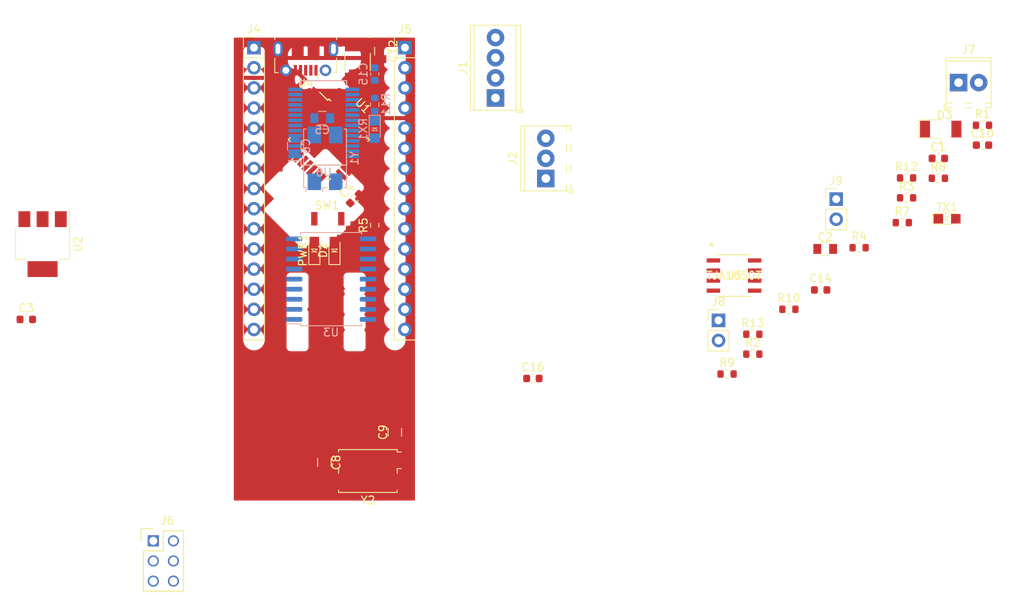
<source format=kicad_pcb>
(kicad_pcb (version 20171130) (host pcbnew 5.1.10-88a1d61d58~90~ubuntu20.04.1)

  (general
    (thickness 1.6)
    (drawings 0)
    (tracks 0)
    (zones 0)
    (modules 48)
    (nets 51)
  )

  (page A4)
  (layers
    (0 F.Cu signal)
    (31 B.Cu signal)
    (32 B.Adhes user)
    (33 F.Adhes user)
    (34 B.Paste user)
    (35 F.Paste user)
    (36 B.SilkS user)
    (37 F.SilkS user)
    (38 B.Mask user)
    (39 F.Mask user)
    (40 Dwgs.User user)
    (41 Cmts.User user)
    (42 Eco1.User user)
    (43 Eco2.User user)
    (44 Edge.Cuts user)
    (45 Margin user)
    (46 B.CrtYd user)
    (47 F.CrtYd user)
    (48 B.Fab user)
    (49 F.Fab user)
  )

  (setup
    (last_trace_width 0.25)
    (trace_clearance 0.2)
    (zone_clearance 0.508)
    (zone_45_only yes)
    (trace_min 0.2)
    (via_size 0.8)
    (via_drill 0.4)
    (via_min_size 0.4)
    (via_min_drill 0.3)
    (uvia_size 0.3)
    (uvia_drill 0.1)
    (uvias_allowed no)
    (uvia_min_size 0.2)
    (uvia_min_drill 0.1)
    (edge_width 0.05)
    (segment_width 0.2)
    (pcb_text_width 0.3)
    (pcb_text_size 1.5 1.5)
    (mod_edge_width 0.12)
    (mod_text_size 1 1)
    (mod_text_width 0.15)
    (pad_size 1.524 1.524)
    (pad_drill 0.762)
    (pad_to_mask_clearance 0)
    (aux_axis_origin 0 0)
    (visible_elements FFFFFF7F)
    (pcbplotparams
      (layerselection 0x010fc_ffffffff)
      (usegerberextensions false)
      (usegerberattributes true)
      (usegerberadvancedattributes true)
      (creategerberjobfile true)
      (excludeedgelayer true)
      (linewidth 0.100000)
      (plotframeref false)
      (viasonmask false)
      (mode 1)
      (useauxorigin false)
      (hpglpennumber 1)
      (hpglpenspeed 20)
      (hpglpendiameter 15.000000)
      (psnegative false)
      (psa4output false)
      (plotreference true)
      (plotvalue true)
      (plotinvisibletext false)
      (padsonsilk false)
      (subtractmaskfromsilk false)
      (outputformat 1)
      (mirror false)
      (drillshape 1)
      (scaleselection 1)
      (outputdirectory ""))
  )

  (net 0 "")
  (net 1 +5V)
  (net 2 GND)
  (net 3 "Net-(C4-Pad2)")
  (net 4 "Net-(C5-Pad2)")
  (net 5 "Net-(C6-Pad2)")
  (net 6 "Net-(C8-Pad1)")
  (net 7 "Net-(C9-Pad1)")
  (net 8 /VUSB)
  (net 9 +3V3)
  (net 10 "Net-(C16-Pad1)")
  (net 11 "Net-(D1-Pad2)")
  (net 12 "Net-(F1-Pad2)")
  (net 13 /D4)
  (net 14 /D3)
  (net 15 /A2)
  (net 16 /CS)
  (net 17 /SO)
  (net 18 /SI)
  (net 19 /SCK)
  (net 20 /D9)
  (net 21 /D8)
  (net 22 /D7)
  (net 23 /D6)
  (net 24 /D5)
  (net 25 /D2)
  (net 26 /RX)
  (net 27 /TX)
  (net 28 /A0)
  (net 29 /A1)
  (net 30 /A3)
  (net 31 /A4)
  (net 32 /A5)
  (net 33 /A7)
  (net 34 /VIN)
  (net 35 "Net-(J7-Pad2)")
  (net 36 "Net-(J7-Pad1)")
  (net 37 "Net-(J8-Pad1)")
  (net 38 "Net-(PWR1-Pad2)")
  (net 39 "Net-(R3-Pad1)")
  (net 40 "Net-(R4-Pad1)")
  (net 41 "Net-(R7-Pad2)")
  (net 42 "Net-(R10-Pad2)")
  (net 43 "Net-(R11-Pad2)")
  (net 44 "Net-(R11-Pad1)")
  (net 45 "Net-(R12-Pad2)")
  (net 46 "Net-(R12-Pad1)")
  (net 47 /RXCAN)
  (net 48 /TXCAN)
  (net 49 "Net-(U4-Pad3)")
  (net 50 "Net-(U4-Pad2)")

  (net_class Default "This is the default net class."
    (clearance 0.2)
    (trace_width 0.25)
    (via_dia 0.8)
    (via_drill 0.4)
    (uvia_dia 0.3)
    (uvia_drill 0.1)
    (add_net +3V3)
    (add_net +5V)
    (add_net /A0)
    (add_net /A1)
    (add_net /A2)
    (add_net /A3)
    (add_net /A4)
    (add_net /A5)
    (add_net /A6)
    (add_net /A7)
    (add_net /A8)
    (add_net /AREF)
    (add_net /CS)
    (add_net /D2)
    (add_net /D3)
    (add_net /D4)
    (add_net /D5)
    (add_net /D6)
    (add_net /D7)
    (add_net /D8)
    (add_net /D9)
    (add_net /INT)
    (add_net /RX)
    (add_net /RXCAN)
    (add_net /SCK)
    (add_net /SI)
    (add_net /SO)
    (add_net /TX)
    (add_net /TXCAN)
    (add_net /VIN)
    (add_net /VUSB)
    (add_net GND)
    (add_net "Net-(C16-Pad1)")
    (add_net "Net-(C4-Pad2)")
    (add_net "Net-(C5-Pad2)")
    (add_net "Net-(C6-Pad2)")
    (add_net "Net-(C8-Pad1)")
    (add_net "Net-(C9-Pad1)")
    (add_net "Net-(D1-Pad2)")
    (add_net "Net-(F1-Pad2)")
    (add_net "Net-(J7-Pad1)")
    (add_net "Net-(J7-Pad2)")
    (add_net "Net-(J8-Pad1)")
    (add_net "Net-(PWR1-Pad2)")
    (add_net "Net-(R10-Pad2)")
    (add_net "Net-(R11-Pad1)")
    (add_net "Net-(R11-Pad2)")
    (add_net "Net-(R12-Pad1)")
    (add_net "Net-(R12-Pad2)")
    (add_net "Net-(R3-Pad1)")
    (add_net "Net-(R4-Pad1)")
    (add_net "Net-(R7-Pad2)")
    (add_net "Net-(U3-Pad10)")
    (add_net "Net-(U3-Pad11)")
    (add_net "Net-(U3-Pad3)")
    (add_net "Net-(U3-Pad4)")
    (add_net "Net-(U3-Pad5)")
    (add_net "Net-(U3-Pad6)")
    (add_net "Net-(U4-Pad2)")
    (add_net "Net-(U4-Pad3)")
    (add_net "Net-(U4-Pad4)")
    (add_net "Net-(U5-Pad5)")
    (add_net "Net-(U6-Pad10)")
    (add_net "Net-(U6-Pad11)")
    (add_net "Net-(U6-Pad12)")
    (add_net "Net-(U6-Pad13)")
    (add_net "Net-(U6-Pad14)")
    (add_net "Net-(U6-Pad19)")
    (add_net "Net-(U6-Pad27)")
    (add_net "Net-(U6-Pad28)")
    (add_net "Net-(U6-Pad3)")
    (add_net "Net-(U6-Pad6)")
    (add_net "Net-(U6-Pad9)")
  )

  (module Crystal:Crystal_SMD_7050-4Pin_7.0x5.0mm (layer F.Cu) (tedit 5A0FD1B2) (tstamp 61371AD6)
    (at 80.42 108.03 180)
    (descr "SMD Crystal SERIES SMD7050/4 https://www.foxonline.com/pdfs/FQ7050.pdf, 7.0x5.0mm^2 package")
    (tags "SMD SMT crystal")
    (path /6038F5C1)
    (attr smd)
    (fp_text reference Y2 (at 0 -3.7) (layer F.SilkS)
      (effects (font (size 1 1) (thickness 0.15)))
    )
    (fp_text value Crystal (at 0 3.7) (layer F.Fab)
      (effects (font (size 1 1) (thickness 0.15)))
    )
    (fp_line (start 4.3 -2.8) (end -4.3 -2.8) (layer F.CrtYd) (width 0.05))
    (fp_line (start 4.3 2.8) (end 4.3 -2.8) (layer F.CrtYd) (width 0.05))
    (fp_line (start -4.3 2.8) (end 4.3 2.8) (layer F.CrtYd) (width 0.05))
    (fp_line (start -4.3 -2.8) (end -4.3 2.8) (layer F.CrtYd) (width 0.05))
    (fp_line (start 3.7 -0.3) (end 3.7 0.3) (layer F.SilkS) (width 0.12))
    (fp_line (start -3.7 0.3) (end -3.7 -0.3) (layer F.SilkS) (width 0.12))
    (fp_line (start -4.2 0.3) (end -3.7 0.3) (layer F.SilkS) (width 0.12))
    (fp_line (start 3.7 2.7) (end 3.7 2.4) (layer F.SilkS) (width 0.12))
    (fp_line (start -3.7 2.7) (end 3.7 2.7) (layer F.SilkS) (width 0.12))
    (fp_line (start -3.7 2.4) (end -3.7 2.7) (layer F.SilkS) (width 0.12))
    (fp_line (start -4.2 2.4) (end -3.7 2.4) (layer F.SilkS) (width 0.12))
    (fp_line (start 3.7 -2.7) (end 3.7 -2.4) (layer F.SilkS) (width 0.12))
    (fp_line (start -3.7 -2.7) (end 3.7 -2.7) (layer F.SilkS) (width 0.12))
    (fp_line (start -3.7 -2.4) (end -3.7 -2.7) (layer F.SilkS) (width 0.12))
    (fp_line (start -3.5 1.5) (end -2.5 2.5) (layer F.Fab) (width 0.1))
    (fp_line (start -3.5 -2.3) (end -3.3 -2.5) (layer F.Fab) (width 0.1))
    (fp_line (start -3.5 2.3) (end -3.5 -2.3) (layer F.Fab) (width 0.1))
    (fp_line (start -3.3 2.5) (end -3.5 2.3) (layer F.Fab) (width 0.1))
    (fp_line (start 3.3 2.5) (end -3.3 2.5) (layer F.Fab) (width 0.1))
    (fp_line (start 3.5 2.3) (end 3.3 2.5) (layer F.Fab) (width 0.1))
    (fp_line (start 3.5 -2.3) (end 3.5 2.3) (layer F.Fab) (width 0.1))
    (fp_line (start 3.3 -2.5) (end 3.5 -2.3) (layer F.Fab) (width 0.1))
    (fp_line (start -3.3 -2.5) (end 3.3 -2.5) (layer F.Fab) (width 0.1))
    (fp_text user %R (at 0 0) (layer F.Fab)
      (effects (font (size 1 1) (thickness 0.15)))
    )
    (pad 4 smd rect (at -2.95 -1.35 180) (size 2.1 1.7) (layers F.Cu F.Paste F.Mask))
    (pad 3 smd rect (at 2.95 -1.35 180) (size 2.1 1.7) (layers F.Cu F.Paste F.Mask))
    (pad 2 smd rect (at 2.95 1.35 180) (size 2.1 1.7) (layers F.Cu F.Paste F.Mask)
      (net 6 "Net-(C8-Pad1)"))
    (pad 1 smd rect (at -2.95 1.35 180) (size 2.1 1.7) (layers F.Cu F.Paste F.Mask)
      (net 7 "Net-(C9-Pad1)"))
    (model ${KISYS3DMOD}/Crystal.3dshapes/Crystal_SMD_7050-4Pin_7.0x5.0mm.wrl
      (at (xyz 0 0 0))
      (scale (xyz 1 1 1))
      (rotate (xyz 0 0 0))
    )
  )

  (module Crystal:Crystal_SMD_7050-4Pin_7.0x5.0mm (layer B.Cu) (tedit 5A0FD1B2) (tstamp 61373506)
    (at 75.01 68.58 90)
    (descr "SMD Crystal SERIES SMD7050/4 https://www.foxonline.com/pdfs/FQ7050.pdf, 7.0x5.0mm^2 package")
    (tags "SMD SMT crystal")
    (path /60430AE6)
    (attr smd)
    (fp_text reference Y1 (at 0 3.7 90) (layer B.SilkS)
      (effects (font (size 1 1) (thickness 0.15)) (justify mirror))
    )
    (fp_text value Crystal (at 0 -3.7 90) (layer B.Fab)
      (effects (font (size 1 1) (thickness 0.15)) (justify mirror))
    )
    (fp_line (start 4.3 2.8) (end -4.3 2.8) (layer B.CrtYd) (width 0.05))
    (fp_line (start 4.3 -2.8) (end 4.3 2.8) (layer B.CrtYd) (width 0.05))
    (fp_line (start -4.3 -2.8) (end 4.3 -2.8) (layer B.CrtYd) (width 0.05))
    (fp_line (start -4.3 2.8) (end -4.3 -2.8) (layer B.CrtYd) (width 0.05))
    (fp_line (start 3.7 0.3) (end 3.7 -0.3) (layer B.SilkS) (width 0.12))
    (fp_line (start -3.7 -0.3) (end -3.7 0.3) (layer B.SilkS) (width 0.12))
    (fp_line (start -4.2 -0.3) (end -3.7 -0.3) (layer B.SilkS) (width 0.12))
    (fp_line (start 3.7 -2.7) (end 3.7 -2.4) (layer B.SilkS) (width 0.12))
    (fp_line (start -3.7 -2.7) (end 3.7 -2.7) (layer B.SilkS) (width 0.12))
    (fp_line (start -3.7 -2.4) (end -3.7 -2.7) (layer B.SilkS) (width 0.12))
    (fp_line (start -4.2 -2.4) (end -3.7 -2.4) (layer B.SilkS) (width 0.12))
    (fp_line (start 3.7 2.7) (end 3.7 2.4) (layer B.SilkS) (width 0.12))
    (fp_line (start -3.7 2.7) (end 3.7 2.7) (layer B.SilkS) (width 0.12))
    (fp_line (start -3.7 2.4) (end -3.7 2.7) (layer B.SilkS) (width 0.12))
    (fp_line (start -3.5 -1.5) (end -2.5 -2.5) (layer B.Fab) (width 0.1))
    (fp_line (start -3.5 2.3) (end -3.3 2.5) (layer B.Fab) (width 0.1))
    (fp_line (start -3.5 -2.3) (end -3.5 2.3) (layer B.Fab) (width 0.1))
    (fp_line (start -3.3 -2.5) (end -3.5 -2.3) (layer B.Fab) (width 0.1))
    (fp_line (start 3.3 -2.5) (end -3.3 -2.5) (layer B.Fab) (width 0.1))
    (fp_line (start 3.5 -2.3) (end 3.3 -2.5) (layer B.Fab) (width 0.1))
    (fp_line (start 3.5 2.3) (end 3.5 -2.3) (layer B.Fab) (width 0.1))
    (fp_line (start 3.3 2.5) (end 3.5 2.3) (layer B.Fab) (width 0.1))
    (fp_line (start -3.3 2.5) (end 3.3 2.5) (layer B.Fab) (width 0.1))
    (fp_text user %R (at 0 0 270) (layer B.Fab)
      (effects (font (size 1 1) (thickness 0.15)) (justify mirror))
    )
    (pad 4 smd rect (at -2.95 1.35 90) (size 2.1 1.7) (layers B.Cu B.Paste B.Mask))
    (pad 3 smd rect (at 2.95 1.35 90) (size 2.1 1.7) (layers B.Cu B.Paste B.Mask))
    (pad 2 smd rect (at 2.95 -1.35 90) (size 2.1 1.7) (layers B.Cu B.Paste B.Mask)
      (net 4 "Net-(C5-Pad2)"))
    (pad 1 smd rect (at -2.95 -1.35 90) (size 2.1 1.7) (layers B.Cu B.Paste B.Mask)
      (net 5 "Net-(C6-Pad2)"))
    (model ${KISYS3DMOD}/Crystal.3dshapes/Crystal_SMD_7050-4Pin_7.0x5.0mm.wrl
      (at (xyz 0 0 0))
      (scale (xyz 1 1 1))
      (rotate (xyz 0 0 0))
    )
  )

  (module Package_SO:SSOP-28_5.3x10.2mm_P0.65mm (layer B.Cu) (tedit 5A02F25C) (tstamp 61375E9A)
    (at 74.8606 64.0998)
    (descr "28-Lead Plastic Shrink Small Outline (SS)-5.30 mm Body [SSOP] (see Microchip Packaging Specification 00000049BS.pdf)")
    (tags "SSOP 0.65")
    (path /6042334C)
    (attr smd)
    (fp_text reference U6 (at 0 6.25) (layer B.SilkS)
      (effects (font (size 1 1) (thickness 0.15)) (justify mirror))
    )
    (fp_text value FT232RL (at 0 -6.25) (layer B.Fab)
      (effects (font (size 1 1) (thickness 0.15)) (justify mirror))
    )
    (fp_line (start -2.875 4.75) (end -4.475 4.75) (layer B.SilkS) (width 0.15))
    (fp_line (start -2.875 -5.325) (end 2.875 -5.325) (layer B.SilkS) (width 0.15))
    (fp_line (start -2.875 5.325) (end 2.875 5.325) (layer B.SilkS) (width 0.15))
    (fp_line (start -2.875 -5.325) (end -2.875 -4.675) (layer B.SilkS) (width 0.15))
    (fp_line (start 2.875 -5.325) (end 2.875 -4.675) (layer B.SilkS) (width 0.15))
    (fp_line (start 2.875 5.325) (end 2.875 4.675) (layer B.SilkS) (width 0.15))
    (fp_line (start -2.875 5.325) (end -2.875 4.75) (layer B.SilkS) (width 0.15))
    (fp_line (start -4.75 -5.5) (end 4.75 -5.5) (layer B.CrtYd) (width 0.05))
    (fp_line (start -4.75 5.5) (end 4.75 5.5) (layer B.CrtYd) (width 0.05))
    (fp_line (start 4.75 5.5) (end 4.75 -5.5) (layer B.CrtYd) (width 0.05))
    (fp_line (start -4.75 5.5) (end -4.75 -5.5) (layer B.CrtYd) (width 0.05))
    (fp_line (start -2.65 4.1) (end -1.65 5.1) (layer B.Fab) (width 0.15))
    (fp_line (start -2.65 -5.1) (end -2.65 4.1) (layer B.Fab) (width 0.15))
    (fp_line (start 2.65 -5.1) (end -2.65 -5.1) (layer B.Fab) (width 0.15))
    (fp_line (start 2.65 5.1) (end 2.65 -5.1) (layer B.Fab) (width 0.15))
    (fp_line (start -1.65 5.1) (end 2.65 5.1) (layer B.Fab) (width 0.15))
    (fp_text user %R (at 0 0) (layer B.Fab)
      (effects (font (size 0.8 0.8) (thickness 0.15)) (justify mirror))
    )
    (pad 28 smd rect (at 3.6 4.225) (size 1.75 0.45) (layers B.Cu B.Paste B.Mask))
    (pad 27 smd rect (at 3.6 3.575) (size 1.75 0.45) (layers B.Cu B.Paste B.Mask))
    (pad 26 smd rect (at 3.6 2.925) (size 1.75 0.45) (layers B.Cu B.Paste B.Mask)
      (net 2 GND))
    (pad 25 smd rect (at 3.6 2.275) (size 1.75 0.45) (layers B.Cu B.Paste B.Mask)
      (net 2 GND))
    (pad 24 smd rect (at 3.6 1.625) (size 1.75 0.45) (layers B.Cu B.Paste B.Mask))
    (pad 23 smd rect (at 3.6 0.975) (size 1.75 0.45) (layers B.Cu B.Paste B.Mask)
      (net 43 "Net-(R11-Pad2)"))
    (pad 22 smd rect (at 3.6 0.325) (size 1.75 0.45) (layers B.Cu B.Paste B.Mask)
      (net 45 "Net-(R12-Pad2)"))
    (pad 21 smd rect (at 3.6 -0.325) (size 1.75 0.45) (layers B.Cu B.Paste B.Mask)
      (net 2 GND))
    (pad 20 smd rect (at 3.6 -0.975) (size 1.75 0.45) (layers B.Cu B.Paste B.Mask)
      (net 1 +5V))
    (pad 19 smd rect (at 3.6 -1.625) (size 1.75 0.45) (layers B.Cu B.Paste B.Mask))
    (pad 18 smd rect (at 3.6 -2.275) (size 1.75 0.45) (layers B.Cu B.Paste B.Mask)
      (net 2 GND))
    (pad 17 smd rect (at 3.6 -2.925) (size 1.75 0.45) (layers B.Cu B.Paste B.Mask)
      (net 9 +3V3))
    (pad 16 smd rect (at 3.6 -3.575) (size 1.75 0.45) (layers B.Cu B.Paste B.Mask)
      (net 50 "Net-(U4-Pad2)"))
    (pad 15 smd rect (at 3.6 -4.225) (size 1.75 0.45) (layers B.Cu B.Paste B.Mask)
      (net 49 "Net-(U4-Pad3)"))
    (pad 14 smd rect (at -3.6 -4.225) (size 1.75 0.45) (layers B.Cu B.Paste B.Mask))
    (pad 13 smd rect (at -3.6 -3.575) (size 1.75 0.45) (layers B.Cu B.Paste B.Mask))
    (pad 12 smd rect (at -3.6 -2.925) (size 1.75 0.45) (layers B.Cu B.Paste B.Mask))
    (pad 11 smd rect (at -3.6 -2.275) (size 1.75 0.45) (layers B.Cu B.Paste B.Mask))
    (pad 10 smd rect (at -3.6 -1.625) (size 1.75 0.45) (layers B.Cu B.Paste B.Mask))
    (pad 9 smd rect (at -3.6 -0.975) (size 1.75 0.45) (layers B.Cu B.Paste B.Mask))
    (pad 8 smd rect (at -3.6 -0.325) (size 1.75 0.45) (layers B.Cu B.Paste B.Mask))
    (pad 7 smd rect (at -3.6 0.325) (size 1.75 0.45) (layers B.Cu B.Paste B.Mask)
      (net 2 GND))
    (pad 6 smd rect (at -3.6 0.975) (size 1.75 0.45) (layers B.Cu B.Paste B.Mask))
    (pad 5 smd rect (at -3.6 1.625) (size 1.75 0.45) (layers B.Cu B.Paste B.Mask)
      (net 26 /RX))
    (pad 4 smd rect (at -3.6 2.275) (size 1.75 0.45) (layers B.Cu B.Paste B.Mask)
      (net 1 +5V))
    (pad 3 smd rect (at -3.6 2.925) (size 1.75 0.45) (layers B.Cu B.Paste B.Mask))
    (pad 2 smd rect (at -3.6 3.575) (size 1.75 0.45) (layers B.Cu B.Paste B.Mask)
      (net 10 "Net-(C16-Pad1)"))
    (pad 1 smd rect (at -3.6 4.225) (size 1.75 0.45) (layers B.Cu B.Paste B.Mask)
      (net 27 /TX))
    (model ${KISYS3DMOD}/Package_SO.3dshapes/SSOP-28_5.3x10.2mm_P0.65mm.wrl
      (at (xyz 0 0 0))
      (scale (xyz 1 1 1))
      (rotate (xyz 0 0 0))
    )
  )

  (module project:TJA1050T (layer F.Cu) (tedit 0) (tstamp 61371A65)
    (at 126.6196 83.3671)
    (path /60387CE0)
    (fp_text reference U5 (at 0 0) (layer F.SilkS)
      (effects (font (size 1 1) (thickness 0.15)))
    )
    (fp_text value TJA1050T (at 0 0) (layer F.SilkS)
      (effects (font (size 1 1) (thickness 0.15)))
    )
    (fp_line (start -2.2479 2.4257) (end -3.7084 2.4257) (layer F.CrtYd) (width 0.1524))
    (fp_line (start -2.2479 2.7559) (end -2.2479 2.4257) (layer F.CrtYd) (width 0.1524))
    (fp_line (start 2.2479 2.7559) (end -2.2479 2.7559) (layer F.CrtYd) (width 0.1524))
    (fp_line (start 2.2479 2.4257) (end 2.2479 2.7559) (layer F.CrtYd) (width 0.1524))
    (fp_line (start 3.7084 2.4257) (end 2.2479 2.4257) (layer F.CrtYd) (width 0.1524))
    (fp_line (start 3.7084 -2.4257) (end 3.7084 2.4257) (layer F.CrtYd) (width 0.1524))
    (fp_line (start 2.2479 -2.4257) (end 3.7084 -2.4257) (layer F.CrtYd) (width 0.1524))
    (fp_line (start 2.2479 -2.7559) (end 2.2479 -2.4257) (layer F.CrtYd) (width 0.1524))
    (fp_line (start -2.2479 -2.7559) (end 2.2479 -2.7559) (layer F.CrtYd) (width 0.1524))
    (fp_line (start -2.2479 -2.4257) (end -2.2479 -2.7559) (layer F.CrtYd) (width 0.1524))
    (fp_line (start -3.7084 -2.4257) (end -2.2479 -2.4257) (layer F.CrtYd) (width 0.1524))
    (fp_line (start -3.7084 2.4257) (end -3.7084 -2.4257) (layer F.CrtYd) (width 0.1524))
    (fp_line (start -1.9939 -2.5019) (end -1.9939 2.5019) (layer F.Fab) (width 0.1524))
    (fp_line (start 1.9939 -2.5019) (end -1.9939 -2.5019) (layer F.Fab) (width 0.1524))
    (fp_line (start 1.9939 2.5019) (end 1.9939 -2.5019) (layer F.Fab) (width 0.1524))
    (fp_line (start -1.9939 2.5019) (end 1.9939 2.5019) (layer F.Fab) (width 0.1524))
    (fp_line (start 2.1209 -2.6289) (end -2.1209 -2.6289) (layer F.SilkS) (width 0.1524))
    (fp_line (start -2.1209 2.6289) (end 2.1209 2.6289) (layer F.SilkS) (width 0.1524))
    (fp_line (start 3.0988 -2.1463) (end 1.9939 -2.1463) (layer F.Fab) (width 0.1524))
    (fp_line (start 3.0988 -1.6637) (end 3.0988 -2.1463) (layer F.Fab) (width 0.1524))
    (fp_line (start 1.9939 -1.6637) (end 3.0988 -1.6637) (layer F.Fab) (width 0.1524))
    (fp_line (start 1.9939 -2.1463) (end 1.9939 -1.6637) (layer F.Fab) (width 0.1524))
    (fp_line (start 3.0988 -0.8763) (end 1.9939 -0.8763) (layer F.Fab) (width 0.1524))
    (fp_line (start 3.0988 -0.3937) (end 3.0988 -0.8763) (layer F.Fab) (width 0.1524))
    (fp_line (start 1.9939 -0.3937) (end 3.0988 -0.3937) (layer F.Fab) (width 0.1524))
    (fp_line (start 1.9939 -0.8763) (end 1.9939 -0.3937) (layer F.Fab) (width 0.1524))
    (fp_line (start 3.0988 0.3937) (end 1.9939 0.3937) (layer F.Fab) (width 0.1524))
    (fp_line (start 3.0988 0.8763) (end 3.0988 0.3937) (layer F.Fab) (width 0.1524))
    (fp_line (start 1.9939 0.8763) (end 3.0988 0.8763) (layer F.Fab) (width 0.1524))
    (fp_line (start 1.9939 0.3937) (end 1.9939 0.8763) (layer F.Fab) (width 0.1524))
    (fp_line (start 3.0988 1.6637) (end 1.9939 1.6637) (layer F.Fab) (width 0.1524))
    (fp_line (start 3.0988 2.1463) (end 3.0988 1.6637) (layer F.Fab) (width 0.1524))
    (fp_line (start 1.9939 2.1463) (end 3.0988 2.1463) (layer F.Fab) (width 0.1524))
    (fp_line (start 1.9939 1.6637) (end 1.9939 2.1463) (layer F.Fab) (width 0.1524))
    (fp_line (start -3.0988 2.1463) (end -1.9939 2.1463) (layer F.Fab) (width 0.1524))
    (fp_line (start -3.0988 1.6637) (end -3.0988 2.1463) (layer F.Fab) (width 0.1524))
    (fp_line (start -1.9939 1.6637) (end -3.0988 1.6637) (layer F.Fab) (width 0.1524))
    (fp_line (start -1.9939 2.1463) (end -1.9939 1.6637) (layer F.Fab) (width 0.1524))
    (fp_line (start -3.0988 0.8763) (end -1.9939 0.8763) (layer F.Fab) (width 0.1524))
    (fp_line (start -3.0988 0.3937) (end -3.0988 0.8763) (layer F.Fab) (width 0.1524))
    (fp_line (start -1.9939 0.3937) (end -3.0988 0.3937) (layer F.Fab) (width 0.1524))
    (fp_line (start -1.9939 0.8763) (end -1.9939 0.3937) (layer F.Fab) (width 0.1524))
    (fp_line (start -3.0988 -0.3937) (end -1.9939 -0.3937) (layer F.Fab) (width 0.1524))
    (fp_line (start -3.0988 -0.8763) (end -3.0988 -0.3937) (layer F.Fab) (width 0.1524))
    (fp_line (start -1.9939 -0.8763) (end -3.0988 -0.8763) (layer F.Fab) (width 0.1524))
    (fp_line (start -1.9939 -0.3937) (end -1.9939 -0.8763) (layer F.Fab) (width 0.1524))
    (fp_line (start -3.0988 -1.6637) (end -1.9939 -1.6637) (layer F.Fab) (width 0.1524))
    (fp_line (start -3.0988 -2.1463) (end -3.0988 -1.6637) (layer F.Fab) (width 0.1524))
    (fp_line (start -1.9939 -2.1463) (end -3.0988 -2.1463) (layer F.Fab) (width 0.1524))
    (fp_line (start -1.9939 -1.6637) (end -1.9939 -2.1463) (layer F.Fab) (width 0.1524))
    (fp_arc (start 0 -2.5019) (end 0.3048 -2.5019) (angle 180) (layer F.Fab) (width 0.1524))
    (fp_text user * (at -1.6129 -2.4257) (layer F.Fab)
      (effects (font (size 1 1) (thickness 0.15)))
    )
    (fp_text user * (at -2.8575 -3.5814) (layer F.SilkS)
      (effects (font (size 1 1) (thickness 0.15)))
    )
    (fp_text user 0.067in/1.702mm (at -2.6035 4.9149) (layer Dwgs.User)
      (effects (font (size 1 1) (thickness 0.15)))
    )
    (fp_text user 0.205in/5.207mm (at 0 -4.9149) (layer Dwgs.User)
      (effects (font (size 1 1) (thickness 0.15)))
    )
    (fp_text user 0.021in/0.533mm (at 5.6515 -1.905) (layer Dwgs.User)
      (effects (font (size 1 1) (thickness 0.15)))
    )
    (fp_text user 0.05in/1.27mm (at -5.6515 -1.27) (layer Dwgs.User)
      (effects (font (size 1 1) (thickness 0.15)))
    )
    (fp_text user * (at -1.6129 -2.4257) (layer F.Fab)
      (effects (font (size 1 1) (thickness 0.15)))
    )
    (fp_text user * (at -2.8575 -3.5814) (layer F.SilkS)
      (effects (font (size 1 1) (thickness 0.15)))
    )
    (fp_text user "Copyright 2016 Accelerated Designs. All rights reserved." (at 0 0) (layer Cmts.User)
      (effects (font (size 0.127 0.127) (thickness 0.002)))
    )
    (pad 8 smd rect (at 2.6035 -1.905) (size 1.7018 0.5334) (layers F.Cu F.Paste F.Mask)
      (net 2 GND))
    (pad 7 smd rect (at 2.6035 -0.635) (size 1.7018 0.5334) (layers F.Cu F.Paste F.Mask)
      (net 36 "Net-(J7-Pad1)"))
    (pad 6 smd rect (at 2.6035 0.635) (size 1.7018 0.5334) (layers F.Cu F.Paste F.Mask)
      (net 35 "Net-(J7-Pad2)"))
    (pad 5 smd rect (at 2.6035 1.905) (size 1.7018 0.5334) (layers F.Cu F.Paste F.Mask))
    (pad 4 smd rect (at -2.6035 1.905) (size 1.7018 0.5334) (layers F.Cu F.Paste F.Mask)
      (net 47 /RXCAN))
    (pad 3 smd rect (at -2.6035 0.635) (size 1.7018 0.5334) (layers F.Cu F.Paste F.Mask)
      (net 1 +5V))
    (pad 2 smd rect (at -2.6035 -0.635) (size 1.7018 0.5334) (layers F.Cu F.Paste F.Mask)
      (net 2 GND))
    (pad 1 smd rect (at -2.6035 -1.905) (size 1.7018 0.5334) (layers F.Cu F.Paste F.Mask)
      (net 48 /TXCAN))
  )

  (module Connector_USB:USB_Micro-B_Molex-105017-0001 (layer F.Cu) (tedit 5A1DC0BE) (tstamp 613757C0)
    (at 72.5678 56.007 180)
    (descr http://www.molex.com/pdm_docs/sd/1050170001_sd.pdf)
    (tags "Micro-USB SMD Typ-B")
    (path /60832DF7)
    (attr smd)
    (fp_text reference U4 (at 0 -3.1125) (layer F.SilkS)
      (effects (font (size 1 1) (thickness 0.15)))
    )
    (fp_text value USB_MicroB (at 0.3 4.3375) (layer F.Fab)
      (effects (font (size 1 1) (thickness 0.15)))
    )
    (fp_line (start -1.1 -2.1225) (end -1.1 -1.9125) (layer F.Fab) (width 0.1))
    (fp_line (start -1.5 -2.1225) (end -1.5 -1.9125) (layer F.Fab) (width 0.1))
    (fp_line (start -1.5 -2.1225) (end -1.1 -2.1225) (layer F.Fab) (width 0.1))
    (fp_line (start -1.1 -1.9125) (end -1.3 -1.7125) (layer F.Fab) (width 0.1))
    (fp_line (start -1.3 -1.7125) (end -1.5 -1.9125) (layer F.Fab) (width 0.1))
    (fp_line (start -1.7 -2.3125) (end -1.7 -1.8625) (layer F.SilkS) (width 0.12))
    (fp_line (start -1.7 -2.3125) (end -1.25 -2.3125) (layer F.SilkS) (width 0.12))
    (fp_line (start 3.9 -1.7625) (end 3.45 -1.7625) (layer F.SilkS) (width 0.12))
    (fp_line (start 3.9 0.0875) (end 3.9 -1.7625) (layer F.SilkS) (width 0.12))
    (fp_line (start -3.9 2.6375) (end -3.9 2.3875) (layer F.SilkS) (width 0.12))
    (fp_line (start -3.75 3.3875) (end -3.75 -1.6125) (layer F.Fab) (width 0.1))
    (fp_line (start -3.75 -1.6125) (end 3.75 -1.6125) (layer F.Fab) (width 0.1))
    (fp_line (start -3.75 3.389204) (end 3.75 3.389204) (layer F.Fab) (width 0.1))
    (fp_line (start -3 2.689204) (end 3 2.689204) (layer F.Fab) (width 0.1))
    (fp_line (start 3.75 3.3875) (end 3.75 -1.6125) (layer F.Fab) (width 0.1))
    (fp_line (start 3.9 2.6375) (end 3.9 2.3875) (layer F.SilkS) (width 0.12))
    (fp_line (start -3.9 0.0875) (end -3.9 -1.7625) (layer F.SilkS) (width 0.12))
    (fp_line (start -3.9 -1.7625) (end -3.45 -1.7625) (layer F.SilkS) (width 0.12))
    (fp_line (start -4.4 3.64) (end -4.4 -2.46) (layer F.CrtYd) (width 0.05))
    (fp_line (start -4.4 -2.46) (end 4.4 -2.46) (layer F.CrtYd) (width 0.05))
    (fp_line (start 4.4 -2.46) (end 4.4 3.64) (layer F.CrtYd) (width 0.05))
    (fp_line (start -4.4 3.64) (end 4.4 3.64) (layer F.CrtYd) (width 0.05))
    (fp_text user %R (at 0 0.8875) (layer F.Fab)
      (effects (font (size 1 1) (thickness 0.15)))
    )
    (fp_text user "PCB Edge" (at 0 2.6875) (layer Dwgs.User)
      (effects (font (size 0.5 0.5) (thickness 0.08)))
    )
    (pad 6 smd rect (at -2.9 1.2375 180) (size 1.2 1.9) (layers F.Cu F.Mask)
      (net 2 GND))
    (pad 6 smd rect (at 2.9 1.2375 180) (size 1.2 1.9) (layers F.Cu F.Mask)
      (net 2 GND))
    (pad 6 thru_hole oval (at 3.5 1.2375 180) (size 1.2 1.9) (drill oval 0.6 1.3) (layers *.Cu *.Mask)
      (net 2 GND))
    (pad 6 thru_hole oval (at -3.5 1.2375) (size 1.2 1.9) (drill oval 0.6 1.3) (layers *.Cu *.Mask)
      (net 2 GND))
    (pad 6 smd rect (at -1 1.2375 180) (size 1.5 1.9) (layers F.Cu F.Paste F.Mask)
      (net 2 GND))
    (pad 6 thru_hole circle (at 2.5 -1.4625 180) (size 1.45 1.45) (drill 0.85) (layers *.Cu *.Mask)
      (net 2 GND))
    (pad 3 smd rect (at 0 -1.4625 180) (size 0.4 1.35) (layers F.Cu F.Paste F.Mask)
      (net 49 "Net-(U4-Pad3)"))
    (pad 4 smd rect (at 0.65 -1.4625 180) (size 0.4 1.35) (layers F.Cu F.Paste F.Mask))
    (pad 5 smd rect (at 1.3 -1.4625 180) (size 0.4 1.35) (layers F.Cu F.Paste F.Mask)
      (net 2 GND))
    (pad 1 smd rect (at -1.3 -1.4625 180) (size 0.4 1.35) (layers F.Cu F.Paste F.Mask)
      (net 12 "Net-(F1-Pad2)"))
    (pad 2 smd rect (at -0.65 -1.4625 180) (size 0.4 1.35) (layers F.Cu F.Paste F.Mask)
      (net 50 "Net-(U4-Pad2)"))
    (pad 6 thru_hole circle (at -2.5 -1.4625 180) (size 1.45 1.45) (drill 0.85) (layers *.Cu *.Mask)
      (net 2 GND))
    (pad 6 smd rect (at 1 1.2375 180) (size 1.5 1.9) (layers F.Cu F.Paste F.Mask)
      (net 2 GND))
    (model ${KISYS3DMOD}/Connector_USB.3dshapes/USB_Micro-B_Molex-105017-0001.wrl
      (at (xyz 0 0 0))
      (scale (xyz 1 1 1))
      (rotate (xyz 0 0 0))
    )
  )

  (module Package_SO:SOIC-18W_7.5x11.6mm_P1.27mm (layer B.Cu) (tedit 5D9F72B1) (tstamp 613719F4)
    (at 75.77 83.82)
    (descr "SOIC, 18 Pin (JEDEC MS-013AB, https://www.analog.com/media/en/package-pcb-resources/package/33254132129439rw_18.pdf), generated with kicad-footprint-generator ipc_gullwing_generator.py")
    (tags "SOIC SO")
    (path /602C733F)
    (attr smd)
    (fp_text reference U3 (at 0 6.72 180) (layer B.SilkS)
      (effects (font (size 1 1) (thickness 0.15)) (justify mirror))
    )
    (fp_text value MCP2515-xSO (at 0 -6.72 180) (layer B.Fab)
      (effects (font (size 1 1) (thickness 0.15)) (justify mirror))
    )
    (fp_line (start 5.93 6.02) (end -5.93 6.02) (layer B.CrtYd) (width 0.05))
    (fp_line (start 5.93 -6.02) (end 5.93 6.02) (layer B.CrtYd) (width 0.05))
    (fp_line (start -5.93 -6.02) (end 5.93 -6.02) (layer B.CrtYd) (width 0.05))
    (fp_line (start -5.93 6.02) (end -5.93 -6.02) (layer B.CrtYd) (width 0.05))
    (fp_line (start -3.75 4.775) (end -2.75 5.775) (layer B.Fab) (width 0.1))
    (fp_line (start -3.75 -5.775) (end -3.75 4.775) (layer B.Fab) (width 0.1))
    (fp_line (start 3.75 -5.775) (end -3.75 -5.775) (layer B.Fab) (width 0.1))
    (fp_line (start 3.75 5.775) (end 3.75 -5.775) (layer B.Fab) (width 0.1))
    (fp_line (start -2.75 5.775) (end 3.75 5.775) (layer B.Fab) (width 0.1))
    (fp_line (start -3.86 5.64) (end -5.675 5.64) (layer B.SilkS) (width 0.12))
    (fp_line (start -3.86 5.885) (end -3.86 5.64) (layer B.SilkS) (width 0.12))
    (fp_line (start 0 5.885) (end -3.86 5.885) (layer B.SilkS) (width 0.12))
    (fp_line (start 3.86 5.885) (end 3.86 5.64) (layer B.SilkS) (width 0.12))
    (fp_line (start 0 5.885) (end 3.86 5.885) (layer B.SilkS) (width 0.12))
    (fp_line (start -3.86 -5.885) (end -3.86 -5.64) (layer B.SilkS) (width 0.12))
    (fp_line (start 0 -5.885) (end -3.86 -5.885) (layer B.SilkS) (width 0.12))
    (fp_line (start 3.86 -5.885) (end 3.86 -5.64) (layer B.SilkS) (width 0.12))
    (fp_line (start 0 -5.885) (end 3.86 -5.885) (layer B.SilkS) (width 0.12))
    (fp_text user %R (at 0 0 180) (layer B.Fab)
      (effects (font (size 1 1) (thickness 0.15)) (justify mirror))
    )
    (pad 18 smd roundrect (at 4.65 5.08) (size 2.05 0.6) (layers B.Cu B.Paste B.Mask) (roundrect_rratio 0.25)
      (net 1 +5V))
    (pad 17 smd roundrect (at 4.65 3.81) (size 2.05 0.6) (layers B.Cu B.Paste B.Mask) (roundrect_rratio 0.25)
      (net 42 "Net-(R10-Pad2)"))
    (pad 16 smd roundrect (at 4.65 2.54) (size 2.05 0.6) (layers B.Cu B.Paste B.Mask) (roundrect_rratio 0.25)
      (net 16 /CS))
    (pad 15 smd roundrect (at 4.65 1.27) (size 2.05 0.6) (layers B.Cu B.Paste B.Mask) (roundrect_rratio 0.25)
      (net 17 /SO))
    (pad 14 smd roundrect (at 4.65 0) (size 2.05 0.6) (layers B.Cu B.Paste B.Mask) (roundrect_rratio 0.25)
      (net 18 /SI))
    (pad 13 smd roundrect (at 4.65 -1.27) (size 2.05 0.6) (layers B.Cu B.Paste B.Mask) (roundrect_rratio 0.25)
      (net 19 /SCK))
    (pad 12 smd roundrect (at 4.65 -2.54) (size 2.05 0.6) (layers B.Cu B.Paste B.Mask) (roundrect_rratio 0.25))
    (pad 11 smd roundrect (at 4.65 -3.81) (size 2.05 0.6) (layers B.Cu B.Paste B.Mask) (roundrect_rratio 0.25))
    (pad 10 smd roundrect (at 4.65 -5.08) (size 2.05 0.6) (layers B.Cu B.Paste B.Mask) (roundrect_rratio 0.25))
    (pad 9 smd roundrect (at -4.65 -5.08) (size 2.05 0.6) (layers B.Cu B.Paste B.Mask) (roundrect_rratio 0.25)
      (net 2 GND))
    (pad 8 smd roundrect (at -4.65 -3.81) (size 2.05 0.6) (layers B.Cu B.Paste B.Mask) (roundrect_rratio 0.25)
      (net 7 "Net-(C9-Pad1)"))
    (pad 7 smd roundrect (at -4.65 -2.54) (size 2.05 0.6) (layers B.Cu B.Paste B.Mask) (roundrect_rratio 0.25)
      (net 6 "Net-(C8-Pad1)"))
    (pad 6 smd roundrect (at -4.65 -1.27) (size 2.05 0.6) (layers B.Cu B.Paste B.Mask) (roundrect_rratio 0.25))
    (pad 5 smd roundrect (at -4.65 0) (size 2.05 0.6) (layers B.Cu B.Paste B.Mask) (roundrect_rratio 0.25))
    (pad 4 smd roundrect (at -4.65 1.27) (size 2.05 0.6) (layers B.Cu B.Paste B.Mask) (roundrect_rratio 0.25))
    (pad 3 smd roundrect (at -4.65 2.54) (size 2.05 0.6) (layers B.Cu B.Paste B.Mask) (roundrect_rratio 0.25))
    (pad 2 smd roundrect (at -4.65 3.81) (size 2.05 0.6) (layers B.Cu B.Paste B.Mask) (roundrect_rratio 0.25)
      (net 47 /RXCAN))
    (pad 1 smd roundrect (at -4.65 5.08) (size 2.05 0.6) (layers B.Cu B.Paste B.Mask) (roundrect_rratio 0.25)
      (net 48 /TXCAN))
    (model ${KISYS3DMOD}/Package_SO.3dshapes/SOIC-18W_7.5x11.6mm_P1.27mm.wrl
      (at (xyz 0 0 0))
      (scale (xyz 1 1 1))
      (rotate (xyz 0 0 0))
    )
  )

  (module Package_TO_SOT_SMD:SOT-223 (layer F.Cu) (tedit 5A02FF57) (tstamp 613719CB)
    (at 39.37 79.4 270)
    (descr "module CMS SOT223 4 pins")
    (tags "CMS SOT")
    (path /6041FBE2)
    (attr smd)
    (fp_text reference U2 (at 0 -4.5 90) (layer F.SilkS)
      (effects (font (size 1 1) (thickness 0.15)))
    )
    (fp_text value LM1117-ADJ (at 0 4.5 90) (layer F.Fab)
      (effects (font (size 1 1) (thickness 0.15)))
    )
    (fp_line (start 1.85 -3.35) (end 1.85 3.35) (layer F.Fab) (width 0.1))
    (fp_line (start -1.85 3.35) (end 1.85 3.35) (layer F.Fab) (width 0.1))
    (fp_line (start -4.1 -3.41) (end 1.91 -3.41) (layer F.SilkS) (width 0.12))
    (fp_line (start -0.8 -3.35) (end 1.85 -3.35) (layer F.Fab) (width 0.1))
    (fp_line (start -1.85 3.41) (end 1.91 3.41) (layer F.SilkS) (width 0.12))
    (fp_line (start -1.85 -2.3) (end -1.85 3.35) (layer F.Fab) (width 0.1))
    (fp_line (start -4.4 -3.6) (end -4.4 3.6) (layer F.CrtYd) (width 0.05))
    (fp_line (start -4.4 3.6) (end 4.4 3.6) (layer F.CrtYd) (width 0.05))
    (fp_line (start 4.4 3.6) (end 4.4 -3.6) (layer F.CrtYd) (width 0.05))
    (fp_line (start 4.4 -3.6) (end -4.4 -3.6) (layer F.CrtYd) (width 0.05))
    (fp_line (start 1.91 -3.41) (end 1.91 -2.15) (layer F.SilkS) (width 0.12))
    (fp_line (start 1.91 3.41) (end 1.91 2.15) (layer F.SilkS) (width 0.12))
    (fp_line (start -1.85 -2.3) (end -0.8 -3.35) (layer F.Fab) (width 0.1))
    (fp_text user %R (at 0 0) (layer F.Fab)
      (effects (font (size 0.8 0.8) (thickness 0.12)))
    )
    (pad 1 smd rect (at -3.15 -2.3 270) (size 2 1.5) (layers F.Cu F.Paste F.Mask)
      (net 2 GND))
    (pad 3 smd rect (at -3.15 2.3 270) (size 2 1.5) (layers F.Cu F.Paste F.Mask)
      (net 34 /VIN))
    (pad 2 smd rect (at -3.15 0 270) (size 2 1.5) (layers F.Cu F.Paste F.Mask)
      (net 1 +5V))
    (pad 4 smd rect (at 3.15 0 270) (size 2 3.8) (layers F.Cu F.Paste F.Mask))
    (model ${KISYS3DMOD}/Package_TO_SOT_SMD.3dshapes/SOT-223.wrl
      (at (xyz 0 0 0))
      (scale (xyz 1 1 1))
      (rotate (xyz 0 0 0))
    )
  )

  (module Package_QFP:TQFP-32_7x7mm_P0.8mm (layer F.Cu) (tedit 5A02F146) (tstamp 61371C00)
    (at 75.50499 66.217617 315)
    (descr "32-Lead Plastic Thin Quad Flatpack (PT) - 7x7x1.0 mm Body, 2.00 mm [TQFP] (see Microchip Packaging Specification 00000049BS.pdf)")
    (tags "QFP 0.8")
    (path /609ADF92)
    (attr smd)
    (fp_text reference U1 (at 0 -6.05 135) (layer F.SilkS)
      (effects (font (size 1 1) (thickness 0.15)))
    )
    (fp_text value ATmega328P-AU (at 0 6.05 135) (layer F.Fab)
      (effects (font (size 1 1) (thickness 0.15)))
    )
    (fp_line (start -3.625 -3.4) (end -5.05 -3.4) (layer F.SilkS) (width 0.15))
    (fp_line (start 3.625 -3.625) (end 3.3 -3.625) (layer F.SilkS) (width 0.15))
    (fp_line (start 3.625 3.625) (end 3.3 3.625) (layer F.SilkS) (width 0.15))
    (fp_line (start -3.625 3.625) (end -3.3 3.625) (layer F.SilkS) (width 0.15))
    (fp_line (start -3.625 -3.625) (end -3.3 -3.625) (layer F.SilkS) (width 0.15))
    (fp_line (start -3.625 3.625) (end -3.625 3.3) (layer F.SilkS) (width 0.15))
    (fp_line (start 3.625 3.625) (end 3.625 3.3) (layer F.SilkS) (width 0.15))
    (fp_line (start 3.625 -3.625) (end 3.625 -3.3) (layer F.SilkS) (width 0.15))
    (fp_line (start -3.625 -3.625) (end -3.625 -3.4) (layer F.SilkS) (width 0.15))
    (fp_line (start -5.3 5.3) (end 5.3 5.3) (layer F.CrtYd) (width 0.05))
    (fp_line (start -5.3 -5.3) (end 5.3 -5.3) (layer F.CrtYd) (width 0.05))
    (fp_line (start 5.3 -5.3) (end 5.3 5.3) (layer F.CrtYd) (width 0.05))
    (fp_line (start -5.3 -5.3) (end -5.3 5.3) (layer F.CrtYd) (width 0.05))
    (fp_line (start -3.5 -2.5) (end -2.5 -3.5) (layer F.Fab) (width 0.15))
    (fp_line (start -3.5 3.5) (end -3.5 -2.5) (layer F.Fab) (width 0.15))
    (fp_line (start 3.5 3.5) (end -3.5 3.5) (layer F.Fab) (width 0.15))
    (fp_line (start 3.5 -3.5) (end 3.5 3.5) (layer F.Fab) (width 0.15))
    (fp_line (start -2.5 -3.5) (end 3.5 -3.5) (layer F.Fab) (width 0.15))
    (fp_text user %R (at 0 0 45) (layer F.Fab)
      (effects (font (size 1 1) (thickness 0.15)))
    )
    (pad 32 smd rect (at -2.8 -4.25 45) (size 1.6 0.55) (layers F.Cu F.Paste F.Mask)
      (net 25 /D2))
    (pad 31 smd rect (at -2 -4.25 45) (size 1.6 0.55) (layers F.Cu F.Paste F.Mask)
      (net 40 "Net-(R4-Pad1)"))
    (pad 30 smd rect (at -1.2 -4.25 45) (size 1.6 0.55) (layers F.Cu F.Paste F.Mask)
      (net 39 "Net-(R3-Pad1)"))
    (pad 29 smd rect (at -0.4 -4.25 45) (size 1.6 0.55) (layers F.Cu F.Paste F.Mask)
      (net 1 +5V))
    (pad 28 smd rect (at 0.4 -4.25 45) (size 1.6 0.55) (layers F.Cu F.Paste F.Mask)
      (net 32 /A5))
    (pad 27 smd rect (at 1.2 -4.25 45) (size 1.6 0.55) (layers F.Cu F.Paste F.Mask)
      (net 31 /A4))
    (pad 26 smd rect (at 2 -4.25 45) (size 1.6 0.55) (layers F.Cu F.Paste F.Mask)
      (net 30 /A3))
    (pad 25 smd rect (at 2.8 -4.25 45) (size 1.6 0.55) (layers F.Cu F.Paste F.Mask)
      (net 15 /A2))
    (pad 24 smd rect (at 4.25 -2.8 315) (size 1.6 0.55) (layers F.Cu F.Paste F.Mask)
      (net 29 /A1))
    (pad 23 smd rect (at 4.25 -2 315) (size 1.6 0.55) (layers F.Cu F.Paste F.Mask)
      (net 28 /A0))
    (pad 22 smd rect (at 4.25 -1.2 315) (size 1.6 0.55) (layers F.Cu F.Paste F.Mask)
      (net 33 /A7))
    (pad 21 smd rect (at 4.25 -0.4 315) (size 1.6 0.55) (layers F.Cu F.Paste F.Mask)
      (net 2 GND))
    (pad 20 smd rect (at 4.25 0.4 315) (size 1.6 0.55) (layers F.Cu F.Paste F.Mask)
      (net 3 "Net-(C4-Pad2)"))
    (pad 19 smd rect (at 4.25 1.2 315) (size 1.6 0.55) (layers F.Cu F.Paste F.Mask))
    (pad 18 smd rect (at 4.25 2 315) (size 1.6 0.55) (layers F.Cu F.Paste F.Mask)
      (net 1 +5V))
    (pad 17 smd rect (at 4.25 2.8 315) (size 1.6 0.55) (layers F.Cu F.Paste F.Mask)
      (net 19 /SCK))
    (pad 16 smd rect (at 2.8 4.25 45) (size 1.6 0.55) (layers F.Cu F.Paste F.Mask)
      (net 17 /SO))
    (pad 15 smd rect (at 2 4.25 45) (size 1.6 0.55) (layers F.Cu F.Paste F.Mask)
      (net 18 /SI))
    (pad 14 smd rect (at 1.2 4.25 45) (size 1.6 0.55) (layers F.Cu F.Paste F.Mask)
      (net 16 /CS))
    (pad 13 smd rect (at 0.4 4.25 45) (size 1.6 0.55) (layers F.Cu F.Paste F.Mask)
      (net 20 /D9))
    (pad 12 smd rect (at -0.4 4.25 45) (size 1.6 0.55) (layers F.Cu F.Paste F.Mask)
      (net 21 /D8))
    (pad 11 smd rect (at -1.2 4.25 45) (size 1.6 0.55) (layers F.Cu F.Paste F.Mask)
      (net 22 /D7))
    (pad 10 smd rect (at -2 4.25 45) (size 1.6 0.55) (layers F.Cu F.Paste F.Mask)
      (net 23 /D6))
    (pad 9 smd rect (at -2.8 4.25 45) (size 1.6 0.55) (layers F.Cu F.Paste F.Mask)
      (net 24 /D5))
    (pad 8 smd rect (at -4.25 2.8 315) (size 1.6 0.55) (layers F.Cu F.Paste F.Mask)
      (net 5 "Net-(C6-Pad2)"))
    (pad 7 smd rect (at -4.25 2 315) (size 1.6 0.55) (layers F.Cu F.Paste F.Mask)
      (net 4 "Net-(C5-Pad2)"))
    (pad 6 smd rect (at -4.25 1.2 315) (size 1.6 0.55) (layers F.Cu F.Paste F.Mask)
      (net 2 GND))
    (pad 5 smd rect (at -4.25 0.4 315) (size 1.6 0.55) (layers F.Cu F.Paste F.Mask)
      (net 2 GND))
    (pad 4 smd rect (at -4.25 -0.4 315) (size 1.6 0.55) (layers F.Cu F.Paste F.Mask)
      (net 1 +5V))
    (pad 3 smd rect (at -4.25 -1.2 315) (size 1.6 0.55) (layers F.Cu F.Paste F.Mask)
      (net 2 GND))
    (pad 2 smd rect (at -4.25 -2 315) (size 1.6 0.55) (layers F.Cu F.Paste F.Mask)
      (net 13 /D4))
    (pad 1 smd rect (at -4.25 -2.8 315) (size 1.6 0.55) (layers F.Cu F.Paste F.Mask)
      (net 14 /D3))
    (model ${KISYS3DMOD}/Package_QFP.3dshapes/TQFP-32_7x7mm_P0.8mm.wrl
      (at (xyz 0 0 0))
      (scale (xyz 1 1 1))
      (rotate (xyz 0 0 0))
    )
  )

  (module footprints:LED_0805_OEM (layer F.Cu) (tedit 5C3D84D8) (tstamp 6137197E)
    (at 153.5 76.2)
    (descr "LED 0805 smd package")
    (tags "LED led 0805 SMD smd SMT smt smdled SMDLED smtled SMTLED")
    (path /60954B69)
    (attr smd)
    (fp_text reference TX1 (at 0 -1.45) (layer F.SilkS)
      (effects (font (size 1 1) (thickness 0.15)))
    )
    (fp_text value LED_0805 (at 0.508 2.032) (layer F.Fab) hide
      (effects (font (size 1 1) (thickness 0.15)))
    )
    (fp_line (start -1.95 -0.85) (end 1.95 -0.85) (layer F.CrtYd) (width 0.05))
    (fp_line (start -1.95 0.85) (end -1.95 -0.85) (layer F.CrtYd) (width 0.05))
    (fp_line (start 1.95 0.85) (end -1.95 0.85) (layer F.CrtYd) (width 0.05))
    (fp_line (start 1.95 -0.85) (end 1.95 0.85) (layer F.CrtYd) (width 0.05))
    (fp_line (start -1.8 -0.7) (end 1 -0.7) (layer F.SilkS) (width 0.12))
    (fp_line (start -1.8 0.7) (end 1 0.7) (layer F.SilkS) (width 0.12))
    (fp_line (start -1 0.6) (end -1 -0.6) (layer F.Fab) (width 0.1))
    (fp_line (start -1 -0.6) (end 1 -0.6) (layer F.Fab) (width 0.1))
    (fp_line (start 1 -0.6) (end 1 0.6) (layer F.Fab) (width 0.1))
    (fp_line (start 1 0.6) (end -1 0.6) (layer F.Fab) (width 0.1))
    (fp_line (start -1.8 -0.7) (end -1.8 0.7) (layer F.SilkS) (width 0.12))
    (fp_line (start -0.2 0) (end 0.1 -0.3) (layer F.SilkS) (width 0.1))
    (fp_line (start 0.1 -0.3) (end 0.15 -0.35) (layer F.SilkS) (width 0.1))
    (fp_line (start 0.15 -0.35) (end 0.15 0.3) (layer F.SilkS) (width 0.1))
    (fp_line (start 0.15 0.35) (end 0.15 0.3) (layer F.SilkS) (width 0.1))
    (fp_line (start 0.15 0.3) (end 0.15 0.35) (layer F.SilkS) (width 0.1))
    (fp_line (start 0.15 0.35) (end -0.2 0) (layer F.SilkS) (width 0.1))
    (fp_line (start -0.2 0) (end -0.2 -0.35) (layer F.SilkS) (width 0.1))
    (fp_line (start -0.2 0.35) (end -0.2 0) (layer F.SilkS) (width 0.1))
    (pad 1 smd rect (at -1.1 0 180) (size 1.2 1.2) (layers F.Cu F.Paste F.Mask)
      (net 46 "Net-(R12-Pad1)"))
    (pad 2 smd rect (at 1.1 0 180) (size 1.2 1.2) (layers F.Cu F.Paste F.Mask)
      (net 1 +5V))
    (model "${LOCAL_DIR}/OEM_Preferred_Parts/3DModels/LED_0805/LED 0805 Base GREEN001_sp.wrl"
      (at (xyz 0 0 0))
      (scale (xyz 1 1 1))
      (rotate (xyz 0 0 180))
    )
    (model "${LOCAL_DIR}/OEM_Preferred_Parts/3DModels/LED_0805/LED 0805 Base GREEN001_sp.step"
      (at (xyz 0 0 0))
      (scale (xyz 1 1 1))
      (rotate (xyz 0 0 0))
    )
  )

  (module footprints:SW_B3U-1000P_4.2x1.7mm (layer F.Cu) (tedit 5BCB6FB5) (tstamp 61371965)
    (at 73.66 76.2)
    (path /60EF4118)
    (fp_text reference SW1 (at 1.6 -1.7) (layer F.SilkS)
      (effects (font (size 1 1) (thickness 0.15)))
    )
    (fp_text value SW_Push_SPST_NO (at 0 -0.5) (layer F.Fab)
      (effects (font (size 1 1) (thickness 0.15)))
    )
    (fp_line (start -0.6 1) (end -0.6 -1) (layer F.CrtYd) (width 0.1))
    (fp_line (start 4 1) (end -0.6 1) (layer F.CrtYd) (width 0.1))
    (fp_line (start 4 -1) (end 4 1) (layer F.CrtYd) (width 0.1))
    (fp_line (start -0.6 -1) (end 4 -1) (layer F.CrtYd) (width 0.1))
    (pad 2 smd rect (at 3.4 0) (size 0.8 1.7) (layers F.Cu F.Paste F.Mask)
      (net 41 "Net-(R7-Pad2)"))
    (pad 1 smd rect (at 0 0) (size 0.8 1.7) (layers F.Cu F.Paste F.Mask)
      (net 2 GND))
  )

  (module footprints:LED_0805_OEM (layer B.Cu) (tedit 5C3D84D8) (tstamp 6137195B)
    (at 81.28 64.94 270)
    (descr "LED 0805 smd package")
    (tags "LED led 0805 SMD smd SMT smt smdled SMDLED smtled SMTLED")
    (path /609E4517)
    (attr smd)
    (fp_text reference RX1 (at 0 1.45 90) (layer B.SilkS)
      (effects (font (size 1 1) (thickness 0.15)) (justify mirror))
    )
    (fp_text value LED_0805 (at 0.508 -2.032 90) (layer B.Fab) hide
      (effects (font (size 1 1) (thickness 0.15)) (justify mirror))
    )
    (fp_line (start -1.95 0.85) (end 1.95 0.85) (layer B.CrtYd) (width 0.05))
    (fp_line (start -1.95 -0.85) (end -1.95 0.85) (layer B.CrtYd) (width 0.05))
    (fp_line (start 1.95 -0.85) (end -1.95 -0.85) (layer B.CrtYd) (width 0.05))
    (fp_line (start 1.95 0.85) (end 1.95 -0.85) (layer B.CrtYd) (width 0.05))
    (fp_line (start -1.8 0.7) (end 1 0.7) (layer B.SilkS) (width 0.12))
    (fp_line (start -1.8 -0.7) (end 1 -0.7) (layer B.SilkS) (width 0.12))
    (fp_line (start -1 -0.6) (end -1 0.6) (layer B.Fab) (width 0.1))
    (fp_line (start -1 0.6) (end 1 0.6) (layer B.Fab) (width 0.1))
    (fp_line (start 1 0.6) (end 1 -0.6) (layer B.Fab) (width 0.1))
    (fp_line (start 1 -0.6) (end -1 -0.6) (layer B.Fab) (width 0.1))
    (fp_line (start -1.8 0.7) (end -1.8 -0.7) (layer B.SilkS) (width 0.12))
    (fp_line (start -0.2 0) (end 0.1 0.3) (layer B.SilkS) (width 0.1))
    (fp_line (start 0.1 0.3) (end 0.15 0.35) (layer B.SilkS) (width 0.1))
    (fp_line (start 0.15 0.35) (end 0.15 -0.3) (layer B.SilkS) (width 0.1))
    (fp_line (start 0.15 -0.35) (end 0.15 -0.3) (layer B.SilkS) (width 0.1))
    (fp_line (start 0.15 -0.3) (end 0.15 -0.35) (layer B.SilkS) (width 0.1))
    (fp_line (start 0.15 -0.35) (end -0.2 0) (layer B.SilkS) (width 0.1))
    (fp_line (start -0.2 0) (end -0.2 0.35) (layer B.SilkS) (width 0.1))
    (fp_line (start -0.2 -0.35) (end -0.2 0) (layer B.SilkS) (width 0.1))
    (pad 1 smd rect (at -1.1 0 90) (size 1.2 1.2) (layers B.Cu B.Paste B.Mask)
      (net 44 "Net-(R11-Pad1)"))
    (pad 2 smd rect (at 1.1 0 90) (size 1.2 1.2) (layers B.Cu B.Paste B.Mask)
      (net 1 +5V))
    (model "${LOCAL_DIR}/OEM_Preferred_Parts/3DModels/LED_0805/LED 0805 Base GREEN001_sp.wrl"
      (at (xyz 0 0 0))
      (scale (xyz 1 1 1))
      (rotate (xyz 0 0 180))
    )
    (model "${LOCAL_DIR}/OEM_Preferred_Parts/3DModels/LED_0805/LED 0805 Base GREEN001_sp.step"
      (at (xyz 0 0 0))
      (scale (xyz 1 1 1))
      (rotate (xyz 0 0 0))
    )
  )

  (module Resistor_SMD:R_0603_1608Metric (layer F.Cu) (tedit 5F68FEEE) (tstamp 61371942)
    (at 128.99 90.77)
    (descr "Resistor SMD 0603 (1608 Metric), square (rectangular) end terminal, IPC_7351 nominal, (Body size source: IPC-SM-782 page 72, https://www.pcb-3d.com/wordpress/wp-content/uploads/ipc-sm-782a_amendment_1_and_2.pdf), generated with kicad-footprint-generator")
    (tags resistor)
    (path /602C9D05)
    (attr smd)
    (fp_text reference R13 (at 0 -1.43) (layer F.SilkS)
      (effects (font (size 1 1) (thickness 0.15)))
    )
    (fp_text value 120 (at 0 1.43) (layer F.Fab)
      (effects (font (size 1 1) (thickness 0.15)))
    )
    (fp_line (start 1.48 0.73) (end -1.48 0.73) (layer F.CrtYd) (width 0.05))
    (fp_line (start 1.48 -0.73) (end 1.48 0.73) (layer F.CrtYd) (width 0.05))
    (fp_line (start -1.48 -0.73) (end 1.48 -0.73) (layer F.CrtYd) (width 0.05))
    (fp_line (start -1.48 0.73) (end -1.48 -0.73) (layer F.CrtYd) (width 0.05))
    (fp_line (start -0.237258 0.5225) (end 0.237258 0.5225) (layer F.SilkS) (width 0.12))
    (fp_line (start -0.237258 -0.5225) (end 0.237258 -0.5225) (layer F.SilkS) (width 0.12))
    (fp_line (start 0.8 0.4125) (end -0.8 0.4125) (layer F.Fab) (width 0.1))
    (fp_line (start 0.8 -0.4125) (end 0.8 0.4125) (layer F.Fab) (width 0.1))
    (fp_line (start -0.8 -0.4125) (end 0.8 -0.4125) (layer F.Fab) (width 0.1))
    (fp_line (start -0.8 0.4125) (end -0.8 -0.4125) (layer F.Fab) (width 0.1))
    (fp_text user %R (at 0 0) (layer F.Fab)
      (effects (font (size 0.4 0.4) (thickness 0.06)))
    )
    (pad 2 smd roundrect (at 0.825 0) (size 0.8 0.95) (layers F.Cu F.Paste F.Mask) (roundrect_rratio 0.25)
      (net 37 "Net-(J8-Pad1)"))
    (pad 1 smd roundrect (at -0.825 0) (size 0.8 0.95) (layers F.Cu F.Paste F.Mask) (roundrect_rratio 0.25)
      (net 36 "Net-(J7-Pad1)"))
    (model ${KISYS3DMOD}/Resistor_SMD.3dshapes/R_0603_1608Metric.wrl
      (at (xyz 0 0 0))
      (scale (xyz 1 1 1))
      (rotate (xyz 0 0 0))
    )
  )

  (module Resistor_SMD:R_0603_1608Metric (layer F.Cu) (tedit 5F68FEEE) (tstamp 61371931)
    (at 148.39 71.05)
    (descr "Resistor SMD 0603 (1608 Metric), square (rectangular) end terminal, IPC_7351 nominal, (Body size source: IPC-SM-782 page 72, https://www.pcb-3d.com/wordpress/wp-content/uploads/ipc-sm-782a_amendment_1_and_2.pdf), generated with kicad-footprint-generator")
    (tags resistor)
    (path /609446CC)
    (attr smd)
    (fp_text reference R12 (at 0 -1.43) (layer F.SilkS)
      (effects (font (size 1 1) (thickness 0.15)))
    )
    (fp_text value 1k (at 0 1.43) (layer F.Fab)
      (effects (font (size 1 1) (thickness 0.15)))
    )
    (fp_line (start 1.48 0.73) (end -1.48 0.73) (layer F.CrtYd) (width 0.05))
    (fp_line (start 1.48 -0.73) (end 1.48 0.73) (layer F.CrtYd) (width 0.05))
    (fp_line (start -1.48 -0.73) (end 1.48 -0.73) (layer F.CrtYd) (width 0.05))
    (fp_line (start -1.48 0.73) (end -1.48 -0.73) (layer F.CrtYd) (width 0.05))
    (fp_line (start -0.237258 0.5225) (end 0.237258 0.5225) (layer F.SilkS) (width 0.12))
    (fp_line (start -0.237258 -0.5225) (end 0.237258 -0.5225) (layer F.SilkS) (width 0.12))
    (fp_line (start 0.8 0.4125) (end -0.8 0.4125) (layer F.Fab) (width 0.1))
    (fp_line (start 0.8 -0.4125) (end 0.8 0.4125) (layer F.Fab) (width 0.1))
    (fp_line (start -0.8 -0.4125) (end 0.8 -0.4125) (layer F.Fab) (width 0.1))
    (fp_line (start -0.8 0.4125) (end -0.8 -0.4125) (layer F.Fab) (width 0.1))
    (fp_text user %R (at 0 0) (layer F.Fab)
      (effects (font (size 0.4 0.4) (thickness 0.06)))
    )
    (pad 2 smd roundrect (at 0.825 0) (size 0.8 0.95) (layers F.Cu F.Paste F.Mask) (roundrect_rratio 0.25)
      (net 45 "Net-(R12-Pad2)"))
    (pad 1 smd roundrect (at -0.825 0) (size 0.8 0.95) (layers F.Cu F.Paste F.Mask) (roundrect_rratio 0.25)
      (net 46 "Net-(R12-Pad1)"))
    (model ${KISYS3DMOD}/Resistor_SMD.3dshapes/R_0603_1608Metric.wrl
      (at (xyz 0 0 0))
      (scale (xyz 1 1 1))
      (rotate (xyz 0 0 0))
    )
  )

  (module Resistor_SMD:R_0603_1608Metric (layer B.Cu) (tedit 5F68FEEE) (tstamp 61371920)
    (at 81.28 61.785 90)
    (descr "Resistor SMD 0603 (1608 Metric), square (rectangular) end terminal, IPC_7351 nominal, (Body size source: IPC-SM-782 page 72, https://www.pcb-3d.com/wordpress/wp-content/uploads/ipc-sm-782a_amendment_1_and_2.pdf), generated with kicad-footprint-generator")
    (tags resistor)
    (path /609418C8)
    (attr smd)
    (fp_text reference R11 (at 0 1.43 90) (layer B.SilkS)
      (effects (font (size 1 1) (thickness 0.15)) (justify mirror))
    )
    (fp_text value 1k (at 0 -1.43 90) (layer B.Fab)
      (effects (font (size 1 1) (thickness 0.15)) (justify mirror))
    )
    (fp_line (start 1.48 -0.73) (end -1.48 -0.73) (layer B.CrtYd) (width 0.05))
    (fp_line (start 1.48 0.73) (end 1.48 -0.73) (layer B.CrtYd) (width 0.05))
    (fp_line (start -1.48 0.73) (end 1.48 0.73) (layer B.CrtYd) (width 0.05))
    (fp_line (start -1.48 -0.73) (end -1.48 0.73) (layer B.CrtYd) (width 0.05))
    (fp_line (start -0.237258 -0.5225) (end 0.237258 -0.5225) (layer B.SilkS) (width 0.12))
    (fp_line (start -0.237258 0.5225) (end 0.237258 0.5225) (layer B.SilkS) (width 0.12))
    (fp_line (start 0.8 -0.4125) (end -0.8 -0.4125) (layer B.Fab) (width 0.1))
    (fp_line (start 0.8 0.4125) (end 0.8 -0.4125) (layer B.Fab) (width 0.1))
    (fp_line (start -0.8 0.4125) (end 0.8 0.4125) (layer B.Fab) (width 0.1))
    (fp_line (start -0.8 -0.4125) (end -0.8 0.4125) (layer B.Fab) (width 0.1))
    (fp_text user %R (at 0 0 90) (layer B.Fab)
      (effects (font (size 0.4 0.4) (thickness 0.06)) (justify mirror))
    )
    (pad 2 smd roundrect (at 0.825 0 90) (size 0.8 0.95) (layers B.Cu B.Paste B.Mask) (roundrect_rratio 0.25)
      (net 43 "Net-(R11-Pad2)"))
    (pad 1 smd roundrect (at -0.825 0 90) (size 0.8 0.95) (layers B.Cu B.Paste B.Mask) (roundrect_rratio 0.25)
      (net 44 "Net-(R11-Pad1)"))
    (model ${KISYS3DMOD}/Resistor_SMD.3dshapes/R_0603_1608Metric.wrl
      (at (xyz 0 0 0))
      (scale (xyz 1 1 1))
      (rotate (xyz 0 0 0))
    )
  )

  (module Resistor_SMD:R_0603_1608Metric (layer F.Cu) (tedit 5F68FEEE) (tstamp 6137190F)
    (at 133.54 87.62)
    (descr "Resistor SMD 0603 (1608 Metric), square (rectangular) end terminal, IPC_7351 nominal, (Body size source: IPC-SM-782 page 72, https://www.pcb-3d.com/wordpress/wp-content/uploads/ipc-sm-782a_amendment_1_and_2.pdf), generated with kicad-footprint-generator")
    (tags resistor)
    (path /602C7E4B)
    (attr smd)
    (fp_text reference R10 (at 0 -1.43) (layer F.SilkS)
      (effects (font (size 1 1) (thickness 0.15)))
    )
    (fp_text value 10k (at 0 1.43) (layer F.Fab)
      (effects (font (size 1 1) (thickness 0.15)))
    )
    (fp_line (start 1.48 0.73) (end -1.48 0.73) (layer F.CrtYd) (width 0.05))
    (fp_line (start 1.48 -0.73) (end 1.48 0.73) (layer F.CrtYd) (width 0.05))
    (fp_line (start -1.48 -0.73) (end 1.48 -0.73) (layer F.CrtYd) (width 0.05))
    (fp_line (start -1.48 0.73) (end -1.48 -0.73) (layer F.CrtYd) (width 0.05))
    (fp_line (start -0.237258 0.5225) (end 0.237258 0.5225) (layer F.SilkS) (width 0.12))
    (fp_line (start -0.237258 -0.5225) (end 0.237258 -0.5225) (layer F.SilkS) (width 0.12))
    (fp_line (start 0.8 0.4125) (end -0.8 0.4125) (layer F.Fab) (width 0.1))
    (fp_line (start 0.8 -0.4125) (end 0.8 0.4125) (layer F.Fab) (width 0.1))
    (fp_line (start -0.8 -0.4125) (end 0.8 -0.4125) (layer F.Fab) (width 0.1))
    (fp_line (start -0.8 0.4125) (end -0.8 -0.4125) (layer F.Fab) (width 0.1))
    (fp_text user %R (at 0 0) (layer F.Fab)
      (effects (font (size 0.4 0.4) (thickness 0.06)))
    )
    (pad 2 smd roundrect (at 0.825 0) (size 0.8 0.95) (layers F.Cu F.Paste F.Mask) (roundrect_rratio 0.25)
      (net 42 "Net-(R10-Pad2)"))
    (pad 1 smd roundrect (at -0.825 0) (size 0.8 0.95) (layers F.Cu F.Paste F.Mask) (roundrect_rratio 0.25)
      (net 1 +5V))
    (model ${KISYS3DMOD}/Resistor_SMD.3dshapes/R_0603_1608Metric.wrl
      (at (xyz 0 0 0))
      (scale (xyz 1 1 1))
      (rotate (xyz 0 0 0))
    )
  )

  (module Resistor_SMD:R_0603_1608Metric (layer F.Cu) (tedit 5F68FEEE) (tstamp 613718FE)
    (at 125.74 95.79)
    (descr "Resistor SMD 0603 (1608 Metric), square (rectangular) end terminal, IPC_7351 nominal, (Body size source: IPC-SM-782 page 72, https://www.pcb-3d.com/wordpress/wp-content/uploads/ipc-sm-782a_amendment_1_and_2.pdf), generated with kicad-footprint-generator")
    (tags resistor)
    (path /60731976)
    (attr smd)
    (fp_text reference R9 (at 0 -1.43) (layer F.SilkS)
      (effects (font (size 1 1) (thickness 0.15)))
    )
    (fp_text value 1k (at 0 1.43) (layer F.Fab)
      (effects (font (size 1 1) (thickness 0.15)))
    )
    (fp_line (start 1.48 0.73) (end -1.48 0.73) (layer F.CrtYd) (width 0.05))
    (fp_line (start 1.48 -0.73) (end 1.48 0.73) (layer F.CrtYd) (width 0.05))
    (fp_line (start -1.48 -0.73) (end 1.48 -0.73) (layer F.CrtYd) (width 0.05))
    (fp_line (start -1.48 0.73) (end -1.48 -0.73) (layer F.CrtYd) (width 0.05))
    (fp_line (start -0.237258 0.5225) (end 0.237258 0.5225) (layer F.SilkS) (width 0.12))
    (fp_line (start -0.237258 -0.5225) (end 0.237258 -0.5225) (layer F.SilkS) (width 0.12))
    (fp_line (start 0.8 0.4125) (end -0.8 0.4125) (layer F.Fab) (width 0.1))
    (fp_line (start 0.8 -0.4125) (end 0.8 0.4125) (layer F.Fab) (width 0.1))
    (fp_line (start -0.8 -0.4125) (end 0.8 -0.4125) (layer F.Fab) (width 0.1))
    (fp_line (start -0.8 0.4125) (end -0.8 -0.4125) (layer F.Fab) (width 0.1))
    (fp_text user %R (at 0 0) (layer F.Fab)
      (effects (font (size 0.4 0.4) (thickness 0.06)))
    )
    (pad 2 smd roundrect (at 0.825 0) (size 0.8 0.95) (layers F.Cu F.Paste F.Mask) (roundrect_rratio 0.25)
      (net 1 +5V))
    (pad 1 smd roundrect (at -0.825 0) (size 0.8 0.95) (layers F.Cu F.Paste F.Mask) (roundrect_rratio 0.25)
      (net 38 "Net-(PWR1-Pad2)"))
    (model ${KISYS3DMOD}/Resistor_SMD.3dshapes/R_0603_1608Metric.wrl
      (at (xyz 0 0 0))
      (scale (xyz 1 1 1))
      (rotate (xyz 0 0 0))
    )
  )

  (module Resistor_SMD:R_0603_1608Metric (layer F.Cu) (tedit 5F68FEEE) (tstamp 613718ED)
    (at 152.4 71.09)
    (descr "Resistor SMD 0603 (1608 Metric), square (rectangular) end terminal, IPC_7351 nominal, (Body size source: IPC-SM-782 page 72, https://www.pcb-3d.com/wordpress/wp-content/uploads/ipc-sm-782a_amendment_1_and_2.pdf), generated with kicad-footprint-generator")
    (tags resistor)
    (path /60E5CD0C)
    (attr smd)
    (fp_text reference R8 (at 0 -1.43) (layer F.SilkS)
      (effects (font (size 1 1) (thickness 0.15)))
    )
    (fp_text value 1k (at 0 1.43) (layer F.Fab)
      (effects (font (size 1 1) (thickness 0.15)))
    )
    (fp_line (start 1.48 0.73) (end -1.48 0.73) (layer F.CrtYd) (width 0.05))
    (fp_line (start 1.48 -0.73) (end 1.48 0.73) (layer F.CrtYd) (width 0.05))
    (fp_line (start -1.48 -0.73) (end 1.48 -0.73) (layer F.CrtYd) (width 0.05))
    (fp_line (start -1.48 0.73) (end -1.48 -0.73) (layer F.CrtYd) (width 0.05))
    (fp_line (start -0.237258 0.5225) (end 0.237258 0.5225) (layer F.SilkS) (width 0.12))
    (fp_line (start -0.237258 -0.5225) (end 0.237258 -0.5225) (layer F.SilkS) (width 0.12))
    (fp_line (start 0.8 0.4125) (end -0.8 0.4125) (layer F.Fab) (width 0.1))
    (fp_line (start 0.8 -0.4125) (end 0.8 0.4125) (layer F.Fab) (width 0.1))
    (fp_line (start -0.8 -0.4125) (end 0.8 -0.4125) (layer F.Fab) (width 0.1))
    (fp_line (start -0.8 0.4125) (end -0.8 -0.4125) (layer F.Fab) (width 0.1))
    (fp_text user %R (at 0 0) (layer F.Fab)
      (effects (font (size 0.4 0.4) (thickness 0.06)))
    )
    (pad 2 smd roundrect (at 0.825 0) (size 0.8 0.95) (layers F.Cu F.Paste F.Mask) (roundrect_rratio 0.25)
      (net 2 GND))
    (pad 1 smd roundrect (at -0.825 0) (size 0.8 0.95) (layers F.Cu F.Paste F.Mask) (roundrect_rratio 0.25)
      (net 2 GND))
    (model ${KISYS3DMOD}/Resistor_SMD.3dshapes/R_0603_1608Metric.wrl
      (at (xyz 0 0 0))
      (scale (xyz 1 1 1))
      (rotate (xyz 0 0 0))
    )
  )

  (module Resistor_SMD:R_0603_1608Metric (layer F.Cu) (tedit 5F68FEEE) (tstamp 613718DC)
    (at 147.85 76.69)
    (descr "Resistor SMD 0603 (1608 Metric), square (rectangular) end terminal, IPC_7351 nominal, (Body size source: IPC-SM-782 page 72, https://www.pcb-3d.com/wordpress/wp-content/uploads/ipc-sm-782a_amendment_1_and_2.pdf), generated with kicad-footprint-generator")
    (tags resistor)
    (path /60EFB3B4)
    (attr smd)
    (fp_text reference R7 (at 0 -1.43) (layer F.SilkS)
      (effects (font (size 1 1) (thickness 0.15)))
    )
    (fp_text value 1k (at 0 1.43) (layer F.Fab)
      (effects (font (size 1 1) (thickness 0.15)))
    )
    (fp_line (start 1.48 0.73) (end -1.48 0.73) (layer F.CrtYd) (width 0.05))
    (fp_line (start 1.48 -0.73) (end 1.48 0.73) (layer F.CrtYd) (width 0.05))
    (fp_line (start -1.48 -0.73) (end 1.48 -0.73) (layer F.CrtYd) (width 0.05))
    (fp_line (start -1.48 0.73) (end -1.48 -0.73) (layer F.CrtYd) (width 0.05))
    (fp_line (start -0.237258 0.5225) (end 0.237258 0.5225) (layer F.SilkS) (width 0.12))
    (fp_line (start -0.237258 -0.5225) (end 0.237258 -0.5225) (layer F.SilkS) (width 0.12))
    (fp_line (start 0.8 0.4125) (end -0.8 0.4125) (layer F.Fab) (width 0.1))
    (fp_line (start 0.8 -0.4125) (end 0.8 0.4125) (layer F.Fab) (width 0.1))
    (fp_line (start -0.8 -0.4125) (end 0.8 -0.4125) (layer F.Fab) (width 0.1))
    (fp_line (start -0.8 0.4125) (end -0.8 -0.4125) (layer F.Fab) (width 0.1))
    (fp_text user %R (at 0 0) (layer F.Fab)
      (effects (font (size 0.4 0.4) (thickness 0.06)))
    )
    (pad 2 smd roundrect (at 0.825 0) (size 0.8 0.95) (layers F.Cu F.Paste F.Mask) (roundrect_rratio 0.25)
      (net 41 "Net-(R7-Pad2)"))
    (pad 1 smd roundrect (at -0.825 0) (size 0.8 0.95) (layers F.Cu F.Paste F.Mask) (roundrect_rratio 0.25)
      (net 1 +5V))
    (model ${KISYS3DMOD}/Resistor_SMD.3dshapes/R_0603_1608Metric.wrl
      (at (xyz 0 0 0))
      (scale (xyz 1 1 1))
      (rotate (xyz 0 0 0))
    )
  )

  (module Resistor_SMD:R_0603_1608Metric (layer F.Cu) (tedit 5F68FEEE) (tstamp 613718BA)
    (at 81.28 77.025 90)
    (descr "Resistor SMD 0603 (1608 Metric), square (rectangular) end terminal, IPC_7351 nominal, (Body size source: IPC-SM-782 page 72, https://www.pcb-3d.com/wordpress/wp-content/uploads/ipc-sm-782a_amendment_1_and_2.pdf), generated with kicad-footprint-generator")
    (tags resistor)
    (path /607EE8B6)
    (attr smd)
    (fp_text reference R5 (at 0 -1.43 90) (layer F.SilkS)
      (effects (font (size 1 1) (thickness 0.15)))
    )
    (fp_text value 1k (at 0 1.43 90) (layer F.Fab)
      (effects (font (size 1 1) (thickness 0.15)))
    )
    (fp_line (start 1.48 0.73) (end -1.48 0.73) (layer F.CrtYd) (width 0.05))
    (fp_line (start 1.48 -0.73) (end 1.48 0.73) (layer F.CrtYd) (width 0.05))
    (fp_line (start -1.48 -0.73) (end 1.48 -0.73) (layer F.CrtYd) (width 0.05))
    (fp_line (start -1.48 0.73) (end -1.48 -0.73) (layer F.CrtYd) (width 0.05))
    (fp_line (start -0.237258 0.5225) (end 0.237258 0.5225) (layer F.SilkS) (width 0.12))
    (fp_line (start -0.237258 -0.5225) (end 0.237258 -0.5225) (layer F.SilkS) (width 0.12))
    (fp_line (start 0.8 0.4125) (end -0.8 0.4125) (layer F.Fab) (width 0.1))
    (fp_line (start 0.8 -0.4125) (end 0.8 0.4125) (layer F.Fab) (width 0.1))
    (fp_line (start -0.8 -0.4125) (end 0.8 -0.4125) (layer F.Fab) (width 0.1))
    (fp_line (start -0.8 0.4125) (end -0.8 -0.4125) (layer F.Fab) (width 0.1))
    (fp_text user %R (at 0 0 90) (layer F.Fab)
      (effects (font (size 0.4 0.4) (thickness 0.06)))
    )
    (pad 2 smd roundrect (at 0.825 0 90) (size 0.8 0.95) (layers F.Cu F.Paste F.Mask) (roundrect_rratio 0.25)
      (net 19 /SCK))
    (pad 1 smd roundrect (at -0.825 0 90) (size 0.8 0.95) (layers F.Cu F.Paste F.Mask) (roundrect_rratio 0.25)
      (net 11 "Net-(D1-Pad2)"))
    (model ${KISYS3DMOD}/Resistor_SMD.3dshapes/R_0603_1608Metric.wrl
      (at (xyz 0 0 0))
      (scale (xyz 1 1 1))
      (rotate (xyz 0 0 0))
    )
  )

  (module Resistor_SMD:R_0603_1608Metric (layer F.Cu) (tedit 5F68FEEE) (tstamp 613718A9)
    (at 142.4 79.85)
    (descr "Resistor SMD 0603 (1608 Metric), square (rectangular) end terminal, IPC_7351 nominal, (Body size source: IPC-SM-782 page 72, https://www.pcb-3d.com/wordpress/wp-content/uploads/ipc-sm-782a_amendment_1_and_2.pdf), generated with kicad-footprint-generator")
    (tags resistor)
    (path /606ACD8D)
    (attr smd)
    (fp_text reference R4 (at 0 -1.43) (layer F.SilkS)
      (effects (font (size 1 1) (thickness 0.15)))
    )
    (fp_text value 1k (at 0 1.43) (layer F.Fab)
      (effects (font (size 1 1) (thickness 0.15)))
    )
    (fp_line (start 1.48 0.73) (end -1.48 0.73) (layer F.CrtYd) (width 0.05))
    (fp_line (start 1.48 -0.73) (end 1.48 0.73) (layer F.CrtYd) (width 0.05))
    (fp_line (start -1.48 -0.73) (end 1.48 -0.73) (layer F.CrtYd) (width 0.05))
    (fp_line (start -1.48 0.73) (end -1.48 -0.73) (layer F.CrtYd) (width 0.05))
    (fp_line (start -0.237258 0.5225) (end 0.237258 0.5225) (layer F.SilkS) (width 0.12))
    (fp_line (start -0.237258 -0.5225) (end 0.237258 -0.5225) (layer F.SilkS) (width 0.12))
    (fp_line (start 0.8 0.4125) (end -0.8 0.4125) (layer F.Fab) (width 0.1))
    (fp_line (start 0.8 -0.4125) (end 0.8 0.4125) (layer F.Fab) (width 0.1))
    (fp_line (start -0.8 -0.4125) (end 0.8 -0.4125) (layer F.Fab) (width 0.1))
    (fp_line (start -0.8 0.4125) (end -0.8 -0.4125) (layer F.Fab) (width 0.1))
    (fp_text user %R (at 0 0) (layer F.Fab)
      (effects (font (size 0.4 0.4) (thickness 0.06)))
    )
    (pad 2 smd roundrect (at 0.825 0) (size 0.8 0.95) (layers F.Cu F.Paste F.Mask) (roundrect_rratio 0.25)
      (net 27 /TX))
    (pad 1 smd roundrect (at -0.825 0) (size 0.8 0.95) (layers F.Cu F.Paste F.Mask) (roundrect_rratio 0.25)
      (net 40 "Net-(R4-Pad1)"))
    (model ${KISYS3DMOD}/Resistor_SMD.3dshapes/R_0603_1608Metric.wrl
      (at (xyz 0 0 0))
      (scale (xyz 1 1 1))
      (rotate (xyz 0 0 0))
    )
  )

  (module Resistor_SMD:R_0603_1608Metric (layer F.Cu) (tedit 5F68FEEE) (tstamp 61371898)
    (at 148.39 73.56)
    (descr "Resistor SMD 0603 (1608 Metric), square (rectangular) end terminal, IPC_7351 nominal, (Body size source: IPC-SM-782 page 72, https://www.pcb-3d.com/wordpress/wp-content/uploads/ipc-sm-782a_amendment_1_and_2.pdf), generated with kicad-footprint-generator")
    (tags resistor)
    (path /606ABD06)
    (attr smd)
    (fp_text reference R3 (at 0 -1.43) (layer F.SilkS)
      (effects (font (size 1 1) (thickness 0.15)))
    )
    (fp_text value 1k (at 0 1.43) (layer F.Fab)
      (effects (font (size 1 1) (thickness 0.15)))
    )
    (fp_line (start 1.48 0.73) (end -1.48 0.73) (layer F.CrtYd) (width 0.05))
    (fp_line (start 1.48 -0.73) (end 1.48 0.73) (layer F.CrtYd) (width 0.05))
    (fp_line (start -1.48 -0.73) (end 1.48 -0.73) (layer F.CrtYd) (width 0.05))
    (fp_line (start -1.48 0.73) (end -1.48 -0.73) (layer F.CrtYd) (width 0.05))
    (fp_line (start -0.237258 0.5225) (end 0.237258 0.5225) (layer F.SilkS) (width 0.12))
    (fp_line (start -0.237258 -0.5225) (end 0.237258 -0.5225) (layer F.SilkS) (width 0.12))
    (fp_line (start 0.8 0.4125) (end -0.8 0.4125) (layer F.Fab) (width 0.1))
    (fp_line (start 0.8 -0.4125) (end 0.8 0.4125) (layer F.Fab) (width 0.1))
    (fp_line (start -0.8 -0.4125) (end 0.8 -0.4125) (layer F.Fab) (width 0.1))
    (fp_line (start -0.8 0.4125) (end -0.8 -0.4125) (layer F.Fab) (width 0.1))
    (fp_text user %R (at 0 0) (layer F.Fab)
      (effects (font (size 0.4 0.4) (thickness 0.06)))
    )
    (pad 2 smd roundrect (at 0.825 0) (size 0.8 0.95) (layers F.Cu F.Paste F.Mask) (roundrect_rratio 0.25)
      (net 26 /RX))
    (pad 1 smd roundrect (at -0.825 0) (size 0.8 0.95) (layers F.Cu F.Paste F.Mask) (roundrect_rratio 0.25)
      (net 39 "Net-(R3-Pad1)"))
    (model ${KISYS3DMOD}/Resistor_SMD.3dshapes/R_0603_1608Metric.wrl
      (at (xyz 0 0 0))
      (scale (xyz 1 1 1))
      (rotate (xyz 0 0 0))
    )
  )

  (module Resistor_SMD:R_0603_1608Metric (layer F.Cu) (tedit 5F68FEEE) (tstamp 61371887)
    (at 128.99 93.28)
    (descr "Resistor SMD 0603 (1608 Metric), square (rectangular) end terminal, IPC_7351 nominal, (Body size source: IPC-SM-782 page 72, https://www.pcb-3d.com/wordpress/wp-content/uploads/ipc-sm-782a_amendment_1_and_2.pdf), generated with kicad-footprint-generator")
    (tags resistor)
    (path /608C0BDF)
    (attr smd)
    (fp_text reference R2 (at 0 -1.43) (layer F.SilkS)
      (effects (font (size 1 1) (thickness 0.15)))
    )
    (fp_text value 1k (at 0 1.43) (layer F.Fab)
      (effects (font (size 1 1) (thickness 0.15)))
    )
    (fp_line (start 1.48 0.73) (end -1.48 0.73) (layer F.CrtYd) (width 0.05))
    (fp_line (start 1.48 -0.73) (end 1.48 0.73) (layer F.CrtYd) (width 0.05))
    (fp_line (start -1.48 -0.73) (end 1.48 -0.73) (layer F.CrtYd) (width 0.05))
    (fp_line (start -1.48 0.73) (end -1.48 -0.73) (layer F.CrtYd) (width 0.05))
    (fp_line (start -0.237258 0.5225) (end 0.237258 0.5225) (layer F.SilkS) (width 0.12))
    (fp_line (start -0.237258 -0.5225) (end 0.237258 -0.5225) (layer F.SilkS) (width 0.12))
    (fp_line (start 0.8 0.4125) (end -0.8 0.4125) (layer F.Fab) (width 0.1))
    (fp_line (start 0.8 -0.4125) (end 0.8 0.4125) (layer F.Fab) (width 0.1))
    (fp_line (start -0.8 -0.4125) (end 0.8 -0.4125) (layer F.Fab) (width 0.1))
    (fp_line (start -0.8 0.4125) (end -0.8 -0.4125) (layer F.Fab) (width 0.1))
    (fp_text user %R (at 0 0) (layer F.Fab)
      (effects (font (size 0.4 0.4) (thickness 0.06)))
    )
    (pad 2 smd roundrect (at 0.825 0) (size 0.8 0.95) (layers F.Cu F.Paste F.Mask) (roundrect_rratio 0.25)
      (net 14 /D3))
    (pad 1 smd roundrect (at -0.825 0) (size 0.8 0.95) (layers F.Cu F.Paste F.Mask) (roundrect_rratio 0.25)
      (net 1 +5V))
    (model ${KISYS3DMOD}/Resistor_SMD.3dshapes/R_0603_1608Metric.wrl
      (at (xyz 0 0 0))
      (scale (xyz 1 1 1))
      (rotate (xyz 0 0 0))
    )
  )

  (module Resistor_SMD:R_0603_1608Metric (layer F.Cu) (tedit 5F68FEEE) (tstamp 61371876)
    (at 157.97 64.4)
    (descr "Resistor SMD 0603 (1608 Metric), square (rectangular) end terminal, IPC_7351 nominal, (Body size source: IPC-SM-782 page 72, https://www.pcb-3d.com/wordpress/wp-content/uploads/ipc-sm-782a_amendment_1_and_2.pdf), generated with kicad-footprint-generator")
    (tags resistor)
    (path /608BFF9C)
    (attr smd)
    (fp_text reference R1 (at 0 -1.43) (layer F.SilkS)
      (effects (font (size 1 1) (thickness 0.15)))
    )
    (fp_text value 1k (at 0 1.43) (layer F.Fab)
      (effects (font (size 1 1) (thickness 0.15)))
    )
    (fp_line (start 1.48 0.73) (end -1.48 0.73) (layer F.CrtYd) (width 0.05))
    (fp_line (start 1.48 -0.73) (end 1.48 0.73) (layer F.CrtYd) (width 0.05))
    (fp_line (start -1.48 -0.73) (end 1.48 -0.73) (layer F.CrtYd) (width 0.05))
    (fp_line (start -1.48 0.73) (end -1.48 -0.73) (layer F.CrtYd) (width 0.05))
    (fp_line (start -0.237258 0.5225) (end 0.237258 0.5225) (layer F.SilkS) (width 0.12))
    (fp_line (start -0.237258 -0.5225) (end 0.237258 -0.5225) (layer F.SilkS) (width 0.12))
    (fp_line (start 0.8 0.4125) (end -0.8 0.4125) (layer F.Fab) (width 0.1))
    (fp_line (start 0.8 -0.4125) (end 0.8 0.4125) (layer F.Fab) (width 0.1))
    (fp_line (start -0.8 -0.4125) (end 0.8 -0.4125) (layer F.Fab) (width 0.1))
    (fp_line (start -0.8 0.4125) (end -0.8 -0.4125) (layer F.Fab) (width 0.1))
    (fp_text user %R (at 0 0) (layer F.Fab)
      (effects (font (size 0.4 0.4) (thickness 0.06)))
    )
    (pad 2 smd roundrect (at 0.825 0) (size 0.8 0.95) (layers F.Cu F.Paste F.Mask) (roundrect_rratio 0.25)
      (net 13 /D4))
    (pad 1 smd roundrect (at -0.825 0) (size 0.8 0.95) (layers F.Cu F.Paste F.Mask) (roundrect_rratio 0.25)
      (net 1 +5V))
    (model ${KISYS3DMOD}/Resistor_SMD.3dshapes/R_0603_1608Metric.wrl
      (at (xyz 0 0 0))
      (scale (xyz 1 1 1))
      (rotate (xyz 0 0 0))
    )
  )

  (module footprints:LED_0805_OEM (layer F.Cu) (tedit 5C3D84D8) (tstamp 61371865)
    (at 73.66 80.18 90)
    (descr "LED 0805 smd package")
    (tags "LED led 0805 SMD smd SMT smt smdled SMDLED smtled SMTLED")
    (path /60F53F04)
    (attr smd)
    (fp_text reference PWR1 (at 0 -1.45 90) (layer F.SilkS)
      (effects (font (size 1 1) (thickness 0.15)))
    )
    (fp_text value LED_0805 (at 0.508 2.032 90) (layer F.Fab) hide
      (effects (font (size 1 1) (thickness 0.15)))
    )
    (fp_line (start -1.95 -0.85) (end 1.95 -0.85) (layer F.CrtYd) (width 0.05))
    (fp_line (start -1.95 0.85) (end -1.95 -0.85) (layer F.CrtYd) (width 0.05))
    (fp_line (start 1.95 0.85) (end -1.95 0.85) (layer F.CrtYd) (width 0.05))
    (fp_line (start 1.95 -0.85) (end 1.95 0.85) (layer F.CrtYd) (width 0.05))
    (fp_line (start -1.8 -0.7) (end 1 -0.7) (layer F.SilkS) (width 0.12))
    (fp_line (start -1.8 0.7) (end 1 0.7) (layer F.SilkS) (width 0.12))
    (fp_line (start -1 0.6) (end -1 -0.6) (layer F.Fab) (width 0.1))
    (fp_line (start -1 -0.6) (end 1 -0.6) (layer F.Fab) (width 0.1))
    (fp_line (start 1 -0.6) (end 1 0.6) (layer F.Fab) (width 0.1))
    (fp_line (start 1 0.6) (end -1 0.6) (layer F.Fab) (width 0.1))
    (fp_line (start -1.8 -0.7) (end -1.8 0.7) (layer F.SilkS) (width 0.12))
    (fp_line (start -0.2 0) (end 0.1 -0.3) (layer F.SilkS) (width 0.1))
    (fp_line (start 0.1 -0.3) (end 0.15 -0.35) (layer F.SilkS) (width 0.1))
    (fp_line (start 0.15 -0.35) (end 0.15 0.3) (layer F.SilkS) (width 0.1))
    (fp_line (start 0.15 0.35) (end 0.15 0.3) (layer F.SilkS) (width 0.1))
    (fp_line (start 0.15 0.3) (end 0.15 0.35) (layer F.SilkS) (width 0.1))
    (fp_line (start 0.15 0.35) (end -0.2 0) (layer F.SilkS) (width 0.1))
    (fp_line (start -0.2 0) (end -0.2 -0.35) (layer F.SilkS) (width 0.1))
    (fp_line (start -0.2 0.35) (end -0.2 0) (layer F.SilkS) (width 0.1))
    (pad 1 smd rect (at -1.1 0 270) (size 1.2 1.2) (layers F.Cu F.Paste F.Mask)
      (net 2 GND))
    (pad 2 smd rect (at 1.1 0 270) (size 1.2 1.2) (layers F.Cu F.Paste F.Mask)
      (net 38 "Net-(PWR1-Pad2)"))
    (model "${LOCAL_DIR}/OEM_Preferred_Parts/3DModels/LED_0805/LED 0805 Base GREEN001_sp.wrl"
      (at (xyz 0 0 0))
      (scale (xyz 1 1 1))
      (rotate (xyz 0 0 180))
    )
    (model "${LOCAL_DIR}/OEM_Preferred_Parts/3DModels/LED_0805/LED 0805 Base GREEN001_sp.step"
      (at (xyz 0 0 0))
      (scale (xyz 1 1 1))
      (rotate (xyz 0 0 0))
    )
  )

  (module Connector_PinHeader_2.54mm:PinHeader_1x02_P2.54mm_Vertical (layer F.Cu) (tedit 59FED5CC) (tstamp 6137184C)
    (at 139.51 73.72)
    (descr "Through hole straight pin header, 1x02, 2.54mm pitch, single row")
    (tags "Through hole pin header THT 1x02 2.54mm single row")
    (path /602CEE72)
    (fp_text reference J9 (at 0 -2.33) (layer F.SilkS)
      (effects (font (size 1 1) (thickness 0.15)))
    )
    (fp_text value Conn_01x02 (at 0 4.87) (layer F.Fab)
      (effects (font (size 1 1) (thickness 0.15)))
    )
    (fp_line (start 1.8 -1.8) (end -1.8 -1.8) (layer F.CrtYd) (width 0.05))
    (fp_line (start 1.8 4.35) (end 1.8 -1.8) (layer F.CrtYd) (width 0.05))
    (fp_line (start -1.8 4.35) (end 1.8 4.35) (layer F.CrtYd) (width 0.05))
    (fp_line (start -1.8 -1.8) (end -1.8 4.35) (layer F.CrtYd) (width 0.05))
    (fp_line (start -1.33 -1.33) (end 0 -1.33) (layer F.SilkS) (width 0.12))
    (fp_line (start -1.33 0) (end -1.33 -1.33) (layer F.SilkS) (width 0.12))
    (fp_line (start -1.33 1.27) (end 1.33 1.27) (layer F.SilkS) (width 0.12))
    (fp_line (start 1.33 1.27) (end 1.33 3.87) (layer F.SilkS) (width 0.12))
    (fp_line (start -1.33 1.27) (end -1.33 3.87) (layer F.SilkS) (width 0.12))
    (fp_line (start -1.33 3.87) (end 1.33 3.87) (layer F.SilkS) (width 0.12))
    (fp_line (start -1.27 -0.635) (end -0.635 -1.27) (layer F.Fab) (width 0.1))
    (fp_line (start -1.27 3.81) (end -1.27 -0.635) (layer F.Fab) (width 0.1))
    (fp_line (start 1.27 3.81) (end -1.27 3.81) (layer F.Fab) (width 0.1))
    (fp_line (start 1.27 -1.27) (end 1.27 3.81) (layer F.Fab) (width 0.1))
    (fp_line (start -0.635 -1.27) (end 1.27 -1.27) (layer F.Fab) (width 0.1))
    (fp_text user %R (at 0 1.27 90) (layer F.Fab)
      (effects (font (size 1 1) (thickness 0.15)))
    )
    (pad 2 thru_hole oval (at 0 2.54) (size 1.7 1.7) (drill 1) (layers *.Cu *.Mask)
      (net 35 "Net-(J7-Pad2)"))
    (pad 1 thru_hole rect (at 0 0) (size 1.7 1.7) (drill 1) (layers *.Cu *.Mask)
      (net 36 "Net-(J7-Pad1)"))
    (model ${KISYS3DMOD}/Connector_PinHeader_2.54mm.3dshapes/PinHeader_1x02_P2.54mm_Vertical.wrl
      (at (xyz 0 0 0))
      (scale (xyz 1 1 1))
      (rotate (xyz 0 0 0))
    )
  )

  (module Connector_PinHeader_2.54mm:PinHeader_1x02_P2.54mm_Vertical (layer F.Cu) (tedit 59FED5CC) (tstamp 61371836)
    (at 124.66 89.02)
    (descr "Through hole straight pin header, 1x02, 2.54mm pitch, single row")
    (tags "Through hole pin header THT 1x02 2.54mm single row")
    (path /602D12C9)
    (fp_text reference J8 (at 0 -2.33) (layer F.SilkS)
      (effects (font (size 1 1) (thickness 0.15)))
    )
    (fp_text value Conn_01x02 (at 0 4.87) (layer F.Fab)
      (effects (font (size 1 1) (thickness 0.15)))
    )
    (fp_line (start 1.8 -1.8) (end -1.8 -1.8) (layer F.CrtYd) (width 0.05))
    (fp_line (start 1.8 4.35) (end 1.8 -1.8) (layer F.CrtYd) (width 0.05))
    (fp_line (start -1.8 4.35) (end 1.8 4.35) (layer F.CrtYd) (width 0.05))
    (fp_line (start -1.8 -1.8) (end -1.8 4.35) (layer F.CrtYd) (width 0.05))
    (fp_line (start -1.33 -1.33) (end 0 -1.33) (layer F.SilkS) (width 0.12))
    (fp_line (start -1.33 0) (end -1.33 -1.33) (layer F.SilkS) (width 0.12))
    (fp_line (start -1.33 1.27) (end 1.33 1.27) (layer F.SilkS) (width 0.12))
    (fp_line (start 1.33 1.27) (end 1.33 3.87) (layer F.SilkS) (width 0.12))
    (fp_line (start -1.33 1.27) (end -1.33 3.87) (layer F.SilkS) (width 0.12))
    (fp_line (start -1.33 3.87) (end 1.33 3.87) (layer F.SilkS) (width 0.12))
    (fp_line (start -1.27 -0.635) (end -0.635 -1.27) (layer F.Fab) (width 0.1))
    (fp_line (start -1.27 3.81) (end -1.27 -0.635) (layer F.Fab) (width 0.1))
    (fp_line (start 1.27 3.81) (end -1.27 3.81) (layer F.Fab) (width 0.1))
    (fp_line (start 1.27 -1.27) (end 1.27 3.81) (layer F.Fab) (width 0.1))
    (fp_line (start -0.635 -1.27) (end 1.27 -1.27) (layer F.Fab) (width 0.1))
    (fp_text user %R (at 0 1.27 90) (layer F.Fab)
      (effects (font (size 1 1) (thickness 0.15)))
    )
    (pad 2 thru_hole oval (at 0 2.54) (size 1.7 1.7) (drill 1) (layers *.Cu *.Mask)
      (net 35 "Net-(J7-Pad2)"))
    (pad 1 thru_hole rect (at 0 0) (size 1.7 1.7) (drill 1) (layers *.Cu *.Mask)
      (net 37 "Net-(J8-Pad1)"))
    (model ${KISYS3DMOD}/Connector_PinHeader_2.54mm.3dshapes/PinHeader_1x02_P2.54mm_Vertical.wrl
      (at (xyz 0 0 0))
      (scale (xyz 1 1 1))
      (rotate (xyz 0 0 0))
    )
  )

  (module TerminalBlock_Phoenix:TerminalBlock_Phoenix_MPT-0,5-2-2.54_1x02_P2.54mm_Horizontal (layer F.Cu) (tedit 5B294F98) (tstamp 61371820)
    (at 154.95 59.02)
    (descr "Terminal Block Phoenix MPT-0,5-2-2.54, 2 pins, pitch 2.54mm, size 5.54x6.2mm^2, drill diamater 1.1mm, pad diameter 2.2mm, see http://www.mouser.com/ds/2/324/ItemDetail_1725656-920552.pdf, script-generated using https://github.com/pointhi/kicad-footprint-generator/scripts/TerminalBlock_Phoenix")
    (tags "THT Terminal Block Phoenix MPT-0,5-2-2.54 pitch 2.54mm size 5.54x6.2mm^2 drill 1.1mm pad 2.2mm")
    (path /602CBB6F)
    (fp_text reference J7 (at 1.27 -4.16) (layer F.SilkS)
      (effects (font (size 1 1) (thickness 0.15)))
    )
    (fp_text value TB002-500-02BE (at 1.27 4.16) (layer F.Fab)
      (effects (font (size 1 1) (thickness 0.15)))
    )
    (fp_line (start 4.54 -3.6) (end -2 -3.6) (layer F.CrtYd) (width 0.05))
    (fp_line (start 4.54 3.6) (end 4.54 -3.6) (layer F.CrtYd) (width 0.05))
    (fp_line (start -2 3.6) (end 4.54 3.6) (layer F.CrtYd) (width 0.05))
    (fp_line (start -2 -3.6) (end -2 3.6) (layer F.CrtYd) (width 0.05))
    (fp_line (start -1.8 3.4) (end -1.3 3.4) (layer F.SilkS) (width 0.12))
    (fp_line (start -1.8 2.66) (end -1.8 3.4) (layer F.SilkS) (width 0.12))
    (fp_line (start 3.241 -0.835) (end 1.706 0.7) (layer F.Fab) (width 0.1))
    (fp_line (start 3.375 -0.7) (end 1.84 0.835) (layer F.Fab) (width 0.1))
    (fp_line (start 0.701 -0.835) (end -0.835 0.7) (layer F.Fab) (width 0.1))
    (fp_line (start 0.835 -0.7) (end -0.701 0.835) (layer F.Fab) (width 0.1))
    (fp_line (start 4.1 -3.16) (end 4.1 3.16) (layer F.SilkS) (width 0.12))
    (fp_line (start -1.56 -3.16) (end -1.56 3.16) (layer F.SilkS) (width 0.12))
    (fp_line (start 3.33 3.16) (end 4.1 3.16) (layer F.SilkS) (width 0.12))
    (fp_line (start 0.79 3.16) (end 1.75 3.16) (layer F.SilkS) (width 0.12))
    (fp_line (start -1.56 3.16) (end -0.79 3.16) (layer F.SilkS) (width 0.12))
    (fp_line (start -1.56 -3.16) (end 4.1 -3.16) (layer F.SilkS) (width 0.12))
    (fp_line (start -1.56 -2.7) (end 4.1 -2.7) (layer F.SilkS) (width 0.12))
    (fp_line (start -1.5 -2.7) (end 4.04 -2.7) (layer F.Fab) (width 0.1))
    (fp_line (start 3.33 2.6) (end 4.1 2.6) (layer F.SilkS) (width 0.12))
    (fp_line (start 0.79 2.6) (end 1.75 2.6) (layer F.SilkS) (width 0.12))
    (fp_line (start -1.56 2.6) (end -0.79 2.6) (layer F.SilkS) (width 0.12))
    (fp_line (start -1.5 2.6) (end 4.04 2.6) (layer F.Fab) (width 0.1))
    (fp_line (start -1.5 2.6) (end -1.5 -3.1) (layer F.Fab) (width 0.1))
    (fp_line (start -1 3.1) (end -1.5 2.6) (layer F.Fab) (width 0.1))
    (fp_line (start 4.04 3.1) (end -1 3.1) (layer F.Fab) (width 0.1))
    (fp_line (start 4.04 -3.1) (end 4.04 3.1) (layer F.Fab) (width 0.1))
    (fp_line (start -1.5 -3.1) (end 4.04 -3.1) (layer F.Fab) (width 0.1))
    (fp_circle (center 2.54 0) (end 3.64 0) (layer F.Fab) (width 0.1))
    (fp_circle (center 0 0) (end 1.1 0) (layer F.Fab) (width 0.1))
    (fp_text user %R (at 1.27 2) (layer F.Fab)
      (effects (font (size 1 1) (thickness 0.15)))
    )
    (pad "" np_thru_hole circle (at 2.54 2.54) (size 1.1 1.1) (drill 1.1) (layers *.Cu *.Mask))
    (pad 2 thru_hole circle (at 2.54 0) (size 2.2 2.2) (drill 1.1) (layers *.Cu *.Mask)
      (net 35 "Net-(J7-Pad2)"))
    (pad "" np_thru_hole circle (at 0 2.54) (size 1.1 1.1) (drill 1.1) (layers *.Cu *.Mask))
    (pad 1 thru_hole rect (at 0 0) (size 2.2 2.2) (drill 1.1) (layers *.Cu *.Mask)
      (net 36 "Net-(J7-Pad1)"))
    (model ${KISYS3DMOD}/TerminalBlock_Phoenix.3dshapes/TerminalBlock_Phoenix_MPT-0,5-2-2.54_1x02_P2.54mm_Horizontal.wrl
      (at (xyz 0 0 0))
      (scale (xyz 1 1 1))
      (rotate (xyz 0 0 0))
    )
  )

  (module footprints:Pin_Header_Straight_2x03 (layer F.Cu) (tedit 5C16B823) (tstamp 613717FA)
    (at 53.34 116.84)
    (descr "Through hole pin header")
    (tags "pin header")
    (path /60CFA0B6)
    (fp_text reference J6 (at 1.778 -2.54) (layer F.SilkS)
      (effects (font (size 1 1) (thickness 0.15)))
    )
    (fp_text value CONN_02X03 (at 1.27 7.874) (layer F.Fab) hide
      (effects (font (size 1 1) (thickness 0.15)))
    )
    (fp_line (start 3.81 1.27) (end 3.81 -1.27) (layer F.SilkS) (width 0.15))
    (fp_line (start 3.81 -1.27) (end 1.27 -1.27) (layer F.SilkS) (width 0.15))
    (fp_line (start -1.55 -1.55) (end -1.55 0) (layer F.SilkS) (width 0.15))
    (fp_line (start 3.81 6.35) (end 3.81 1.27) (layer F.SilkS) (width 0.15))
    (fp_line (start -1.27 6.35) (end 3.81 6.35) (layer F.SilkS) (width 0.15))
    (fp_line (start 1.27 1.27) (end -1.27 1.27) (layer F.SilkS) (width 0.15))
    (fp_line (start 1.27 -1.27) (end 1.27 1.27) (layer F.SilkS) (width 0.15))
    (fp_line (start -1.75 6.85) (end 4.3 6.85) (layer F.CrtYd) (width 0.05))
    (fp_line (start -1.75 -1.75) (end 4.3 -1.75) (layer F.CrtYd) (width 0.05))
    (fp_line (start 4.3 -1.75) (end 4.3 6.85) (layer F.CrtYd) (width 0.05))
    (fp_line (start -1.75 -1.75) (end -1.75 6.85) (layer F.CrtYd) (width 0.05))
    (fp_line (start -1.55 -1.55) (end 0 -1.55) (layer F.SilkS) (width 0.15))
    (fp_line (start -1.27 1.27) (end -1.27 6.35) (layer F.SilkS) (width 0.15))
    (pad 6 thru_hole circle (at 2.54 5.08) (size 1.4 1.4) (drill 1.016) (layers *.Cu *.Mask)
      (net 2 GND))
    (pad 5 thru_hole circle (at 0 5.08) (size 1.4 1.4) (drill 1.016) (layers *.Cu *.Mask)
      (net 1 +5V))
    (pad 4 thru_hole circle (at 2.54 2.54) (size 1.4 1.4) (drill 1.016) (layers *.Cu *.Mask)
      (net 18 /SI))
    (pad 3 thru_hole circle (at 0 2.54) (size 1.4 1.4) (drill 1.016) (layers *.Cu *.Mask)
      (net 19 /SCK))
    (pad 2 thru_hole circle (at 2.54 0) (size 1.4 1.4) (drill 1.016) (layers *.Cu *.Mask)
      (net 1 +5V))
    (pad 1 thru_hole rect (at 0 0) (size 1.4 1.4) (drill 1.016) (layers *.Cu *.Mask)
      (net 17 /SO))
    (model ${LOCAL_DIR}/OEM_Preferred_Parts/3DModels/Header_Pin_2x3/Header_Straight_2x3.wrl
      (at (xyz 0 0 0))
      (scale (xyz 1 1 1))
      (rotate (xyz 0 0 90))
    )
  )

  (module Connector_PinHeader_2.54mm:PinHeader_1x15_P2.54mm_Vertical (layer F.Cu) (tedit 59FED5CC) (tstamp 613717E3)
    (at 85.09 54.61)
    (descr "Through hole straight pin header, 1x15, 2.54mm pitch, single row")
    (tags "Through hole pin header THT 1x15 2.54mm single row")
    (path /606F80A6)
    (fp_text reference J5 (at 0 -2.33) (layer F.SilkS)
      (effects (font (size 1 1) (thickness 0.15)))
    )
    (fp_text value Conn_01x15_Male (at 0 37.89) (layer F.Fab)
      (effects (font (size 1 1) (thickness 0.15)))
    )
    (fp_line (start 1.8 -1.8) (end -1.8 -1.8) (layer F.CrtYd) (width 0.05))
    (fp_line (start 1.8 37.35) (end 1.8 -1.8) (layer F.CrtYd) (width 0.05))
    (fp_line (start -1.8 37.35) (end 1.8 37.35) (layer F.CrtYd) (width 0.05))
    (fp_line (start -1.8 -1.8) (end -1.8 37.35) (layer F.CrtYd) (width 0.05))
    (fp_line (start -1.33 -1.33) (end 0 -1.33) (layer F.SilkS) (width 0.12))
    (fp_line (start -1.33 0) (end -1.33 -1.33) (layer F.SilkS) (width 0.12))
    (fp_line (start -1.33 1.27) (end 1.33 1.27) (layer F.SilkS) (width 0.12))
    (fp_line (start 1.33 1.27) (end 1.33 36.89) (layer F.SilkS) (width 0.12))
    (fp_line (start -1.33 1.27) (end -1.33 36.89) (layer F.SilkS) (width 0.12))
    (fp_line (start -1.33 36.89) (end 1.33 36.89) (layer F.SilkS) (width 0.12))
    (fp_line (start -1.27 -0.635) (end -0.635 -1.27) (layer F.Fab) (width 0.1))
    (fp_line (start -1.27 36.83) (end -1.27 -0.635) (layer F.Fab) (width 0.1))
    (fp_line (start 1.27 36.83) (end -1.27 36.83) (layer F.Fab) (width 0.1))
    (fp_line (start 1.27 -1.27) (end 1.27 36.83) (layer F.Fab) (width 0.1))
    (fp_line (start -0.635 -1.27) (end 1.27 -1.27) (layer F.Fab) (width 0.1))
    (fp_text user %R (at 0 17.78 90) (layer F.Fab)
      (effects (font (size 1 1) (thickness 0.15)))
    )
    (pad 15 thru_hole oval (at 0 35.56) (size 1.7 1.7) (drill 1) (layers *.Cu *.Mask)
      (net 19 /SCK))
    (pad 14 thru_hole oval (at 0 33.02) (size 1.7 1.7) (drill 1) (layers *.Cu *.Mask)
      (net 9 +3V3))
    (pad 13 thru_hole oval (at 0 30.48) (size 1.7 1.7) (drill 1) (layers *.Cu *.Mask))
    (pad 12 thru_hole oval (at 0 27.94) (size 1.7 1.7) (drill 1) (layers *.Cu *.Mask)
      (net 28 /A0))
    (pad 11 thru_hole oval (at 0 25.4) (size 1.7 1.7) (drill 1) (layers *.Cu *.Mask)
      (net 29 /A1))
    (pad 10 thru_hole oval (at 0 22.86) (size 1.7 1.7) (drill 1) (layers *.Cu *.Mask)
      (net 15 /A2))
    (pad 9 thru_hole oval (at 0 20.32) (size 1.7 1.7) (drill 1) (layers *.Cu *.Mask)
      (net 30 /A3))
    (pad 8 thru_hole oval (at 0 17.78) (size 1.7 1.7) (drill 1) (layers *.Cu *.Mask)
      (net 31 /A4))
    (pad 7 thru_hole oval (at 0 15.24) (size 1.7 1.7) (drill 1) (layers *.Cu *.Mask)
      (net 32 /A5))
    (pad 6 thru_hole oval (at 0 12.7) (size 1.7 1.7) (drill 1) (layers *.Cu *.Mask))
    (pad 5 thru_hole oval (at 0 10.16) (size 1.7 1.7) (drill 1) (layers *.Cu *.Mask)
      (net 33 /A7))
    (pad 4 thru_hole oval (at 0 7.62) (size 1.7 1.7) (drill 1) (layers *.Cu *.Mask)
      (net 1 +5V))
    (pad 3 thru_hole oval (at 0 5.08) (size 1.7 1.7) (drill 1) (layers *.Cu *.Mask)
      (net 1 +5V))
    (pad 2 thru_hole oval (at 0 2.54) (size 1.7 1.7) (drill 1) (layers *.Cu *.Mask)
      (net 2 GND))
    (pad 1 thru_hole rect (at 0 0) (size 1.7 1.7) (drill 1) (layers *.Cu *.Mask)
      (net 34 /VIN))
    (model ${KISYS3DMOD}/Connector_PinHeader_2.54mm.3dshapes/PinHeader_1x15_P2.54mm_Vertical.wrl
      (at (xyz 0 0 0))
      (scale (xyz 1 1 1))
      (rotate (xyz 0 0 0))
    )
  )

  (module Connector_PinHeader_2.54mm:PinHeader_1x15_P2.54mm_Vertical (layer F.Cu) (tedit 59FED5CC) (tstamp 61376004)
    (at 66.04 54.61)
    (descr "Through hole straight pin header, 1x15, 2.54mm pitch, single row")
    (tags "Through hole pin header THT 1x15 2.54mm single row")
    (path /60700957)
    (fp_text reference J4 (at 0 -2.33) (layer F.SilkS)
      (effects (font (size 1 1) (thickness 0.15)))
    )
    (fp_text value Conn_01x15_Male (at 0 37.89) (layer F.Fab)
      (effects (font (size 1 1) (thickness 0.15)))
    )
    (fp_line (start 1.8 -1.8) (end -1.8 -1.8) (layer F.CrtYd) (width 0.05))
    (fp_line (start 1.8 37.35) (end 1.8 -1.8) (layer F.CrtYd) (width 0.05))
    (fp_line (start -1.8 37.35) (end 1.8 37.35) (layer F.CrtYd) (width 0.05))
    (fp_line (start -1.8 -1.8) (end -1.8 37.35) (layer F.CrtYd) (width 0.05))
    (fp_line (start -1.33 -1.33) (end 0 -1.33) (layer F.SilkS) (width 0.12))
    (fp_line (start -1.33 0) (end -1.33 -1.33) (layer F.SilkS) (width 0.12))
    (fp_line (start -1.33 1.27) (end 1.33 1.27) (layer F.SilkS) (width 0.12))
    (fp_line (start 1.33 1.27) (end 1.33 36.89) (layer F.SilkS) (width 0.12))
    (fp_line (start -1.33 1.27) (end -1.33 36.89) (layer F.SilkS) (width 0.12))
    (fp_line (start -1.33 36.89) (end 1.33 36.89) (layer F.SilkS) (width 0.12))
    (fp_line (start -1.27 -0.635) (end -0.635 -1.27) (layer F.Fab) (width 0.1))
    (fp_line (start -1.27 36.83) (end -1.27 -0.635) (layer F.Fab) (width 0.1))
    (fp_line (start 1.27 36.83) (end -1.27 36.83) (layer F.Fab) (width 0.1))
    (fp_line (start 1.27 -1.27) (end 1.27 36.83) (layer F.Fab) (width 0.1))
    (fp_line (start -0.635 -1.27) (end 1.27 -1.27) (layer F.Fab) (width 0.1))
    (fp_text user %R (at 0 17.78 90) (layer F.Fab)
      (effects (font (size 1 1) (thickness 0.15)))
    )
    (pad 15 thru_hole oval (at 0 35.56) (size 1.7 1.7) (drill 1) (layers *.Cu *.Mask)
      (net 17 /SO))
    (pad 14 thru_hole oval (at 0 33.02) (size 1.7 1.7) (drill 1) (layers *.Cu *.Mask)
      (net 18 /SI))
    (pad 13 thru_hole oval (at 0 30.48) (size 1.7 1.7) (drill 1) (layers *.Cu *.Mask)
      (net 16 /CS))
    (pad 12 thru_hole oval (at 0 27.94) (size 1.7 1.7) (drill 1) (layers *.Cu *.Mask)
      (net 20 /D9))
    (pad 11 thru_hole oval (at 0 25.4) (size 1.7 1.7) (drill 1) (layers *.Cu *.Mask)
      (net 21 /D8))
    (pad 10 thru_hole oval (at 0 22.86) (size 1.7 1.7) (drill 1) (layers *.Cu *.Mask)
      (net 22 /D7))
    (pad 9 thru_hole oval (at 0 20.32) (size 1.7 1.7) (drill 1) (layers *.Cu *.Mask)
      (net 23 /D6))
    (pad 8 thru_hole oval (at 0 17.78) (size 1.7 1.7) (drill 1) (layers *.Cu *.Mask)
      (net 24 /D5))
    (pad 7 thru_hole oval (at 0 15.24) (size 1.7 1.7) (drill 1) (layers *.Cu *.Mask)
      (net 13 /D4))
    (pad 6 thru_hole oval (at 0 12.7) (size 1.7 1.7) (drill 1) (layers *.Cu *.Mask)
      (net 14 /D3))
    (pad 5 thru_hole oval (at 0 10.16) (size 1.7 1.7) (drill 1) (layers *.Cu *.Mask)
      (net 25 /D2))
    (pad 4 thru_hole oval (at 0 7.62) (size 1.7 1.7) (drill 1) (layers *.Cu *.Mask)
      (net 2 GND))
    (pad 3 thru_hole oval (at 0 5.08) (size 1.7 1.7) (drill 1) (layers *.Cu *.Mask)
      (net 1 +5V))
    (pad 2 thru_hole oval (at 0 2.54) (size 1.7 1.7) (drill 1) (layers *.Cu *.Mask)
      (net 26 /RX))
    (pad 1 thru_hole rect (at 0 0) (size 1.7 1.7) (drill 1) (layers *.Cu *.Mask)
      (net 27 /TX))
    (model ${KISYS3DMOD}/Connector_PinHeader_2.54mm.3dshapes/PinHeader_1x15_P2.54mm_Vertical.wrl
      (at (xyz 0 0 0))
      (scale (xyz 1 1 1))
      (rotate (xyz 0 0 0))
    )
  )

  (module TerminalBlock_Phoenix:TerminalBlock_Phoenix_MPT-0,5-3-2.54_1x03_P2.54mm_Horizontal (layer F.Cu) (tedit 5B294F98) (tstamp 61371FF0)
    (at 102.87 71.12 90)
    (descr "Terminal Block Phoenix MPT-0,5-3-2.54, 3 pins, pitch 2.54mm, size 8.08x6.2mm^2, drill diamater 1.1mm, pad diameter 2.2mm, see http://www.mouser.com/ds/2/324/ItemDetail_1725656-920552.pdf, script-generated using https://github.com/pointhi/kicad-footprint-generator/scripts/TerminalBlock_Phoenix")
    (tags "THT Terminal Block Phoenix MPT-0,5-3-2.54 pitch 2.54mm size 8.08x6.2mm^2 drill 1.1mm pad 2.2mm")
    (path /6082A31F)
    (fp_text reference J2 (at 2.54 -4.16 90) (layer F.SilkS)
      (effects (font (size 1 1) (thickness 0.15)))
    )
    (fp_text value Screw_Terminal_01x03 (at 2.54 4.16 90) (layer F.Fab)
      (effects (font (size 1 1) (thickness 0.15)))
    )
    (fp_line (start 7.08 -3.6) (end -2 -3.6) (layer F.CrtYd) (width 0.05))
    (fp_line (start 7.08 3.6) (end 7.08 -3.6) (layer F.CrtYd) (width 0.05))
    (fp_line (start -2 3.6) (end 7.08 3.6) (layer F.CrtYd) (width 0.05))
    (fp_line (start -2 -3.6) (end -2 3.6) (layer F.CrtYd) (width 0.05))
    (fp_line (start -1.8 3.4) (end -1.3 3.4) (layer F.SilkS) (width 0.12))
    (fp_line (start -1.8 2.66) (end -1.8 3.4) (layer F.SilkS) (width 0.12))
    (fp_line (start 5.781 -0.835) (end 4.246 0.7) (layer F.Fab) (width 0.1))
    (fp_line (start 5.915 -0.7) (end 4.38 0.835) (layer F.Fab) (width 0.1))
    (fp_line (start 3.241 -0.835) (end 1.706 0.7) (layer F.Fab) (width 0.1))
    (fp_line (start 3.375 -0.7) (end 1.84 0.835) (layer F.Fab) (width 0.1))
    (fp_line (start 0.701 -0.835) (end -0.835 0.7) (layer F.Fab) (width 0.1))
    (fp_line (start 0.835 -0.7) (end -0.701 0.835) (layer F.Fab) (width 0.1))
    (fp_line (start 6.64 -3.16) (end 6.64 3.16) (layer F.SilkS) (width 0.12))
    (fp_line (start -1.56 -3.16) (end -1.56 3.16) (layer F.SilkS) (width 0.12))
    (fp_line (start 5.87 3.16) (end 6.64 3.16) (layer F.SilkS) (width 0.12))
    (fp_line (start 3.33 3.16) (end 4.29 3.16) (layer F.SilkS) (width 0.12))
    (fp_line (start 0.79 3.16) (end 1.75 3.16) (layer F.SilkS) (width 0.12))
    (fp_line (start -1.56 3.16) (end -0.79 3.16) (layer F.SilkS) (width 0.12))
    (fp_line (start -1.56 -3.16) (end 6.64 -3.16) (layer F.SilkS) (width 0.12))
    (fp_line (start -1.56 -2.7) (end 6.64 -2.7) (layer F.SilkS) (width 0.12))
    (fp_line (start -1.5 -2.7) (end 6.58 -2.7) (layer F.Fab) (width 0.1))
    (fp_line (start 5.87 2.6) (end 6.64 2.6) (layer F.SilkS) (width 0.12))
    (fp_line (start 3.33 2.6) (end 4.29 2.6) (layer F.SilkS) (width 0.12))
    (fp_line (start 0.79 2.6) (end 1.75 2.6) (layer F.SilkS) (width 0.12))
    (fp_line (start -1.56 2.6) (end -0.79 2.6) (layer F.SilkS) (width 0.12))
    (fp_line (start -1.5 2.6) (end 6.58 2.6) (layer F.Fab) (width 0.1))
    (fp_line (start -1.5 2.6) (end -1.5 -3.1) (layer F.Fab) (width 0.1))
    (fp_line (start -1 3.1) (end -1.5 2.6) (layer F.Fab) (width 0.1))
    (fp_line (start 6.58 3.1) (end -1 3.1) (layer F.Fab) (width 0.1))
    (fp_line (start 6.58 -3.1) (end 6.58 3.1) (layer F.Fab) (width 0.1))
    (fp_line (start -1.5 -3.1) (end 6.58 -3.1) (layer F.Fab) (width 0.1))
    (fp_circle (center 5.08 0) (end 6.18 0) (layer F.Fab) (width 0.1))
    (fp_circle (center 2.54 0) (end 3.64 0) (layer F.Fab) (width 0.1))
    (fp_circle (center 0 0) (end 1.1 0) (layer F.Fab) (width 0.1))
    (fp_text user %R (at 2.54 2 90) (layer F.Fab)
      (effects (font (size 1 1) (thickness 0.15)))
    )
    (pad "" np_thru_hole circle (at 5.08 2.54 90) (size 1.1 1.1) (drill 1.1) (layers *.Cu *.Mask))
    (pad 3 thru_hole circle (at 5.08 0 90) (size 2.2 2.2) (drill 1.1) (layers *.Cu *.Mask)
      (net 2 GND))
    (pad "" np_thru_hole circle (at 2.54 2.54 90) (size 1.1 1.1) (drill 1.1) (layers *.Cu *.Mask))
    (pad 2 thru_hole circle (at 2.54 0 90) (size 2.2 2.2) (drill 1.1) (layers *.Cu *.Mask)
      (net 15 /A2))
    (pad "" np_thru_hole circle (at 0 2.54 90) (size 1.1 1.1) (drill 1.1) (layers *.Cu *.Mask))
    (pad 1 thru_hole rect (at 0 0 90) (size 2.2 2.2) (drill 1.1) (layers *.Cu *.Mask)
      (net 1 +5V))
    (model ${KISYS3DMOD}/TerminalBlock_Phoenix.3dshapes/TerminalBlock_Phoenix_MPT-0,5-3-2.54_1x03_P2.54mm_Horizontal.wrl
      (at (xyz 0 0 0))
      (scale (xyz 1 1 1))
      (rotate (xyz 0 0 0))
    )
  )

  (module TerminalBlock_Phoenix:TerminalBlock_Phoenix_MPT-0,5-4-2.54_1x04_P2.54mm_Horizontal (layer F.Cu) (tedit 5B294F98) (tstamp 613716FC)
    (at 96.52 60.96 90)
    (descr "Terminal Block Phoenix MPT-0,5-4-2.54, 4 pins, pitch 2.54mm, size 10.6x6.2mm^2, drill diamater 1.1mm, pad diameter 2.2mm, see http://www.mouser.com/ds/2/324/ItemDetail_1725672-916605.pdf, script-generated using https://github.com/pointhi/kicad-footprint-generator/scripts/TerminalBlock_Phoenix")
    (tags "THT Terminal Block Phoenix MPT-0,5-4-2.54 pitch 2.54mm size 10.6x6.2mm^2 drill 1.1mm pad 2.2mm")
    (path /608296CF)
    (fp_text reference J1 (at 3.81 -4.16 90) (layer F.SilkS)
      (effects (font (size 1 1) (thickness 0.15)))
    )
    (fp_text value Screw_Terminal_01x04 (at 3.81 4.16 90) (layer F.Fab)
      (effects (font (size 1 1) (thickness 0.15)))
    )
    (fp_line (start 9.63 -3.6) (end -2 -3.6) (layer F.CrtYd) (width 0.05))
    (fp_line (start 9.63 3.6) (end 9.63 -3.6) (layer F.CrtYd) (width 0.05))
    (fp_line (start -2 3.6) (end 9.63 3.6) (layer F.CrtYd) (width 0.05))
    (fp_line (start -2 -3.6) (end -2 3.6) (layer F.CrtYd) (width 0.05))
    (fp_line (start -1.8 3.4) (end -1.3 3.4) (layer F.SilkS) (width 0.12))
    (fp_line (start -1.8 2.66) (end -1.8 3.4) (layer F.SilkS) (width 0.12))
    (fp_line (start 8.321 -0.835) (end 6.786 0.7) (layer F.Fab) (width 0.1))
    (fp_line (start 8.455 -0.7) (end 6.92 0.835) (layer F.Fab) (width 0.1))
    (fp_line (start 5.781 -0.835) (end 4.246 0.7) (layer F.Fab) (width 0.1))
    (fp_line (start 5.915 -0.7) (end 4.38 0.835) (layer F.Fab) (width 0.1))
    (fp_line (start 3.241 -0.835) (end 1.706 0.7) (layer F.Fab) (width 0.1))
    (fp_line (start 3.375 -0.7) (end 1.84 0.835) (layer F.Fab) (width 0.1))
    (fp_line (start 0.701 -0.835) (end -0.835 0.7) (layer F.Fab) (width 0.1))
    (fp_line (start 0.835 -0.7) (end -0.701 0.835) (layer F.Fab) (width 0.1))
    (fp_line (start 9.18 -3.16) (end 9.18 3.16) (layer F.SilkS) (width 0.12))
    (fp_line (start -1.56 -3.16) (end -1.56 3.16) (layer F.SilkS) (width 0.12))
    (fp_line (start -1.56 3.16) (end 9.18 3.16) (layer F.SilkS) (width 0.12))
    (fp_line (start -1.56 -3.16) (end 9.18 -3.16) (layer F.SilkS) (width 0.12))
    (fp_line (start -1.56 -2.7) (end 9.18 -2.7) (layer F.SilkS) (width 0.12))
    (fp_line (start -1.5 -2.7) (end 9.12 -2.7) (layer F.Fab) (width 0.1))
    (fp_line (start -1.56 2.6) (end 9.18 2.6) (layer F.SilkS) (width 0.12))
    (fp_line (start -1.5 2.6) (end 9.12 2.6) (layer F.Fab) (width 0.1))
    (fp_line (start -1.5 2.6) (end -1.5 -3.1) (layer F.Fab) (width 0.1))
    (fp_line (start -1 3.1) (end -1.5 2.6) (layer F.Fab) (width 0.1))
    (fp_line (start 9.12 3.1) (end -1 3.1) (layer F.Fab) (width 0.1))
    (fp_line (start 9.12 -3.1) (end 9.12 3.1) (layer F.Fab) (width 0.1))
    (fp_line (start -1.5 -3.1) (end 9.12 -3.1) (layer F.Fab) (width 0.1))
    (fp_circle (center 7.62 0) (end 8.72 0) (layer F.Fab) (width 0.1))
    (fp_circle (center 5.08 0) (end 6.18 0) (layer F.Fab) (width 0.1))
    (fp_circle (center 2.54 0) (end 3.64 0) (layer F.Fab) (width 0.1))
    (fp_circle (center 0 0) (end 1.1 0) (layer F.Fab) (width 0.1))
    (fp_text user %R (at 3.81 2 90) (layer F.Fab)
      (effects (font (size 1 1) (thickness 0.15)))
    )
    (pad 4 thru_hole circle (at 7.62 0 90) (size 2.2 2.2) (drill 1.1) (layers *.Cu *.Mask)
      (net 2 GND))
    (pad 3 thru_hole circle (at 5.08 0 90) (size 2.2 2.2) (drill 1.1) (layers *.Cu *.Mask)
      (net 13 /D4))
    (pad 2 thru_hole circle (at 2.54 0 90) (size 2.2 2.2) (drill 1.1) (layers *.Cu *.Mask)
      (net 14 /D3))
    (pad 1 thru_hole rect (at 0 0 90) (size 2.2 2.2) (drill 1.1) (layers *.Cu *.Mask)
      (net 1 +5V))
    (model ${KISYS3DMOD}/TerminalBlock_Phoenix.3dshapes/TerminalBlock_Phoenix_MPT-0,5-4-2.54_1x04_P2.54mm_Horizontal.wrl
      (at (xyz 0 0 0))
      (scale (xyz 1 1 1))
      (rotate (xyz 0 0 0))
    )
  )

  (module footprints:FUSM4632X85 (layer F.Cu) (tedit 6078E431) (tstamp 613716D4)
    (at 79.121 56.4216 270)
    (path /608175EF)
    (fp_text reference F1 (at -0.325475 -2.738945 90) (layer F.SilkS) hide
      (effects (font (size 1.001441 1.001441) (thickness 0.015)))
    )
    (fp_text value Polyfuse (at 3.48795 2.76736 90) (layer F.Fab)
      (effects (font (size 1.00085 1.00085) (thickness 0.015)))
    )
    (fp_line (start 3.45 -2) (end -3.45 -2) (layer F.CrtYd) (width 0.127))
    (fp_line (start 3.45 2) (end 3.45 -2) (layer F.CrtYd) (width 0.127))
    (fp_line (start -3.45 2) (end 3.45 2) (layer F.CrtYd) (width 0.127))
    (fp_line (start -3.45 -2) (end -3.45 2) (layer F.CrtYd) (width 0.127))
    (fp_circle (center -3.2 -1.6) (end -3.073 -1.6) (layer F.SilkS) (width 0.1))
    (fp_poly (pts (xy 1.35 -1.6) (xy 1.35 1.6) (xy 2.35 1.6) (xy 2.35 0.5)
      (xy 2.323832 0.499315) (xy 2.297736 0.497261) (xy 2.271783 0.493844) (xy 2.246044 0.489074)
      (xy 2.22059 0.482963) (xy 2.195492 0.475528) (xy 2.170816 0.46679) (xy 2.146632 0.456773)
      (xy 2.123005 0.445503) (xy 2.1 0.433013) (xy 2.07768 0.419335) (xy 2.056107 0.404508)
      (xy 2.03534 0.388573) (xy 2.015435 0.371572) (xy 1.996447 0.353553) (xy 1.978428 0.334565)
      (xy 1.961427 0.31466) (xy 1.945492 0.293893) (xy 1.930665 0.27232) (xy 1.916987 0.25)
      (xy 1.904497 0.226995) (xy 1.893227 0.203368) (xy 1.88321 0.179184) (xy 1.874472 0.154508)
      (xy 1.867037 0.12941) (xy 1.860926 0.103956) (xy 1.856156 0.078217) (xy 1.852739 0.052264)
      (xy 1.850685 0.026168) (xy 1.85 0) (xy 1.850685 -0.026168) (xy 1.852739 -0.052264)
      (xy 1.856156 -0.078217) (xy 1.860926 -0.103956) (xy 1.867037 -0.12941) (xy 1.874472 -0.154508)
      (xy 1.88321 -0.179184) (xy 1.893227 -0.203368) (xy 1.904497 -0.226995) (xy 1.916987 -0.25)
      (xy 1.930665 -0.27232) (xy 1.945492 -0.293893) (xy 1.961427 -0.31466) (xy 1.978428 -0.334565)
      (xy 1.996447 -0.353553) (xy 2.015435 -0.371572) (xy 2.03534 -0.388573) (xy 2.056107 -0.404508)
      (xy 2.07768 -0.419335) (xy 2.1 -0.433013) (xy 2.123005 -0.445503) (xy 2.146632 -0.456773)
      (xy 2.170816 -0.46679) (xy 2.195492 -0.475528) (xy 2.22059 -0.482963) (xy 2.246044 -0.489074)
      (xy 2.271783 -0.493844) (xy 2.297736 -0.497261) (xy 2.323832 -0.499315) (xy 2.35 -0.5)
      (xy 2.35 -1.6) (xy 1.35 -1.6)) (layer F.Fab) (width 0))
    (fp_poly (pts (xy -1.35 -1.6) (xy -2.25 -1.6) (xy -2.25 -0.5) (xy -2.223832 -0.499315)
      (xy -2.197736 -0.497261) (xy -2.171783 -0.493844) (xy -2.146044 -0.489074) (xy -2.12059 -0.482963)
      (xy -2.095492 -0.475528) (xy -2.070816 -0.46679) (xy -2.046632 -0.456773) (xy -2.023005 -0.445503)
      (xy -2 -0.433013) (xy -1.97768 -0.419335) (xy -1.956107 -0.404508) (xy -1.93534 -0.388573)
      (xy -1.915435 -0.371572) (xy -1.896447 -0.353553) (xy -1.878428 -0.334565) (xy -1.861427 -0.31466)
      (xy -1.845492 -0.293893) (xy -1.830665 -0.27232) (xy -1.816987 -0.25) (xy -1.804497 -0.226995)
      (xy -1.793227 -0.203368) (xy -1.78321 -0.179184) (xy -1.774472 -0.154508) (xy -1.767037 -0.12941)
      (xy -1.760926 -0.103956) (xy -1.756156 -0.078217) (xy -1.752739 -0.052264) (xy -1.750685 -0.026168)
      (xy -1.75 0) (xy -1.750685 0.026168) (xy -1.752739 0.052264) (xy -1.756156 0.078217)
      (xy -1.760926 0.103956) (xy -1.767037 0.12941) (xy -1.774472 0.154508) (xy -1.78321 0.179184)
      (xy -1.793227 0.203368) (xy -1.804497 0.226995) (xy -1.816987 0.25) (xy -1.830665 0.27232)
      (xy -1.845492 0.293893) (xy -1.861427 0.31466) (xy -1.878428 0.334565) (xy -1.896447 0.353553)
      (xy -1.915435 0.371572) (xy -1.93534 0.388573) (xy -1.956107 0.404508) (xy -1.97768 0.419335)
      (xy -2 0.433013) (xy -2.023005 0.445503) (xy -2.046632 0.456773) (xy -2.070816 0.46679)
      (xy -2.095492 0.475528) (xy -2.12059 0.482963) (xy -2.146044 0.489074) (xy -2.171783 0.493844)
      (xy -2.197736 0.497261) (xy -2.223832 0.499315) (xy -2.25 0.5) (xy -2.25 1.6)
      (xy -1.35 1.6) (xy -1.35 -1.6)) (layer F.Fab) (width 0))
    (fp_line (start -2.25 -1.6) (end -2.25 -0.5) (layer F.Fab) (width 0.127))
    (fp_line (start -2.25 1.6) (end -2.25 0.5) (layer F.Fab) (width 0.127))
    (fp_line (start -1.1 1.6) (end -2.25 1.6) (layer F.Fab) (width 0.127))
    (fp_line (start 1.1 1.6) (end -1.1 1.6) (layer F.SilkS) (width 0.127))
    (fp_line (start 2.35 1.6) (end 1.1 1.6) (layer F.Fab) (width 0.127))
    (fp_line (start 2.35 0.5) (end 2.35 1.6) (layer F.Fab) (width 0.127))
    (fp_line (start 2.35 -1.6) (end 2.35 -0.5) (layer F.Fab) (width 0.127))
    (fp_line (start 1.1 -1.6) (end 2.35 -1.6) (layer F.Fab) (width 0.127))
    (fp_line (start -1.1 -1.6) (end 1.1 -1.6) (layer F.SilkS) (width 0.127))
    (fp_line (start -2.25 -1.6) (end -1.1 -1.6) (layer F.Fab) (width 0.127))
    (fp_arc (start -2.25 0) (end -2.25 0.5) (angle -180) (layer F.Fab) (width 0.127))
    (fp_arc (start 2.35 0) (end 2.35 -0.5) (angle -180) (layer F.Fab) (width 0.127))
    (pad 1 smd rect (at -2.1 0 270) (size 1.5 3.2) (layers F.Cu F.Paste F.Mask)
      (net 8 /VUSB))
    (pad 2 smd rect (at 2.1 0 270) (size 1.5 3.2) (layers F.Cu F.Paste F.Mask)
      (net 12 "Net-(F1-Pad2)"))
  )

  (module footprints:D_5.6V_Zener (layer F.Cu) (tedit 5FD2878B) (tstamp 613716BB)
    (at 152.6982 64.8861)
    (descr "https://www.mccsemi.com/pdf/Products/3SMBJ5918B-3SMBJ5956B(DO-214AA).pdf")
    (tags "Diode DO-214AA")
    (path /607B9526)
    (attr smd)
    (fp_text reference D3 (at 0.508 -1.778) (layer F.SilkS)
      (effects (font (size 1 1) (thickness 0.15)))
    )
    (fp_text value DIODE (at 0.508 2.54) (layer F.Fab) hide
      (effects (font (size 1 1) (thickness 0.15)))
    )
    (fp_line (start -2.7432 -1.1811) (end 0 -1.1811) (layer F.SilkS) (width 0.12))
    (fp_line (start -2.7432 1.1811) (end 0 1.1811) (layer F.SilkS) (width 0.12))
    (fp_line (start -1.9812 1.0541) (end 1.9812 1.0541) (layer F.Fab) (width 0.1))
    (fp_line (start -1.9812 1.0541) (end -1.9812 -1.0541) (layer F.Fab) (width 0.1))
    (fp_line (start -1.9812 -1.0541) (end 1.9812 -1.0541) (layer F.Fab) (width 0.1))
    (fp_line (start 1.9812 1.0541) (end 1.9812 -1.0541) (layer F.Fab) (width 0.1))
    (fp_line (start -0.17 1.896) (end -0.17 1.496) (layer F.SilkS) (width 0.1))
    (fp_line (start -0.17 1.696) (end -0.32 1.696) (layer F.SilkS) (width 0.1))
    (fp_line (start -0.17 1.696) (end 0.13 1.896) (layer F.SilkS) (width 0.1))
    (fp_line (start 0.13 1.896) (end 0.13 1.496) (layer F.SilkS) (width 0.1))
    (fp_line (start 0.13 1.496) (end -0.17 1.696) (layer F.SilkS) (width 0.1))
    (fp_line (start 0.13 1.696) (end 0.28 1.696) (layer F.SilkS) (width 0.1))
    (fp_line (start 2.7432 1.1811) (end -2.7432 1.1811) (layer F.CrtYd) (width 0.05))
    (fp_line (start -2.7432 -1.1811) (end -2.7432 1.1811) (layer F.CrtYd) (width 0.05))
    (fp_line (start -2.7432 -1.1811) (end 2.7432 -1.1811) (layer F.CrtYd) (width 0.05))
    (fp_line (start 2.7432 -1.1811) (end 2.7432 1.1811) (layer F.CrtYd) (width 0.05))
    (fp_line (start -2.7432 -1.1811) (end -2.7432 1.1811) (layer F.SilkS) (width 0.12))
    (pad 2 smd rect (at 1.9812 0 180) (size 1.27 2.1082) (layers F.Cu F.Paste F.Mask)
      (net 1 +5V))
    (pad 1 smd rect (at -1.9812 0 180) (size 1.27 2.1082) (layers F.Cu F.Paste F.Mask)
      (net 8 /VUSB))
    (model ${KISYS3DMOD}/Diodes_SMD.3dshapes/D_SOD-523.wrl
      (at (xyz 0 0 0))
      (scale (xyz 1 1 1))
      (rotate (xyz 0 0 0))
    )
  )

  (module footprints:LED_0805_OEM (layer F.Cu) (tedit 5C3D84D8) (tstamp 6137168B)
    (at 76.2 80.18 90)
    (descr "LED 0805 smd package")
    (tags "LED led 0805 SMD smd SMT smt smdled SMDLED smtled SMTLED")
    (path /60AA8641)
    (attr smd)
    (fp_text reference D1 (at 0 -1.45 90) (layer F.SilkS)
      (effects (font (size 1 1) (thickness 0.15)))
    )
    (fp_text value LED_0805 (at 0.508 2.032 90) (layer F.Fab) hide
      (effects (font (size 1 1) (thickness 0.15)))
    )
    (fp_line (start -1.95 -0.85) (end 1.95 -0.85) (layer F.CrtYd) (width 0.05))
    (fp_line (start -1.95 0.85) (end -1.95 -0.85) (layer F.CrtYd) (width 0.05))
    (fp_line (start 1.95 0.85) (end -1.95 0.85) (layer F.CrtYd) (width 0.05))
    (fp_line (start 1.95 -0.85) (end 1.95 0.85) (layer F.CrtYd) (width 0.05))
    (fp_line (start -1.8 -0.7) (end 1 -0.7) (layer F.SilkS) (width 0.12))
    (fp_line (start -1.8 0.7) (end 1 0.7) (layer F.SilkS) (width 0.12))
    (fp_line (start -1 0.6) (end -1 -0.6) (layer F.Fab) (width 0.1))
    (fp_line (start -1 -0.6) (end 1 -0.6) (layer F.Fab) (width 0.1))
    (fp_line (start 1 -0.6) (end 1 0.6) (layer F.Fab) (width 0.1))
    (fp_line (start 1 0.6) (end -1 0.6) (layer F.Fab) (width 0.1))
    (fp_line (start -1.8 -0.7) (end -1.8 0.7) (layer F.SilkS) (width 0.12))
    (fp_line (start -0.2 0) (end 0.1 -0.3) (layer F.SilkS) (width 0.1))
    (fp_line (start 0.1 -0.3) (end 0.15 -0.35) (layer F.SilkS) (width 0.1))
    (fp_line (start 0.15 -0.35) (end 0.15 0.3) (layer F.SilkS) (width 0.1))
    (fp_line (start 0.15 0.35) (end 0.15 0.3) (layer F.SilkS) (width 0.1))
    (fp_line (start 0.15 0.3) (end 0.15 0.35) (layer F.SilkS) (width 0.1))
    (fp_line (start 0.15 0.35) (end -0.2 0) (layer F.SilkS) (width 0.1))
    (fp_line (start -0.2 0) (end -0.2 -0.35) (layer F.SilkS) (width 0.1))
    (fp_line (start -0.2 0.35) (end -0.2 0) (layer F.SilkS) (width 0.1))
    (pad 1 smd rect (at -1.1 0 270) (size 1.2 1.2) (layers F.Cu F.Paste F.Mask)
      (net 2 GND))
    (pad 2 smd rect (at 1.1 0 270) (size 1.2 1.2) (layers F.Cu F.Paste F.Mask)
      (net 11 "Net-(D1-Pad2)"))
    (model "${LOCAL_DIR}/OEM_Preferred_Parts/3DModels/LED_0805/LED 0805 Base GREEN001_sp.wrl"
      (at (xyz 0 0 0))
      (scale (xyz 1 1 1))
      (rotate (xyz 0 0 180))
    )
    (model "${LOCAL_DIR}/OEM_Preferred_Parts/3DModels/LED_0805/LED 0805 Base GREEN001_sp.step"
      (at (xyz 0 0 0))
      (scale (xyz 1 1 1))
      (rotate (xyz 0 0 0))
    )
  )

  (module footprints:C_0603_1608Metric (layer F.Cu) (tedit 5B301BBE) (tstamp 61371672)
    (at 101.24 96.35)
    (descr "Capacitor SMD 0603 (1608 Metric), square (rectangular) end terminal, IPC_7351 nominal, (Body size source: http://www.tortai-tech.com/upload/download/2011102023233369053.pdf), generated with kicad-footprint-generator")
    (tags capacitor)
    (path /611E53A6)
    (attr smd)
    (fp_text reference C16 (at 0 -1.43) (layer F.SilkS)
      (effects (font (size 1 1) (thickness 0.15)))
    )
    (fp_text value C_100nF (at 0 1.43) (layer F.Fab)
      (effects (font (size 1 1) (thickness 0.15)))
    )
    (fp_line (start 1.48 0.73) (end -1.48 0.73) (layer F.CrtYd) (width 0.05))
    (fp_line (start 1.48 -0.73) (end 1.48 0.73) (layer F.CrtYd) (width 0.05))
    (fp_line (start -1.48 -0.73) (end 1.48 -0.73) (layer F.CrtYd) (width 0.05))
    (fp_line (start -1.48 0.73) (end -1.48 -0.73) (layer F.CrtYd) (width 0.05))
    (fp_line (start -0.162779 0.51) (end 0.162779 0.51) (layer F.SilkS) (width 0.12))
    (fp_line (start -0.162779 -0.51) (end 0.162779 -0.51) (layer F.SilkS) (width 0.12))
    (fp_line (start 0.8 0.4) (end -0.8 0.4) (layer F.Fab) (width 0.1))
    (fp_line (start 0.8 -0.4) (end 0.8 0.4) (layer F.Fab) (width 0.1))
    (fp_line (start -0.8 -0.4) (end 0.8 -0.4) (layer F.Fab) (width 0.1))
    (fp_line (start -0.8 0.4) (end -0.8 -0.4) (layer F.Fab) (width 0.1))
    (fp_text user %R (at 0 0) (layer F.Fab)
      (effects (font (size 0.4 0.4) (thickness 0.06)))
    )
    (pad 2 smd roundrect (at 0.7875 0) (size 0.875 0.95) (layers F.Cu F.Paste F.Mask) (roundrect_rratio 0.25)
      (net 1 +5V))
    (pad 1 smd roundrect (at -0.7875 0) (size 0.875 0.95) (layers F.Cu F.Paste F.Mask) (roundrect_rratio 0.25)
      (net 10 "Net-(C16-Pad1)"))
    (model ${KISYS3DMOD}/Capacitor_SMD.3dshapes/C_0603_1608Metric.wrl
      (at (xyz 0 0 0))
      (scale (xyz 1 1 1))
      (rotate (xyz 0 0 0))
    )
  )

  (module footprints:C_0603_1608Metric (layer B.Cu) (tedit 5B301BBE) (tstamp 613761A8)
    (at 81.28 57.9375 270)
    (descr "Capacitor SMD 0603 (1608 Metric), square (rectangular) end terminal, IPC_7351 nominal, (Body size source: http://www.tortai-tech.com/upload/download/2011102023233369053.pdf), generated with kicad-footprint-generator")
    (tags capacitor)
    (path /6121B1D0)
    (attr smd)
    (fp_text reference C15 (at 0 1.43 270) (layer B.SilkS)
      (effects (font (size 1 1) (thickness 0.15)) (justify mirror))
    )
    (fp_text value C_100nF (at 0 -1.43 270) (layer B.Fab)
      (effects (font (size 1 1) (thickness 0.15)) (justify mirror))
    )
    (fp_line (start 1.48 -0.73) (end -1.48 -0.73) (layer B.CrtYd) (width 0.05))
    (fp_line (start 1.48 0.73) (end 1.48 -0.73) (layer B.CrtYd) (width 0.05))
    (fp_line (start -1.48 0.73) (end 1.48 0.73) (layer B.CrtYd) (width 0.05))
    (fp_line (start -1.48 -0.73) (end -1.48 0.73) (layer B.CrtYd) (width 0.05))
    (fp_line (start -0.162779 -0.51) (end 0.162779 -0.51) (layer B.SilkS) (width 0.12))
    (fp_line (start -0.162779 0.51) (end 0.162779 0.51) (layer B.SilkS) (width 0.12))
    (fp_line (start 0.8 -0.4) (end -0.8 -0.4) (layer B.Fab) (width 0.1))
    (fp_line (start 0.8 0.4) (end 0.8 -0.4) (layer B.Fab) (width 0.1))
    (fp_line (start -0.8 0.4) (end 0.8 0.4) (layer B.Fab) (width 0.1))
    (fp_line (start -0.8 -0.4) (end -0.8 0.4) (layer B.Fab) (width 0.1))
    (fp_text user %R (at 0 0 270) (layer B.Fab)
      (effects (font (size 0.4 0.4) (thickness 0.06)) (justify mirror))
    )
    (pad 2 smd roundrect (at 0.7875 0 270) (size 0.875 0.95) (layers B.Cu B.Paste B.Mask) (roundrect_rratio 0.25)
      (net 2 GND))
    (pad 1 smd roundrect (at -0.7875 0 270) (size 0.875 0.95) (layers B.Cu B.Paste B.Mask) (roundrect_rratio 0.25)
      (net 9 +3V3))
    (model ${KISYS3DMOD}/Capacitor_SMD.3dshapes/C_0603_1608Metric.wrl
      (at (xyz 0 0 0))
      (scale (xyz 1 1 1))
      (rotate (xyz 0 0 0))
    )
  )

  (module footprints:C_0603_1608Metric (layer F.Cu) (tedit 5B301BBE) (tstamp 61371650)
    (at 137.55 85.18)
    (descr "Capacitor SMD 0603 (1608 Metric), square (rectangular) end terminal, IPC_7351 nominal, (Body size source: http://www.tortai-tech.com/upload/download/2011102023233369053.pdf), generated with kicad-footprint-generator")
    (tags capacitor)
    (path /61182065)
    (attr smd)
    (fp_text reference C14 (at 0 -1.43) (layer F.SilkS)
      (effects (font (size 1 1) (thickness 0.15)))
    )
    (fp_text value C_100nF (at 0 1.43) (layer F.Fab)
      (effects (font (size 1 1) (thickness 0.15)))
    )
    (fp_line (start 1.48 0.73) (end -1.48 0.73) (layer F.CrtYd) (width 0.05))
    (fp_line (start 1.48 -0.73) (end 1.48 0.73) (layer F.CrtYd) (width 0.05))
    (fp_line (start -1.48 -0.73) (end 1.48 -0.73) (layer F.CrtYd) (width 0.05))
    (fp_line (start -1.48 0.73) (end -1.48 -0.73) (layer F.CrtYd) (width 0.05))
    (fp_line (start -0.162779 0.51) (end 0.162779 0.51) (layer F.SilkS) (width 0.12))
    (fp_line (start -0.162779 -0.51) (end 0.162779 -0.51) (layer F.SilkS) (width 0.12))
    (fp_line (start 0.8 0.4) (end -0.8 0.4) (layer F.Fab) (width 0.1))
    (fp_line (start 0.8 -0.4) (end 0.8 0.4) (layer F.Fab) (width 0.1))
    (fp_line (start -0.8 -0.4) (end 0.8 -0.4) (layer F.Fab) (width 0.1))
    (fp_line (start -0.8 0.4) (end -0.8 -0.4) (layer F.Fab) (width 0.1))
    (fp_text user %R (at 0 0) (layer F.Fab)
      (effects (font (size 0.4 0.4) (thickness 0.06)))
    )
    (pad 2 smd roundrect (at 0.7875 0) (size 0.875 0.95) (layers F.Cu F.Paste F.Mask) (roundrect_rratio 0.25)
      (net 8 /VUSB))
    (pad 1 smd roundrect (at -0.7875 0) (size 0.875 0.95) (layers F.Cu F.Paste F.Mask) (roundrect_rratio 0.25)
      (net 2 GND))
    (model ${KISYS3DMOD}/Capacitor_SMD.3dshapes/C_0603_1608Metric.wrl
      (at (xyz 0 0 0))
      (scale (xyz 1 1 1))
      (rotate (xyz 0 0 0))
    )
  )

  (module footprints:C_0805_OEM (layer F.Cu) (tedit 5C3D8347) (tstamp 6137162E)
    (at 82.1182 55.0578 270)
    (descr "Capacitor SMD 0805, reflow soldering, AVX (see smccp.pdf)")
    (tags "capacitor 0805")
    (path /611BD948)
    (attr smd)
    (fp_text reference C12 (at 0 -1.5 90) (layer F.SilkS)
      (effects (font (size 1 1) (thickness 0.15)))
    )
    (fp_text value C_4.7uF_25V (at 0 1.75 90) (layer F.Fab) hide
      (effects (font (size 1 1) (thickness 0.15)))
    )
    (fp_line (start 1.75 0.87) (end -1.75 0.87) (layer F.CrtYd) (width 0.05))
    (fp_line (start 1.75 0.87) (end 1.75 -0.88) (layer F.CrtYd) (width 0.05))
    (fp_line (start -1.75 -0.88) (end -1.75 0.87) (layer F.CrtYd) (width 0.05))
    (fp_line (start -1.75 -0.88) (end 1.75 -0.88) (layer F.CrtYd) (width 0.05))
    (fp_line (start -0.5 0.85) (end 0.5 0.85) (layer F.SilkS) (width 0.12))
    (fp_line (start 0.5 -0.85) (end -0.5 -0.85) (layer F.SilkS) (width 0.12))
    (fp_line (start -1 -0.62) (end 1 -0.62) (layer F.Fab) (width 0.1))
    (fp_line (start 1 -0.62) (end 1 0.62) (layer F.Fab) (width 0.1))
    (fp_line (start 1 0.62) (end -1 0.62) (layer F.Fab) (width 0.1))
    (fp_line (start -1 0.62) (end -1 -0.62) (layer F.Fab) (width 0.1))
    (pad 2 smd rect (at 1 0 270) (size 1 1.25) (layers F.Cu F.Paste F.Mask)
      (net 2 GND))
    (pad 1 smd rect (at -1 0 270) (size 1 1.25) (layers F.Cu F.Paste F.Mask)
      (net 8 /VUSB))
    (model ${LOCAL_DIR}/OEM_Preferred_Parts/3DModels/C_0805_OEM/C_0805.step
      (at (xyz 0 0 0))
      (scale (xyz 1 1 1))
      (rotate (xyz 0 0 0))
    )
    (model ${LOCAL_DIR}/OEM_Preferred_Parts/3DModels/C_0805_OEM/C_0805.step
      (at (xyz 0 0 0))
      (scale (xyz 1 1 1))
      (rotate (xyz 0 0 0))
    )
  )

  (module Capacitor_SMD:C_0603_1608Metric (layer F.Cu) (tedit 5F68FEEE) (tstamp 6137160D)
    (at 157.97 66.91)
    (descr "Capacitor SMD 0603 (1608 Metric), square (rectangular) end terminal, IPC_7351 nominal, (Body size source: IPC-SM-782 page 76, https://www.pcb-3d.com/wordpress/wp-content/uploads/ipc-sm-782a_amendment_1_and_2.pdf), generated with kicad-footprint-generator")
    (tags capacitor)
    (path /60729E32)
    (attr smd)
    (fp_text reference C10 (at 0 -1.43) (layer F.SilkS)
      (effects (font (size 1 1) (thickness 0.15)))
    )
    (fp_text value 1uF (at 0 1.43) (layer F.Fab)
      (effects (font (size 1 1) (thickness 0.15)))
    )
    (fp_line (start 1.48 0.73) (end -1.48 0.73) (layer F.CrtYd) (width 0.05))
    (fp_line (start 1.48 -0.73) (end 1.48 0.73) (layer F.CrtYd) (width 0.05))
    (fp_line (start -1.48 -0.73) (end 1.48 -0.73) (layer F.CrtYd) (width 0.05))
    (fp_line (start -1.48 0.73) (end -1.48 -0.73) (layer F.CrtYd) (width 0.05))
    (fp_line (start -0.14058 0.51) (end 0.14058 0.51) (layer F.SilkS) (width 0.12))
    (fp_line (start -0.14058 -0.51) (end 0.14058 -0.51) (layer F.SilkS) (width 0.12))
    (fp_line (start 0.8 0.4) (end -0.8 0.4) (layer F.Fab) (width 0.1))
    (fp_line (start 0.8 -0.4) (end 0.8 0.4) (layer F.Fab) (width 0.1))
    (fp_line (start -0.8 -0.4) (end 0.8 -0.4) (layer F.Fab) (width 0.1))
    (fp_line (start -0.8 0.4) (end -0.8 -0.4) (layer F.Fab) (width 0.1))
    (fp_text user %R (at 0 0) (layer F.Fab)
      (effects (font (size 0.4 0.4) (thickness 0.06)))
    )
    (pad 2 smd roundrect (at 0.775 0) (size 0.9 0.95) (layers F.Cu F.Paste F.Mask) (roundrect_rratio 0.25)
      (net 2 GND))
    (pad 1 smd roundrect (at -0.775 0) (size 0.9 0.95) (layers F.Cu F.Paste F.Mask) (roundrect_rratio 0.25)
      (net 1 +5V))
    (model ${KISYS3DMOD}/Capacitor_SMD.3dshapes/C_0603_1608Metric.wrl
      (at (xyz 0 0 0))
      (scale (xyz 1 1 1))
      (rotate (xyz 0 0 0))
    )
  )

  (module footprints:C_0805_OEM (layer F.Cu) (tedit 5C3D8347) (tstamp 613715FC)
    (at 83.82 103.14 90)
    (descr "Capacitor SMD 0805, reflow soldering, AVX (see smccp.pdf)")
    (tags "capacitor 0805")
    (path /6111081F)
    (attr smd)
    (fp_text reference C9 (at 0 -1.5 90) (layer F.SilkS)
      (effects (font (size 1 1) (thickness 0.15)))
    )
    (fp_text value C_30pF (at 0 1.75 90) (layer F.Fab) hide
      (effects (font (size 1 1) (thickness 0.15)))
    )
    (fp_line (start 1.75 0.87) (end -1.75 0.87) (layer F.CrtYd) (width 0.05))
    (fp_line (start 1.75 0.87) (end 1.75 -0.88) (layer F.CrtYd) (width 0.05))
    (fp_line (start -1.75 -0.88) (end -1.75 0.87) (layer F.CrtYd) (width 0.05))
    (fp_line (start -1.75 -0.88) (end 1.75 -0.88) (layer F.CrtYd) (width 0.05))
    (fp_line (start -0.5 0.85) (end 0.5 0.85) (layer F.SilkS) (width 0.12))
    (fp_line (start 0.5 -0.85) (end -0.5 -0.85) (layer F.SilkS) (width 0.12))
    (fp_line (start -1 -0.62) (end 1 -0.62) (layer F.Fab) (width 0.1))
    (fp_line (start 1 -0.62) (end 1 0.62) (layer F.Fab) (width 0.1))
    (fp_line (start 1 0.62) (end -1 0.62) (layer F.Fab) (width 0.1))
    (fp_line (start -1 0.62) (end -1 -0.62) (layer F.Fab) (width 0.1))
    (pad 2 smd rect (at 1 0 90) (size 1 1.25) (layers F.Cu F.Paste F.Mask)
      (net 2 GND))
    (pad 1 smd rect (at -1 0 90) (size 1 1.25) (layers F.Cu F.Paste F.Mask)
      (net 7 "Net-(C9-Pad1)"))
    (model ${LOCAL_DIR}/OEM_Preferred_Parts/3DModels/C_0805_OEM/C_0805.step
      (at (xyz 0 0 0))
      (scale (xyz 1 1 1))
      (rotate (xyz 0 0 0))
    )
    (model ${LOCAL_DIR}/OEM_Preferred_Parts/3DModels/C_0805_OEM/C_0805.step
      (at (xyz 0 0 0))
      (scale (xyz 1 1 1))
      (rotate (xyz 0 0 0))
    )
  )

  (module footprints:C_0805_OEM (layer F.Cu) (tedit 5C3D8347) (tstamp 613715EC)
    (at 74.93 106.95 270)
    (descr "Capacitor SMD 0805, reflow soldering, AVX (see smccp.pdf)")
    (tags "capacitor 0805")
    (path /610AE26D)
    (attr smd)
    (fp_text reference C8 (at 0 -1.5 90) (layer F.SilkS)
      (effects (font (size 1 1) (thickness 0.15)))
    )
    (fp_text value C_30pF (at 0 1.75 90) (layer F.Fab) hide
      (effects (font (size 1 1) (thickness 0.15)))
    )
    (fp_line (start 1.75 0.87) (end -1.75 0.87) (layer F.CrtYd) (width 0.05))
    (fp_line (start 1.75 0.87) (end 1.75 -0.88) (layer F.CrtYd) (width 0.05))
    (fp_line (start -1.75 -0.88) (end -1.75 0.87) (layer F.CrtYd) (width 0.05))
    (fp_line (start -1.75 -0.88) (end 1.75 -0.88) (layer F.CrtYd) (width 0.05))
    (fp_line (start -0.5 0.85) (end 0.5 0.85) (layer F.SilkS) (width 0.12))
    (fp_line (start 0.5 -0.85) (end -0.5 -0.85) (layer F.SilkS) (width 0.12))
    (fp_line (start -1 -0.62) (end 1 -0.62) (layer F.Fab) (width 0.1))
    (fp_line (start 1 -0.62) (end 1 0.62) (layer F.Fab) (width 0.1))
    (fp_line (start 1 0.62) (end -1 0.62) (layer F.Fab) (width 0.1))
    (fp_line (start -1 0.62) (end -1 -0.62) (layer F.Fab) (width 0.1))
    (pad 2 smd rect (at 1 0 270) (size 1 1.25) (layers F.Cu F.Paste F.Mask)
      (net 2 GND))
    (pad 1 smd rect (at -1 0 270) (size 1 1.25) (layers F.Cu F.Paste F.Mask)
      (net 6 "Net-(C8-Pad1)"))
    (model ${LOCAL_DIR}/OEM_Preferred_Parts/3DModels/C_0805_OEM/C_0805.step
      (at (xyz 0 0 0))
      (scale (xyz 1 1 1))
      (rotate (xyz 0 0 0))
    )
    (model ${LOCAL_DIR}/OEM_Preferred_Parts/3DModels/C_0805_OEM/C_0805.step
      (at (xyz 0 0 0))
      (scale (xyz 1 1 1))
      (rotate (xyz 0 0 0))
    )
  )

  (module footprints:C_0805_OEM (layer B.Cu) (tedit 5C3D8347) (tstamp 613715CC)
    (at 71.12 67.04 90)
    (descr "Capacitor SMD 0805, reflow soldering, AVX (see smccp.pdf)")
    (tags "capacitor 0805")
    (path /60FE9D76)
    (attr smd)
    (fp_text reference C6 (at 0 1.5 90) (layer B.SilkS)
      (effects (font (size 1 1) (thickness 0.15)) (justify mirror))
    )
    (fp_text value C_30pF (at 0 -1.75 90) (layer B.Fab) hide
      (effects (font (size 1 1) (thickness 0.15)) (justify mirror))
    )
    (fp_line (start 1.75 -0.87) (end -1.75 -0.87) (layer B.CrtYd) (width 0.05))
    (fp_line (start 1.75 -0.87) (end 1.75 0.88) (layer B.CrtYd) (width 0.05))
    (fp_line (start -1.75 0.88) (end -1.75 -0.87) (layer B.CrtYd) (width 0.05))
    (fp_line (start -1.75 0.88) (end 1.75 0.88) (layer B.CrtYd) (width 0.05))
    (fp_line (start -0.5 -0.85) (end 0.5 -0.85) (layer B.SilkS) (width 0.12))
    (fp_line (start 0.5 0.85) (end -0.5 0.85) (layer B.SilkS) (width 0.12))
    (fp_line (start -1 0.62) (end 1 0.62) (layer B.Fab) (width 0.1))
    (fp_line (start 1 0.62) (end 1 -0.62) (layer B.Fab) (width 0.1))
    (fp_line (start 1 -0.62) (end -1 -0.62) (layer B.Fab) (width 0.1))
    (fp_line (start -1 -0.62) (end -1 0.62) (layer B.Fab) (width 0.1))
    (pad 2 smd rect (at 1 0 90) (size 1 1.25) (layers B.Cu B.Paste B.Mask)
      (net 5 "Net-(C6-Pad2)"))
    (pad 1 smd rect (at -1 0 90) (size 1 1.25) (layers B.Cu B.Paste B.Mask)
      (net 2 GND))
    (model ${LOCAL_DIR}/OEM_Preferred_Parts/3DModels/C_0805_OEM/C_0805.step
      (at (xyz 0 0 0))
      (scale (xyz 1 1 1))
      (rotate (xyz 0 0 0))
    )
    (model ${LOCAL_DIR}/OEM_Preferred_Parts/3DModels/C_0805_OEM/C_0805.step
      (at (xyz 0 0 0))
      (scale (xyz 1 1 1))
      (rotate (xyz 0 0 0))
    )
  )

  (module footprints:C_0805_OEM (layer B.Cu) (tedit 5C3D8347) (tstamp 613715BC)
    (at 74.66 63.5)
    (descr "Capacitor SMD 0805, reflow soldering, AVX (see smccp.pdf)")
    (tags "capacitor 0805")
    (path /60F8F48E)
    (attr smd)
    (fp_text reference C5 (at 0 1.5) (layer B.SilkS)
      (effects (font (size 1 1) (thickness 0.15)) (justify mirror))
    )
    (fp_text value C_30pF (at 0 -1.75) (layer B.Fab) hide
      (effects (font (size 1 1) (thickness 0.15)) (justify mirror))
    )
    (fp_line (start 1.75 -0.87) (end -1.75 -0.87) (layer B.CrtYd) (width 0.05))
    (fp_line (start 1.75 -0.87) (end 1.75 0.88) (layer B.CrtYd) (width 0.05))
    (fp_line (start -1.75 0.88) (end -1.75 -0.87) (layer B.CrtYd) (width 0.05))
    (fp_line (start -1.75 0.88) (end 1.75 0.88) (layer B.CrtYd) (width 0.05))
    (fp_line (start -0.5 -0.85) (end 0.5 -0.85) (layer B.SilkS) (width 0.12))
    (fp_line (start 0.5 0.85) (end -0.5 0.85) (layer B.SilkS) (width 0.12))
    (fp_line (start -1 0.62) (end 1 0.62) (layer B.Fab) (width 0.1))
    (fp_line (start 1 0.62) (end 1 -0.62) (layer B.Fab) (width 0.1))
    (fp_line (start 1 -0.62) (end -1 -0.62) (layer B.Fab) (width 0.1))
    (fp_line (start -1 -0.62) (end -1 0.62) (layer B.Fab) (width 0.1))
    (pad 2 smd rect (at 1 0) (size 1 1.25) (layers B.Cu B.Paste B.Mask)
      (net 4 "Net-(C5-Pad2)"))
    (pad 1 smd rect (at -1 0) (size 1 1.25) (layers B.Cu B.Paste B.Mask)
      (net 2 GND))
    (model ${LOCAL_DIR}/OEM_Preferred_Parts/3DModels/C_0805_OEM/C_0805.step
      (at (xyz 0 0 0))
      (scale (xyz 1 1 1))
      (rotate (xyz 0 0 0))
    )
    (model ${LOCAL_DIR}/OEM_Preferred_Parts/3DModels/C_0805_OEM/C_0805.step
      (at (xyz 0 0 0))
      (scale (xyz 1 1 1))
      (rotate (xyz 0 0 0))
    )
  )

  (module footprints:C_0603_1608Metric (layer F.Cu) (tedit 5B301BBE) (tstamp 613715AC)
    (at 78.74 73.66 45)
    (descr "Capacitor SMD 0603 (1608 Metric), square (rectangular) end terminal, IPC_7351 nominal, (Body size source: http://www.tortai-tech.com/upload/download/2011102023233369053.pdf), generated with kicad-footprint-generator")
    (tags capacitor)
    (path /60F72DBF)
    (attr smd)
    (fp_text reference C4 (at 0 -1.43 45) (layer F.SilkS)
      (effects (font (size 1 1) (thickness 0.15)))
    )
    (fp_text value C_100nF (at 0 1.43 45) (layer F.Fab)
      (effects (font (size 1 1) (thickness 0.15)))
    )
    (fp_line (start 1.48 0.73) (end -1.48 0.73) (layer F.CrtYd) (width 0.05))
    (fp_line (start 1.48 -0.73) (end 1.48 0.73) (layer F.CrtYd) (width 0.05))
    (fp_line (start -1.48 -0.73) (end 1.48 -0.73) (layer F.CrtYd) (width 0.05))
    (fp_line (start -1.48 0.73) (end -1.48 -0.73) (layer F.CrtYd) (width 0.05))
    (fp_line (start -0.162779 0.51) (end 0.162779 0.51) (layer F.SilkS) (width 0.12))
    (fp_line (start -0.162779 -0.51) (end 0.162779 -0.51) (layer F.SilkS) (width 0.12))
    (fp_line (start 0.8 0.4) (end -0.8 0.4) (layer F.Fab) (width 0.1))
    (fp_line (start 0.8 -0.4) (end 0.8 0.4) (layer F.Fab) (width 0.1))
    (fp_line (start -0.8 -0.4) (end 0.8 -0.4) (layer F.Fab) (width 0.1))
    (fp_line (start -0.8 0.4) (end -0.8 -0.4) (layer F.Fab) (width 0.1))
    (fp_text user %R (at 0 0 45) (layer F.Fab)
      (effects (font (size 0.4 0.4) (thickness 0.06)))
    )
    (pad 2 smd roundrect (at 0.7875 0 45) (size 0.875 0.95) (layers F.Cu F.Paste F.Mask) (roundrect_rratio 0.25)
      (net 3 "Net-(C4-Pad2)"))
    (pad 1 smd roundrect (at -0.7875 0 45) (size 0.875 0.95) (layers F.Cu F.Paste F.Mask) (roundrect_rratio 0.25)
      (net 2 GND))
    (model ${KISYS3DMOD}/Capacitor_SMD.3dshapes/C_0603_1608Metric.wrl
      (at (xyz 0 0 0))
      (scale (xyz 1 1 1))
      (rotate (xyz 0 0 0))
    )
  )

  (module footprints:C_0603_1608Metric (layer F.Cu) (tedit 5B301BBE) (tstamp 6137159B)
    (at 37.3125 88.9)
    (descr "Capacitor SMD 0603 (1608 Metric), square (rectangular) end terminal, IPC_7351 nominal, (Body size source: http://www.tortai-tech.com/upload/download/2011102023233369053.pdf), generated with kicad-footprint-generator")
    (tags capacitor)
    (path /60F589F4)
    (attr smd)
    (fp_text reference C3 (at 0 -1.43) (layer F.SilkS)
      (effects (font (size 1 1) (thickness 0.15)))
    )
    (fp_text value C_100nF (at 0 1.43) (layer F.Fab)
      (effects (font (size 1 1) (thickness 0.15)))
    )
    (fp_line (start 1.48 0.73) (end -1.48 0.73) (layer F.CrtYd) (width 0.05))
    (fp_line (start 1.48 -0.73) (end 1.48 0.73) (layer F.CrtYd) (width 0.05))
    (fp_line (start -1.48 -0.73) (end 1.48 -0.73) (layer F.CrtYd) (width 0.05))
    (fp_line (start -1.48 0.73) (end -1.48 -0.73) (layer F.CrtYd) (width 0.05))
    (fp_line (start -0.162779 0.51) (end 0.162779 0.51) (layer F.SilkS) (width 0.12))
    (fp_line (start -0.162779 -0.51) (end 0.162779 -0.51) (layer F.SilkS) (width 0.12))
    (fp_line (start 0.8 0.4) (end -0.8 0.4) (layer F.Fab) (width 0.1))
    (fp_line (start 0.8 -0.4) (end 0.8 0.4) (layer F.Fab) (width 0.1))
    (fp_line (start -0.8 -0.4) (end 0.8 -0.4) (layer F.Fab) (width 0.1))
    (fp_line (start -0.8 0.4) (end -0.8 -0.4) (layer F.Fab) (width 0.1))
    (fp_text user %R (at 0 0) (layer F.Fab)
      (effects (font (size 0.4 0.4) (thickness 0.06)))
    )
    (pad 2 smd roundrect (at 0.7875 0) (size 0.875 0.95) (layers F.Cu F.Paste F.Mask) (roundrect_rratio 0.25)
      (net 1 +5V))
    (pad 1 smd roundrect (at -0.7875 0) (size 0.875 0.95) (layers F.Cu F.Paste F.Mask) (roundrect_rratio 0.25)
      (net 2 GND))
    (model ${KISYS3DMOD}/Capacitor_SMD.3dshapes/C_0603_1608Metric.wrl
      (at (xyz 0 0 0))
      (scale (xyz 1 1 1))
      (rotate (xyz 0 0 0))
    )
  )

  (module footprints:C_0805_OEM (layer F.Cu) (tedit 5C3D8347) (tstamp 6137158A)
    (at 138.12 80.005)
    (descr "Capacitor SMD 0805, reflow soldering, AVX (see smccp.pdf)")
    (tags "capacitor 0805")
    (path /60EADD57)
    (attr smd)
    (fp_text reference C2 (at 0 -1.5) (layer F.SilkS)
      (effects (font (size 1 1) (thickness 0.15)))
    )
    (fp_text value C_4.7uF_25V (at 0 1.75) (layer F.Fab) hide
      (effects (font (size 1 1) (thickness 0.15)))
    )
    (fp_line (start 1.75 0.87) (end -1.75 0.87) (layer F.CrtYd) (width 0.05))
    (fp_line (start 1.75 0.87) (end 1.75 -0.88) (layer F.CrtYd) (width 0.05))
    (fp_line (start -1.75 -0.88) (end -1.75 0.87) (layer F.CrtYd) (width 0.05))
    (fp_line (start -1.75 -0.88) (end 1.75 -0.88) (layer F.CrtYd) (width 0.05))
    (fp_line (start -0.5 0.85) (end 0.5 0.85) (layer F.SilkS) (width 0.12))
    (fp_line (start 0.5 -0.85) (end -0.5 -0.85) (layer F.SilkS) (width 0.12))
    (fp_line (start -1 -0.62) (end 1 -0.62) (layer F.Fab) (width 0.1))
    (fp_line (start 1 -0.62) (end 1 0.62) (layer F.Fab) (width 0.1))
    (fp_line (start 1 0.62) (end -1 0.62) (layer F.Fab) (width 0.1))
    (fp_line (start -1 0.62) (end -1 -0.62) (layer F.Fab) (width 0.1))
    (pad 2 smd rect (at 1 0) (size 1 1.25) (layers F.Cu F.Paste F.Mask)
      (net 2 GND))
    (pad 1 smd rect (at -1 0) (size 1 1.25) (layers F.Cu F.Paste F.Mask)
      (net 1 +5V))
    (model ${LOCAL_DIR}/OEM_Preferred_Parts/3DModels/C_0805_OEM/C_0805.step
      (at (xyz 0 0 0))
      (scale (xyz 1 1 1))
      (rotate (xyz 0 0 0))
    )
    (model ${LOCAL_DIR}/OEM_Preferred_Parts/3DModels/C_0805_OEM/C_0805.step
      (at (xyz 0 0 0))
      (scale (xyz 1 1 1))
      (rotate (xyz 0 0 0))
    )
  )

  (module footprints:C_0603_1608Metric (layer F.Cu) (tedit 5B301BBE) (tstamp 6137157A)
    (at 152.4 68.58)
    (descr "Capacitor SMD 0603 (1608 Metric), square (rectangular) end terminal, IPC_7351 nominal, (Body size source: http://www.tortai-tech.com/upload/download/2011102023233369053.pdf), generated with kicad-footprint-generator")
    (tags capacitor)
    (path /6097369E)
    (attr smd)
    (fp_text reference C1 (at 0 -1.43) (layer F.SilkS)
      (effects (font (size 1 1) (thickness 0.15)))
    )
    (fp_text value C_100nF (at 0 1.43) (layer F.Fab)
      (effects (font (size 1 1) (thickness 0.15)))
    )
    (fp_line (start 1.48 0.73) (end -1.48 0.73) (layer F.CrtYd) (width 0.05))
    (fp_line (start 1.48 -0.73) (end 1.48 0.73) (layer F.CrtYd) (width 0.05))
    (fp_line (start -1.48 -0.73) (end 1.48 -0.73) (layer F.CrtYd) (width 0.05))
    (fp_line (start -1.48 0.73) (end -1.48 -0.73) (layer F.CrtYd) (width 0.05))
    (fp_line (start -0.162779 0.51) (end 0.162779 0.51) (layer F.SilkS) (width 0.12))
    (fp_line (start -0.162779 -0.51) (end 0.162779 -0.51) (layer F.SilkS) (width 0.12))
    (fp_line (start 0.8 0.4) (end -0.8 0.4) (layer F.Fab) (width 0.1))
    (fp_line (start 0.8 -0.4) (end 0.8 0.4) (layer F.Fab) (width 0.1))
    (fp_line (start -0.8 -0.4) (end 0.8 -0.4) (layer F.Fab) (width 0.1))
    (fp_line (start -0.8 0.4) (end -0.8 -0.4) (layer F.Fab) (width 0.1))
    (fp_text user %R (at 0 0) (layer F.Fab)
      (effects (font (size 0.4 0.4) (thickness 0.06)))
    )
    (pad 2 smd roundrect (at 0.7875 0) (size 0.875 0.95) (layers F.Cu F.Paste F.Mask) (roundrect_rratio 0.25)
      (net 1 +5V))
    (pad 1 smd roundrect (at -0.7875 0) (size 0.875 0.95) (layers F.Cu F.Paste F.Mask) (roundrect_rratio 0.25)
      (net 2 GND))
    (model ${KISYS3DMOD}/Capacitor_SMD.3dshapes/C_0603_1608Metric.wrl
      (at (xyz 0 0 0))
      (scale (xyz 1 1 1))
      (rotate (xyz 0 0 0))
    )
  )

  (zone (net 2) (net_name GND) (layer F.Cu) (tstamp 0) (hatch none 0.508)
    (connect_pads (clearance 0.508))
    (min_thickness 0.254)
    (fill yes (arc_segments 32) (thermal_gap 0.508) (thermal_bridge_width 0.508))
    (polygon
      (pts
        (xy 86.36 111.76) (xy 63.5 111.76) (xy 63.5 53.34) (xy 86.36 53.34)
      )
    )
    (filled_polygon
      (pts
        (xy 86.233 111.633) (xy 63.627 111.633) (xy 63.627 60.81374) (xy 64.555 60.81374) (xy 64.555 61.10626)
        (xy 64.612068 61.393158) (xy 64.72401 61.663411) (xy 64.886525 61.906632) (xy 65.093368 62.113475) (xy 65.26776 62.23)
        (xy 65.093368 62.346525) (xy 64.886525 62.553368) (xy 64.72401 62.796589) (xy 64.612068 63.066842) (xy 64.555 63.35374)
        (xy 64.555 63.64626) (xy 64.612068 63.933158) (xy 64.72401 64.203411) (xy 64.886525 64.446632) (xy 65.093368 64.653475)
        (xy 65.26776 64.77) (xy 65.093368 64.886525) (xy 64.886525 65.093368) (xy 64.72401 65.336589) (xy 64.612068 65.606842)
        (xy 64.555 65.89374) (xy 64.555 66.18626) (xy 64.612068 66.473158) (xy 64.72401 66.743411) (xy 64.886525 66.986632)
        (xy 65.093368 67.193475) (xy 65.26776 67.31) (xy 65.093368 67.426525) (xy 64.886525 67.633368) (xy 64.72401 67.876589)
        (xy 64.612068 68.146842) (xy 64.555 68.43374) (xy 64.555 68.72626) (xy 64.612068 69.013158) (xy 64.72401 69.283411)
        (xy 64.886525 69.526632) (xy 65.093368 69.733475) (xy 65.26776 69.85) (xy 65.093368 69.966525) (xy 64.886525 70.173368)
        (xy 64.72401 70.416589) (xy 64.612068 70.686842) (xy 64.555 70.97374) (xy 64.555 71.26626) (xy 64.612068 71.553158)
        (xy 64.72401 71.823411) (xy 64.886525 72.066632) (xy 65.093368 72.273475) (xy 65.26776 72.39) (xy 65.093368 72.506525)
        (xy 64.886525 72.713368) (xy 64.72401 72.956589) (xy 64.612068 73.226842) (xy 64.555 73.51374) (xy 64.555 73.80626)
        (xy 64.612068 74.093158) (xy 64.72401 74.363411) (xy 64.886525 74.606632) (xy 65.093368 74.813475) (xy 65.26776 74.93)
        (xy 65.093368 75.046525) (xy 64.886525 75.253368) (xy 64.72401 75.496589) (xy 64.612068 75.766842) (xy 64.555 76.05374)
        (xy 64.555 76.34626) (xy 64.612068 76.633158) (xy 64.72401 76.903411) (xy 64.886525 77.146632) (xy 65.093368 77.353475)
        (xy 65.26776 77.47) (xy 65.093368 77.586525) (xy 64.886525 77.793368) (xy 64.72401 78.036589) (xy 64.612068 78.306842)
        (xy 64.555 78.59374) (xy 64.555 78.88626) (xy 64.612068 79.173158) (xy 64.72401 79.443411) (xy 64.886525 79.686632)
        (xy 65.093368 79.893475) (xy 65.26776 80.01) (xy 65.093368 80.126525) (xy 64.886525 80.333368) (xy 64.72401 80.576589)
        (xy 64.612068 80.846842) (xy 64.555 81.13374) (xy 64.555 81.42626) (xy 64.612068 81.713158) (xy 64.72401 81.983411)
        (xy 64.886525 82.226632) (xy 65.093368 82.433475) (xy 65.26776 82.55) (xy 65.093368 82.666525) (xy 64.886525 82.873368)
        (xy 64.72401 83.116589) (xy 64.612068 83.386842) (xy 64.555 83.67374) (xy 64.555 83.96626) (xy 64.612068 84.253158)
        (xy 64.72401 84.523411) (xy 64.886525 84.766632) (xy 65.093368 84.973475) (xy 65.26776 85.09) (xy 65.093368 85.206525)
        (xy 64.886525 85.413368) (xy 64.72401 85.656589) (xy 64.612068 85.926842) (xy 64.555 86.21374) (xy 64.555 86.50626)
        (xy 64.612068 86.793158) (xy 64.72401 87.063411) (xy 64.886525 87.306632) (xy 65.093368 87.513475) (xy 65.26776 87.63)
        (xy 65.093368 87.746525) (xy 64.886525 87.953368) (xy 64.72401 88.196589) (xy 64.612068 88.466842) (xy 64.555 88.75374)
        (xy 64.555 89.04626) (xy 64.612068 89.333158) (xy 64.72401 89.603411) (xy 64.886525 89.846632) (xy 65.093368 90.053475)
        (xy 65.26776 90.17) (xy 65.093368 90.286525) (xy 64.886525 90.493368) (xy 64.72401 90.736589) (xy 64.612068 91.006842)
        (xy 64.555 91.29374) (xy 64.555 91.58626) (xy 64.612068 91.873158) (xy 64.72401 92.143411) (xy 64.886525 92.386632)
        (xy 65.093368 92.593475) (xy 65.336589 92.75599) (xy 65.606842 92.867932) (xy 65.89374 92.925) (xy 66.18626 92.925)
        (xy 66.473158 92.867932) (xy 66.743411 92.75599) (xy 66.986632 92.593475) (xy 67.193475 92.386632) (xy 67.35599 92.143411)
        (xy 67.467932 91.873158) (xy 67.525 91.58626) (xy 67.525 91.29374) (xy 67.467932 91.006842) (xy 67.35599 90.736589)
        (xy 67.193475 90.493368) (xy 66.986632 90.286525) (xy 66.81224 90.17) (xy 66.986632 90.053475) (xy 67.193475 89.846632)
        (xy 67.35599 89.603411) (xy 67.467932 89.333158) (xy 67.525 89.04626) (xy 67.525 88.75374) (xy 67.467932 88.466842)
        (xy 67.35599 88.196589) (xy 67.193475 87.953368) (xy 66.986632 87.746525) (xy 66.81224 87.63) (xy 66.986632 87.513475)
        (xy 67.193475 87.306632) (xy 67.35599 87.063411) (xy 67.467932 86.793158) (xy 67.525 86.50626) (xy 67.525 86.21374)
        (xy 67.467932 85.926842) (xy 67.35599 85.656589) (xy 67.193475 85.413368) (xy 66.986632 85.206525) (xy 66.81224 85.09)
        (xy 66.986632 84.973475) (xy 67.193475 84.766632) (xy 67.35599 84.523411) (xy 67.467932 84.253158) (xy 67.525 83.96626)
        (xy 67.525 83.67374) (xy 67.491436 83.505) (xy 70.026928 83.505) (xy 70.026928 83.955) (xy 70.036777 84.055)
        (xy 70.026928 84.155) (xy 70.026928 84.605) (xy 70.036777 84.705) (xy 70.026928 84.805) (xy 70.026928 85.255)
        (xy 70.036777 85.355) (xy 70.026928 85.455) (xy 70.026928 85.905) (xy 70.036777 86.005) (xy 70.026928 86.105)
        (xy 70.026928 86.555) (xy 70.036777 86.655) (xy 70.026928 86.755) (xy 70.026928 87.205) (xy 70.037056 87.307838)
        (xy 70.03 87.37325) (xy 70.062247 87.405497) (xy 70.075498 87.44918) (xy 70.134463 87.559494) (xy 70.192326 87.63)
        (xy 70.134463 87.700506) (xy 70.075498 87.81082) (xy 70.062247 87.854503) (xy 70.03 87.88675) (xy 70.037056 87.952162)
        (xy 70.026928 88.055) (xy 70.026928 88.505) (xy 70.036777 88.605) (xy 70.026928 88.705) (xy 70.026928 89.155)
        (xy 70.036777 89.255) (xy 70.026928 89.355) (xy 70.026928 89.805) (xy 70.036777 89.905) (xy 70.026928 90.005)
        (xy 70.026928 90.455) (xy 70.036777 90.555) (xy 70.026928 90.655) (xy 70.026928 91.105) (xy 70.036777 91.205)
        (xy 70.026928 91.305) (xy 70.026928 91.755) (xy 70.036777 91.855) (xy 70.026928 91.955) (xy 70.026928 92.405)
        (xy 70.039188 92.529482) (xy 70.075498 92.64918) (xy 70.134463 92.759494) (xy 70.213815 92.856185) (xy 70.310506 92.935537)
        (xy 70.42082 92.994502) (xy 70.540518 93.030812) (xy 70.665 93.043072) (xy 72.415 93.043072) (xy 72.539482 93.030812)
        (xy 72.65918 92.994502) (xy 72.769494 92.935537) (xy 72.866185 92.856185) (xy 72.945537 92.759494) (xy 73.004502 92.64918)
        (xy 73.040812 92.529482) (xy 73.053072 92.405) (xy 73.053072 91.955) (xy 73.043223 91.855) (xy 73.053072 91.755)
        (xy 73.053072 91.305) (xy 73.043223 91.205) (xy 73.053072 91.105) (xy 73.053072 90.655) (xy 73.043223 90.555)
        (xy 73.053072 90.455) (xy 73.053072 90.005) (xy 73.043223 89.905) (xy 73.053072 89.805) (xy 73.053072 89.355)
        (xy 73.043223 89.255) (xy 73.053072 89.155) (xy 73.053072 88.705) (xy 73.043223 88.605) (xy 73.053072 88.505)
        (xy 73.053072 88.055) (xy 73.042944 87.952162) (xy 73.05 87.88675) (xy 73.017753 87.854503) (xy 73.004502 87.81082)
        (xy 72.945537 87.700506) (xy 72.887674 87.63) (xy 72.945537 87.559494) (xy 73.004502 87.44918) (xy 73.017753 87.405497)
        (xy 73.05 87.37325) (xy 73.042944 87.307838) (xy 73.053072 87.205) (xy 73.053072 86.755) (xy 73.043223 86.655)
        (xy 73.053072 86.555) (xy 73.053072 86.105) (xy 73.043223 86.005) (xy 73.053072 85.905) (xy 73.053072 85.455)
        (xy 73.043223 85.355) (xy 73.053072 85.255) (xy 73.053072 84.805) (xy 73.043223 84.705) (xy 73.053072 84.605)
        (xy 73.053072 84.155) (xy 73.043223 84.055) (xy 73.053072 83.955) (xy 73.053072 83.505) (xy 77.226928 83.505)
        (xy 77.226928 83.955) (xy 77.236777 84.055) (xy 77.226928 84.155) (xy 77.226928 84.605) (xy 77.237056 84.707838)
        (xy 77.23 84.77325) (xy 77.262247 84.805497) (xy 77.275498 84.84918) (xy 77.334463 84.959494) (xy 77.392536 85.030256)
        (xy 77.339228 85.093476) (xy 77.278801 85.202995) (xy 77.262507 85.254243) (xy 77.23 85.28675) (xy 77.237363 85.355)
        (xy 77.23 85.42325) (xy 77.262507 85.455757) (xy 77.278801 85.507005) (xy 77.339228 85.616524) (xy 77.392536 85.679744)
        (xy 77.334463 85.750506) (xy 77.275498 85.86082) (xy 77.262247 85.904503) (xy 77.23 85.93675) (xy 77.237056 86.002162)
        (xy 77.226928 86.105) (xy 77.226928 86.555) (xy 77.236777 86.655) (xy 77.226928 86.755) (xy 77.226928 87.205)
        (xy 77.236777 87.305) (xy 77.226928 87.405) (xy 77.226928 87.855) (xy 77.237056 87.957838) (xy 77.23 88.02325)
        (xy 77.262247 88.055497) (xy 77.275498 88.09918) (xy 77.334463 88.209494) (xy 77.392326 88.28) (xy 77.334463 88.350506)
        (xy 77.275498 88.46082) (xy 77.262247 88.504503) (xy 77.23 88.53675) (xy 77.237056 88.602162) (xy 77.226928 88.705)
        (xy 77.226928 89.155) (xy 77.236777 89.255) (xy 77.226928 89.355) (xy 77.226928 89.805) (xy 77.237056 89.907838)
        (xy 77.23 89.97325) (xy 77.262247 90.005497) (xy 77.275498 90.04918) (xy 77.334463 90.159494) (xy 77.392326 90.23)
        (xy 77.334463 90.300506) (xy 77.275498 90.41082) (xy 77.262247 90.454503) (xy 77.23 90.48675) (xy 77.237056 90.552162)
        (xy 77.226928 90.655) (xy 77.226928 91.105) (xy 77.236777 91.205) (xy 77.226928 91.305) (xy 77.226928 91.755)
        (xy 77.236777 91.855) (xy 77.226928 91.955) (xy 77.226928 92.405) (xy 77.239188 92.529482) (xy 77.275498 92.64918)
        (xy 77.334463 92.759494) (xy 77.413815 92.856185) (xy 77.510506 92.935537) (xy 77.62082 92.994502) (xy 77.740518 93.030812)
        (xy 77.865 93.043072) (xy 79.615 93.043072) (xy 79.739482 93.030812) (xy 79.85918 92.994502) (xy 79.969494 92.935537)
        (xy 80.066185 92.856185) (xy 80.145537 92.759494) (xy 80.204502 92.64918) (xy 80.240812 92.529482) (xy 80.253072 92.405)
        (xy 80.253072 91.955) (xy 80.243223 91.855) (xy 80.253072 91.755) (xy 80.253072 91.305) (xy 80.243223 91.205)
        (xy 80.253072 91.105) (xy 80.253072 90.655) (xy 80.242944 90.552162) (xy 80.25 90.48675) (xy 80.217753 90.454503)
        (xy 80.204502 90.41082) (xy 80.145537 90.300506) (xy 80.087674 90.23) (xy 80.145537 90.159494) (xy 80.204502 90.04918)
        (xy 80.217753 90.005497) (xy 80.25 89.97325) (xy 80.242944 89.907838) (xy 80.253072 89.805) (xy 80.253072 89.355)
        (xy 80.243223 89.255) (xy 80.253072 89.155) (xy 80.253072 88.705) (xy 80.242944 88.602162) (xy 80.25 88.53675)
        (xy 80.217753 88.504503) (xy 80.204502 88.46082) (xy 80.145537 88.350506) (xy 80.087674 88.28) (xy 80.145537 88.209494)
        (xy 80.204502 88.09918) (xy 80.217753 88.055497) (xy 80.25 88.02325) (xy 80.242944 87.957838) (xy 80.253072 87.855)
        (xy 80.253072 87.405) (xy 80.243223 87.305) (xy 80.253072 87.205) (xy 80.253072 86.755) (xy 80.243223 86.655)
        (xy 80.253072 86.555) (xy 80.253072 86.105) (xy 80.242944 86.002162) (xy 80.25 85.93675) (xy 80.217753 85.904503)
        (xy 80.204502 85.86082) (xy 80.145537 85.750506) (xy 80.087464 85.679744) (xy 80.140772 85.616524) (xy 80.201199 85.507005)
        (xy 80.217493 85.455757) (xy 80.25 85.42325) (xy 80.242637 85.355) (xy 80.25 85.28675) (xy 80.217493 85.254243)
        (xy 80.201199 85.202995) (xy 80.140772 85.093476) (xy 80.087464 85.030256) (xy 80.145537 84.959494) (xy 80.204502 84.84918)
        (xy 80.217753 84.805497) (xy 80.25 84.77325) (xy 80.242944 84.707838) (xy 80.253072 84.605) (xy 80.253072 84.155)
        (xy 80.243223 84.055) (xy 80.253072 83.955) (xy 80.253072 83.505) (xy 80.240812 83.380518) (xy 80.204502 83.26082)
        (xy 80.145537 83.150506) (xy 80.066185 83.053815) (xy 79.969494 82.974463) (xy 79.85918 82.915498) (xy 79.739482 82.879188)
        (xy 79.615 82.866928) (xy 77.865 82.866928) (xy 77.740518 82.879188) (xy 77.62082 82.915498) (xy 77.510506 82.974463)
        (xy 77.413815 83.053815) (xy 77.334463 83.150506) (xy 77.275498 83.26082) (xy 77.239188 83.380518) (xy 77.226928 83.505)
        (xy 73.053072 83.505) (xy 73.040812 83.380518) (xy 73.004502 83.26082) (xy 72.945537 83.150506) (xy 72.866185 83.053815)
        (xy 72.769494 82.974463) (xy 72.65918 82.915498) (xy 72.539482 82.879188) (xy 72.415 82.866928) (xy 70.665 82.866928)
        (xy 70.540518 82.879188) (xy 70.42082 82.915498) (xy 70.310506 82.974463) (xy 70.213815 83.053815) (xy 70.134463 83.150506)
        (xy 70.075498 83.26082) (xy 70.039188 83.380518) (xy 70.026928 83.505) (xy 67.491436 83.505) (xy 67.467932 83.386842)
        (xy 67.35599 83.116589) (xy 67.193475 82.873368) (xy 66.986632 82.666525) (xy 66.81224 82.55) (xy 66.986632 82.433475)
        (xy 67.193475 82.226632) (xy 67.35599 81.983411) (xy 67.467932 81.713158) (xy 67.525 81.42626) (xy 67.525 81.13374)
        (xy 67.467932 80.846842) (xy 67.35599 80.576589) (xy 67.193475 80.333368) (xy 66.986632 80.126525) (xy 66.81224 80.01)
        (xy 66.986632 79.893475) (xy 67.193475 79.686632) (xy 67.35599 79.443411) (xy 67.467932 79.173158) (xy 67.525 78.88626)
        (xy 67.525 78.59374) (xy 67.467932 78.306842) (xy 67.35599 78.036589) (xy 67.193475 77.793368) (xy 66.986632 77.586525)
        (xy 66.81224 77.47) (xy 66.986632 77.353475) (xy 67.193475 77.146632) (xy 67.35599 76.903411) (xy 67.467932 76.633158)
        (xy 67.525 76.34626) (xy 67.525 76.05374) (xy 67.467932 75.766842) (xy 67.35599 75.496589) (xy 67.193475 75.253368)
        (xy 66.986632 75.046525) (xy 66.81224 74.93) (xy 66.986632 74.813475) (xy 67.193475 74.606632) (xy 67.35599 74.363411)
        (xy 67.467932 74.093158) (xy 67.525 73.80626) (xy 67.525 73.51374) (xy 67.467932 73.226842) (xy 67.35599 72.956589)
        (xy 67.193475 72.713368) (xy 66.986632 72.506525) (xy 66.81224 72.39) (xy 66.986632 72.273475) (xy 66.996643 72.263464)
        (xy 67.276685 72.263464) (xy 67.288945 72.387946) (xy 67.325255 72.507644) (xy 67.38422 72.617958) (xy 67.463572 72.714649)
        (xy 68.408923 73.66) (xy 67.463572 74.605351) (xy 67.38422 74.702042) (xy 67.325255 74.812356) (xy 67.288945 74.932054)
        (xy 67.276685 75.056536) (xy 67.288945 75.181018) (xy 67.325255 75.300716) (xy 67.38422 75.41103) (xy 67.463572 75.507721)
        (xy 67.852481 75.89663) (xy 67.949172 75.975982) (xy 67.949651 75.976238) (xy 67.949906 75.976715) (xy 68.029258 76.073406)
        (xy 68.418167 76.462315) (xy 68.514858 76.541667) (xy 68.515335 76.541922) (xy 68.515591 76.542401) (xy 68.594943 76.639092)
        (xy 68.983852 77.028001) (xy 69.080543 77.107353) (xy 69.081021 77.107608) (xy 69.081276 77.108086) (xy 69.160628 77.204777)
        (xy 69.549537 77.593686) (xy 69.646228 77.673038) (xy 69.646706 77.673294) (xy 69.646962 77.673772) (xy 69.726314 77.770463)
        (xy 70.115223 78.159372) (xy 70.211914 78.238724) (xy 70.212392 78.238979) (xy 70.212647 78.239457) (xy 70.291999 78.336148)
        (xy 70.680908 78.725057) (xy 70.777599 78.804409) (xy 70.778078 78.804665) (xy 70.778333 78.805142) (xy 70.857685 78.901833)
        (xy 71.246594 79.290742) (xy 71.343285 79.370094) (xy 71.343762 79.370349) (xy 71.344018 79.370828) (xy 71.42337 79.467519)
        (xy 71.812279 79.856428) (xy 71.90897 79.93578) (xy 72.019284 79.994745) (xy 72.138982 80.031055) (xy 72.263464 80.043315)
        (xy 72.387946 80.031055) (xy 72.507644 79.994745) (xy 72.617958 79.93578) (xy 72.714649 79.856428) (xy 73.66 78.911077)
        (xy 74.605351 79.856428) (xy 74.702042 79.93578) (xy 74.812356 79.994745) (xy 74.932054 80.031055) (xy 75.056536 80.043315)
        (xy 75.181018 80.031055) (xy 75.300716 79.994745) (xy 75.41103 79.93578) (xy 75.507721 79.856428) (xy 75.89663 79.467519)
        (xy 75.975982 79.370828) (xy 75.976238 79.370349) (xy 75.976715 79.370094) (xy 76.073406 79.290742) (xy 76.462315 78.901833)
        (xy 76.541667 78.805142) (xy 76.542227 78.804095) (xy 76.629318 78.730486) (xy 76.629318 78.600263) (xy 76.636942 78.57513)
        (xy 76.649202 78.450648) (xy 76.637798 78.334855) (xy 76.753592 78.346259) (xy 76.878074 78.333999) (xy 76.90321 78.326374)
        (xy 77.03343 78.326374) (xy 77.107038 78.239284) (xy 77.108086 78.238724) (xy 77.204777 78.159372) (xy 77.593686 77.770463)
        (xy 77.673038 77.673772) (xy 77.673599 77.672723) (xy 77.760689 77.599115) (xy 77.760689 77.468893) (xy 77.768313 77.44376)
        (xy 77.780573 77.319278) (xy 77.769143 77.203227) (xy 77.881894 77.214881) (xy 78.006433 77.203218) (xy 78.033991 77.195003)
        (xy 78.164801 77.195003) (xy 78.23881 77.107439) (xy 78.326374 77.03343) (xy 78.326374 76.90262) (xy 78.334589 76.875062)
        (xy 78.346252 76.750523) (xy 78.334598 76.637772) (xy 78.450648 76.649202) (xy 78.57513 76.636942) (xy 78.600263 76.629318)
        (xy 78.730486 76.629318) (xy 78.804095 76.542227) (xy 78.805142 76.541667) (xy 78.901833 76.462315) (xy 79.290742 76.073406)
        (xy 79.370094 75.976715) (xy 79.370349 75.976238) (xy 79.370828 75.975982) (xy 79.467519 75.89663) (xy 79.856428 75.507721)
        (xy 79.93578 75.41103) (xy 79.994745 75.300716) (xy 80.031055 75.181018) (xy 80.043315 75.056536) (xy 80.031055 74.932054)
        (xy 79.994745 74.812356) (xy 79.93578 74.702042) (xy 79.856428 74.605351) (xy 78.911077 73.66) (xy 79.856428 72.714649)
        (xy 79.93578 72.617958) (xy 79.994745 72.507644) (xy 80.031055 72.387946) (xy 80.043315 72.263464) (xy 80.031055 72.138982)
        (xy 79.994745 72.019284) (xy 79.93578 71.90897) (xy 79.856428 71.812279) (xy 79.467519 71.42337) (xy 79.370828 71.344018)
        (xy 79.370349 71.343762) (xy 79.370094 71.343285) (xy 79.290742 71.246594) (xy 78.901833 70.857685) (xy 78.805142 70.778333)
        (xy 78.804665 70.778078) (xy 78.804409 70.777599) (xy 78.725057 70.680908) (xy 78.336148 70.291999) (xy 78.239457 70.212647)
        (xy 78.238979 70.212392) (xy 78.238724 70.211914) (xy 78.159372 70.115223) (xy 77.770463 69.726314) (xy 77.673772 69.646962)
        (xy 77.673294 69.646706) (xy 77.673038 69.646228) (xy 77.593686 69.549537) (xy 77.204777 69.160628) (xy 77.108086 69.081276)
        (xy 77.107608 69.081021) (xy 77.107353 69.080543) (xy 77.028001 68.983852) (xy 76.639092 68.594943) (xy 76.542401 68.515591)
        (xy 76.541922 68.515335) (xy 76.541667 68.514858) (xy 76.462315 68.418167) (xy 76.073406 68.029258) (xy 75.976715 67.949906)
        (xy 75.976238 67.949651) (xy 75.975982 67.949172) (xy 75.89663 67.852481) (xy 75.507721 67.463572) (xy 75.41103 67.38422)
        (xy 75.300716 67.325255) (xy 75.181018 67.288945) (xy 75.056536 67.276685) (xy 74.932054 67.288945) (xy 74.812356 67.325255)
        (xy 74.702042 67.38422) (xy 74.605351 67.463572) (xy 73.66 68.408923) (xy 72.714649 67.463572) (xy 72.617958 67.38422)
        (xy 72.507644 67.325255) (xy 72.387946 67.288945) (xy 72.263464 67.276685) (xy 72.138982 67.288945) (xy 72.019284 67.325255)
        (xy 71.90897 67.38422) (xy 71.812279 67.463572) (xy 71.42337 67.852481) (xy 71.344018 67.949172) (xy 71.343762 67.949651)
        (xy 71.343285 67.949906) (xy 71.246594 68.029258) (xy 70.857685 68.418167) (xy 70.778333 68.514858) (xy 70.778078 68.515335)
        (xy 70.777599 68.515591) (xy 70.680908 68.594943) (xy 70.291999 68.983852) (xy 70.212647 69.080543) (xy 70.212392 69.081021)
        (xy 70.211914 69.081276) (xy 70.115223 69.160628) (xy 69.726314 69.549537) (xy 69.646962 69.646228) (xy 69.646401 69.647277)
        (xy 69.559311 69.720885) (xy 69.559311 69.851107) (xy 69.551687 69.87624) (xy 69.539427 70.000722) (xy 69.550831 70.116516)
        (xy 69.435037 70.105112) (xy 69.310555 70.117372) (xy 69.285419 70.124997) (xy 69.155199 70.124997) (xy 69.081591 70.212087)
        (xy 69.080543 70.212647) (xy 68.983852 70.291999) (xy 68.594943 70.680908) (xy 68.515591 70.777599) (xy 68.515335 70.778078)
        (xy 68.514858 70.778333) (xy 68.418167 70.857685) (xy 68.029258 71.246594) (xy 67.949906 71.343285) (xy 67.949651 71.343762)
        (xy 67.949172 71.344018) (xy 67.852481 71.42337) (xy 67.463572 71.812279) (xy 67.38422 71.90897) (xy 67.325255 72.019284)
        (xy 67.288945 72.138982) (xy 67.276685 72.263464) (xy 66.996643 72.263464) (xy 67.193475 72.066632) (xy 67.35599 71.823411)
        (xy 67.467932 71.553158) (xy 67.525 71.26626) (xy 67.525 70.97374) (xy 67.467932 70.686842) (xy 67.35599 70.416589)
        (xy 67.193475 70.173368) (xy 66.986632 69.966525) (xy 66.81224 69.85) (xy 66.986632 69.733475) (xy 67.193475 69.526632)
        (xy 67.35599 69.283411) (xy 67.467932 69.013158) (xy 67.525 68.72626) (xy 67.525 68.43374) (xy 67.467932 68.146842)
        (xy 67.35599 67.876589) (xy 67.193475 67.633368) (xy 66.986632 67.426525) (xy 66.81224 67.31) (xy 66.986632 67.193475)
        (xy 67.193475 66.986632) (xy 67.35599 66.743411) (xy 67.467932 66.473158) (xy 67.525 66.18626) (xy 67.525 65.89374)
        (xy 82.335 65.89374) (xy 82.335 66.18626) (xy 82.392068 66.473158) (xy 82.50401 66.743411) (xy 82.666525 66.986632)
        (xy 82.873368 67.193475) (xy 83.04776 67.31) (xy 82.873368 67.426525) (xy 82.666525 67.633368) (xy 82.50401 67.876589)
        (xy 82.392068 68.146842) (xy 82.335 68.43374) (xy 82.335 68.72626) (xy 82.392068 69.013158) (xy 82.50401 69.283411)
        (xy 82.666525 69.526632) (xy 82.873368 69.733475) (xy 83.04776 69.85) (xy 82.873368 69.966525) (xy 82.666525 70.173368)
        (xy 82.50401 70.416589) (xy 82.392068 70.686842) (xy 82.335 70.97374) (xy 82.335 71.26626) (xy 82.392068 71.553158)
        (xy 82.50401 71.823411) (xy 82.666525 72.066632) (xy 82.873368 72.273475) (xy 83.04776 72.39) (xy 82.873368 72.506525)
        (xy 82.666525 72.713368) (xy 82.50401 72.956589) (xy 82.392068 73.226842) (xy 82.335 73.51374) (xy 82.335 73.80626)
        (xy 82.392068 74.093158) (xy 82.50401 74.363411) (xy 82.666525 74.606632) (xy 82.873368 74.813475) (xy 83.04776 74.93)
        (xy 82.873368 75.046525) (xy 82.666525 75.253368) (xy 82.50401 75.496589) (xy 82.392068 75.766842) (xy 82.335 76.05374)
        (xy 82.335 76.34626) (xy 82.392068 76.633158) (xy 82.50401 76.903411) (xy 82.666525 77.146632) (xy 82.873368 77.353475)
        (xy 83.04776 77.47) (xy 82.873368 77.586525) (xy 82.666525 77.793368) (xy 82.50401 78.036589) (xy 82.392068 78.306842)
        (xy 82.335 78.59374) (xy 82.335 78.88626) (xy 82.392068 79.173158) (xy 82.50401 79.443411) (xy 82.666525 79.686632)
        (xy 82.873368 79.893475) (xy 83.04776 80.01) (xy 82.873368 80.126525) (xy 82.666525 80.333368) (xy 82.50401 80.576589)
        (xy 82.392068 80.846842) (xy 82.335 81.13374) (xy 82.335 81.42626) (xy 82.392068 81.713158) (xy 82.50401 81.983411)
        (xy 82.666525 82.226632) (xy 82.873368 82.433475) (xy 83.04776 82.55) (xy 82.873368 82.666525) (xy 82.666525 82.873368)
        (xy 82.50401 83.116589) (xy 82.392068 83.386842) (xy 82.335 83.67374) (xy 82.335 83.96626) (xy 82.392068 84.253158)
        (xy 82.50401 84.523411) (xy 82.666525 84.766632) (xy 82.873368 84.973475) (xy 83.04776 85.09) (xy 82.873368 85.206525)
        (xy 82.666525 85.413368) (xy 82.50401 85.656589) (xy 82.392068 85.926842) (xy 82.335 86.21374) (xy 82.335 86.50626)
        (xy 82.392068 86.793158) (xy 82.50401 87.063411) (xy 82.666525 87.306632) (xy 82.873368 87.513475) (xy 83.04776 87.63)
        (xy 82.873368 87.746525) (xy 82.666525 87.953368) (xy 82.50401 88.196589) (xy 82.392068 88.466842) (xy 82.335 88.75374)
        (xy 82.335 89.04626) (xy 82.392068 89.333158) (xy 82.50401 89.603411) (xy 82.666525 89.846632) (xy 82.873368 90.053475)
        (xy 83.04776 90.17) (xy 82.873368 90.286525) (xy 82.666525 90.493368) (xy 82.50401 90.736589) (xy 82.392068 91.006842)
        (xy 82.335 91.29374) (xy 82.335 91.58626) (xy 82.392068 91.873158) (xy 82.50401 92.143411) (xy 82.666525 92.386632)
        (xy 82.873368 92.593475) (xy 83.116589 92.75599) (xy 83.386842 92.867932) (xy 83.67374 92.925) (xy 83.96626 92.925)
        (xy 84.253158 92.867932) (xy 84.523411 92.75599) (xy 84.766632 92.593475) (xy 84.973475 92.386632) (xy 85.13599 92.143411)
        (xy 85.247932 91.873158) (xy 85.305 91.58626) (xy 85.305 91.29374) (xy 85.247932 91.006842) (xy 85.13599 90.736589)
        (xy 84.973475 90.493368) (xy 84.766632 90.286525) (xy 84.59224 90.17) (xy 84.766632 90.053475) (xy 84.973475 89.846632)
        (xy 85.13599 89.603411) (xy 85.247932 89.333158) (xy 85.305 89.04626) (xy 85.305 88.75374) (xy 85.247932 88.466842)
        (xy 85.13599 88.196589) (xy 84.973475 87.953368) (xy 84.766632 87.746525) (xy 84.59224 87.63) (xy 84.766632 87.513475)
        (xy 84.973475 87.306632) (xy 85.13599 87.063411) (xy 85.247932 86.793158) (xy 85.305 86.50626) (xy 85.305 86.21374)
        (xy 85.247932 85.926842) (xy 85.13599 85.656589) (xy 84.973475 85.413368) (xy 84.766632 85.206525) (xy 84.59224 85.09)
        (xy 84.766632 84.973475) (xy 84.973475 84.766632) (xy 85.13599 84.523411) (xy 85.247932 84.253158) (xy 85.305 83.96626)
        (xy 85.305 83.67374) (xy 85.247932 83.386842) (xy 85.13599 83.116589) (xy 84.973475 82.873368) (xy 84.766632 82.666525)
        (xy 84.59224 82.55) (xy 84.766632 82.433475) (xy 84.973475 82.226632) (xy 85.13599 81.983411) (xy 85.247932 81.713158)
        (xy 85.305 81.42626) (xy 85.305 81.13374) (xy 85.247932 80.846842) (xy 85.13599 80.576589) (xy 84.973475 80.333368)
        (xy 84.766632 80.126525) (xy 84.59224 80.01) (xy 84.766632 79.893475) (xy 84.973475 79.686632) (xy 85.13599 79.443411)
        (xy 85.247932 79.173158) (xy 85.305 78.88626) (xy 85.305 78.59374) (xy 85.247932 78.306842) (xy 85.13599 78.036589)
        (xy 84.973475 77.793368) (xy 84.766632 77.586525) (xy 84.59224 77.47) (xy 84.766632 77.353475) (xy 84.973475 77.146632)
        (xy 85.13599 76.903411) (xy 85.247932 76.633158) (xy 85.305 76.34626) (xy 85.305 76.05374) (xy 85.247932 75.766842)
        (xy 85.13599 75.496589) (xy 84.973475 75.253368) (xy 84.766632 75.046525) (xy 84.59224 74.93) (xy 84.766632 74.813475)
        (xy 84.973475 74.606632) (xy 85.13599 74.363411) (xy 85.247932 74.093158) (xy 85.305 73.80626) (xy 85.305 73.51374)
        (xy 85.247932 73.226842) (xy 85.13599 72.956589) (xy 84.973475 72.713368) (xy 84.766632 72.506525) (xy 84.59224 72.39)
        (xy 84.766632 72.273475) (xy 84.973475 72.066632) (xy 85.13599 71.823411) (xy 85.247932 71.553158) (xy 85.305 71.26626)
        (xy 85.305 70.97374) (xy 85.247932 70.686842) (xy 85.13599 70.416589) (xy 84.973475 70.173368) (xy 84.766632 69.966525)
        (xy 84.59224 69.85) (xy 84.766632 69.733475) (xy 84.973475 69.526632) (xy 85.13599 69.283411) (xy 85.247932 69.013158)
        (xy 85.305 68.72626) (xy 85.305 68.43374) (xy 85.247932 68.146842) (xy 85.13599 67.876589) (xy 84.973475 67.633368)
        (xy 84.766632 67.426525) (xy 84.59224 67.31) (xy 84.766632 67.193475) (xy 84.973475 66.986632) (xy 85.13599 66.743411)
        (xy 85.247932 66.473158) (xy 85.305 66.18626) (xy 85.305 65.89374) (xy 85.247932 65.606842) (xy 85.13599 65.336589)
        (xy 84.973475 65.093368) (xy 84.766632 64.886525) (xy 84.584466 64.764805) (xy 84.701355 64.695178) (xy 84.917588 64.500269)
        (xy 85.091641 64.26692) (xy 85.216825 64.004099) (xy 85.261476 63.85689) (xy 85.140155 63.627) (xy 83.947 63.627)
        (xy 83.947 63.647) (xy 83.693 63.647) (xy 83.693 63.627) (xy 82.499845 63.627) (xy 82.378524 63.85689)
        (xy 82.423175 64.004099) (xy 82.548359 64.26692) (xy 82.722412 64.500269) (xy 82.938645 64.695178) (xy 83.055534 64.764805)
        (xy 82.873368 64.886525) (xy 82.666525 65.093368) (xy 82.50401 65.336589) (xy 82.392068 65.606842) (xy 82.335 65.89374)
        (xy 67.525 65.89374) (xy 67.467932 65.606842) (xy 67.35599 65.336589) (xy 67.193475 65.093368) (xy 66.986632 64.886525)
        (xy 66.81224 64.77) (xy 66.986632 64.653475) (xy 67.193475 64.446632) (xy 67.35599 64.203411) (xy 67.467932 63.933158)
        (xy 67.525 63.64626) (xy 67.525 63.35374) (xy 67.467932 63.066842) (xy 67.35599 62.796589) (xy 67.193475 62.553368)
        (xy 66.986632 62.346525) (xy 66.81224 62.23) (xy 66.986632 62.113475) (xy 67.193475 61.906632) (xy 67.35599 61.663411)
        (xy 67.467932 61.393158) (xy 67.525 61.10626) (xy 67.525 60.81374) (xy 67.467932 60.526842) (xy 67.35599 60.256589)
        (xy 67.193475 60.013368) (xy 66.986632 59.806525) (xy 66.804466 59.684805) (xy 66.921355 59.615178) (xy 67.137588 59.420269)
        (xy 67.311641 59.18692) (xy 67.436825 58.924099) (xy 67.481476 58.77689) (xy 67.433501 58.685982) (xy 71.065396 58.685982)
        (xy 71.105952 58.950791) (xy 71.197391 59.2026) (xy 71.25455 59.309535) (xy 71.490867 59.372028) (xy 72.250395 58.6125)
        (xy 71.490867 57.852972) (xy 71.25455 57.915465) (xy 71.14115 58.158178) (xy 71.077281 58.418349) (xy 71.065396 58.685982)
        (xy 67.433501 58.685982) (xy 67.360155 58.547) (xy 66.167 58.547) (xy 66.167 58.567) (xy 65.913 58.567)
        (xy 65.913 58.547) (xy 64.719845 58.547) (xy 64.598524 58.77689) (xy 64.643175 58.924099) (xy 64.768359 59.18692)
        (xy 64.942412 59.420269) (xy 65.158645 59.615178) (xy 65.275534 59.684805) (xy 65.093368 59.806525) (xy 64.886525 60.013368)
        (xy 64.72401 60.256589) (xy 64.612068 60.526842) (xy 64.555 60.81374) (xy 63.627 60.81374) (xy 63.627 55.03)
        (xy 64.551928 55.03) (xy 64.551928 56.73) (xy 64.564188 56.854482) (xy 64.600498 56.97418) (xy 64.659463 57.084494)
        (xy 64.738815 57.181185) (xy 64.835506 57.260537) (xy 64.94582 57.319502) (xy 65.026466 57.343966) (xy 64.942412 57.419731)
        (xy 64.768359 57.65308) (xy 64.643175 57.915901) (xy 64.598524 58.06311) (xy 64.719845 58.293) (xy 65.913 58.293)
        (xy 65.913 58.273) (xy 66.167 58.273) (xy 66.167 58.293) (xy 67.360155 58.293) (xy 67.481476 58.06311)
        (xy 67.436825 57.915901) (xy 67.311641 57.65308) (xy 67.137588 57.419731) (xy 67.053534 57.343966) (xy 67.13418 57.319502)
        (xy 67.244494 57.260537) (xy 67.341185 57.181185) (xy 67.420537 57.084494) (xy 67.479502 56.97418) (xy 67.515812 56.854482)
        (xy 67.528072 56.73) (xy 67.528072 56.0395) (xy 70.195 56.0395) (xy 70.195 56.3895) (xy 70.243507 56.627996)
        (xy 70.33761 56.852446) (xy 70.473693 57.054225) (xy 70.646526 57.225578) (xy 70.849467 57.359921) (xy 71.074718 57.452091)
        (xy 71.112391 57.455962) (xy 71.148735 57.432179) (xy 71.18582 57.452002) (xy 71.302998 57.487548) (xy 71.302998 57.4975)
        (xy 71.398808 57.4975) (xy 71.43 57.500572) (xy 71.716909 57.497767) (xy 71.670472 57.673367) (xy 72.43 58.432895)
        (xy 72.444143 58.418753) (xy 72.623748 58.598358) (xy 72.609605 58.6125) (xy 72.623748 58.626643) (xy 72.444143 58.806248)
        (xy 72.43 58.792105) (xy 71.670472 59.551633) (xy 71.732965 59.78795) (xy 71.975678 59.90135) (xy 72.235849 59.965219)
        (xy 72.503482 59.977104) (xy 72.768291 59.936548) (xy 73.0201 59.845109) (xy 73.074136 59.816225) (xy 73.176424 59.873021)
        (xy 73.295526 59.911241) (xy 73.39825 59.9225) (xy 73.557 59.76375) (xy 73.557 59.651178) (xy 73.628815 59.738685)
        (xy 73.725506 59.818037) (xy 73.793782 59.854532) (xy 73.86175 59.9225) (xy 73.95288 59.912512) (xy 73.955518 59.913312)
        (xy 74.08 59.925572) (xy 74.48 59.925572) (xy 74.604482 59.913312) (xy 74.605 59.913155) (xy 74.605518 59.913312)
        (xy 74.73 59.925572) (xy 75.13 59.925572) (xy 75.254482 59.913312) (xy 75.255 59.913155) (xy 75.255518 59.913312)
        (xy 75.38 59.925572) (xy 75.78 59.925572) (xy 75.904482 59.913312) (xy 75.905 59.913155) (xy 75.905518 59.913312)
        (xy 76.03 59.925572) (xy 76.43 59.925572) (xy 76.554482 59.913312) (xy 76.67418 59.877002) (xy 76.784494 59.818037)
        (xy 76.789162 59.814206) (xy 76.975678 59.90135) (xy 77.235849 59.965219) (xy 77.503482 59.977104) (xy 77.768291 59.936548)
        (xy 78.0201 59.845109) (xy 78.127035 59.78795) (xy 78.189528 59.551633) (xy 77.43 58.792105) (xy 77.415858 58.806248)
        (xy 77.236253 58.626643) (xy 77.250395 58.6125) (xy 77.609605 58.6125) (xy 78.369133 59.372028) (xy 78.60545 59.309535)
        (xy 78.71885 59.066822) (xy 78.782719 58.806651) (xy 78.794604 58.539018) (xy 78.754048 58.274209) (xy 78.662609 58.0224)
        (xy 78.60545 57.915465) (xy 78.369133 57.852972) (xy 77.609605 58.6125) (xy 77.250395 58.6125) (xy 77.236253 58.598358)
        (xy 77.415858 58.418753) (xy 77.43 58.432895) (xy 78.189528 57.673367) (xy 78.143091 57.497767) (xy 78.43 57.500572)
        (xy 78.461192 57.4975) (xy 78.557002 57.4975) (xy 78.557002 57.487548) (xy 78.67418 57.452002) (xy 78.711265 57.432179)
        (xy 78.747609 57.455962) (xy 78.785282 57.452091) (xy 79.010533 57.359921) (xy 79.213474 57.225578) (xy 79.386307 57.054225)
        (xy 79.52239 56.852446) (xy 79.616493 56.627996) (xy 79.665 56.3895) (xy 79.665 56.0395) (xy 76.057 56.0395)
        (xy 76.057 56.0595) (xy 75.803 56.0595) (xy 75.803 56.0395) (xy 74.057 56.0395) (xy 74.057 56.0595)
        (xy 73.803 56.0595) (xy 73.803 56.0395) (xy 70.195 56.0395) (xy 67.528072 56.0395) (xy 67.528072 55.4355)
        (xy 70.195 55.4355) (xy 70.195 55.7855) (xy 73.803 55.7855) (xy 73.803 54.48625) (xy 74.057 54.48625)
        (xy 74.057 55.7855) (xy 75.803 55.7855) (xy 75.803 54.48625) (xy 76.057 54.48625) (xy 76.057 55.7855)
        (xy 79.665 55.7855) (xy 79.665 55.4355) (xy 79.616493 55.197004) (xy 79.546475 55.03) (xy 82.331928 55.03)
        (xy 82.331928 56.73) (xy 82.344188 56.854482) (xy 82.380498 56.97418) (xy 82.439463 57.084494) (xy 82.518815 57.181185)
        (xy 82.615506 57.260537) (xy 82.72582 57.319502) (xy 82.79838 57.341513) (xy 82.666525 57.473368) (xy 82.50401 57.716589)
        (xy 82.392068 57.986842) (xy 82.335 58.27374) (xy 82.335 58.56626) (xy 82.392068 58.853158) (xy 82.50401 59.123411)
        (xy 82.666525 59.366632) (xy 82.873368 59.573475) (xy 83.04776 59.69) (xy 82.873368 59.806525) (xy 82.666525 60.013368)
        (xy 82.50401 60.256589) (xy 82.392068 60.526842) (xy 82.335 60.81374) (xy 82.335 61.10626) (xy 82.392068 61.393158)
        (xy 82.50401 61.663411) (xy 82.666525 61.906632) (xy 82.873368 62.113475) (xy 83.055534 62.235195) (xy 82.938645 62.304822)
        (xy 82.722412 62.499731) (xy 82.548359 62.73308) (xy 82.423175 62.995901) (xy 82.378524 63.14311) (xy 82.499845 63.373)
        (xy 83.693 63.373) (xy 83.693 63.353) (xy 83.947 63.353) (xy 83.947 63.373) (xy 85.140155 63.373)
        (xy 85.261476 63.14311) (xy 85.216825 62.995901) (xy 85.091641 62.73308) (xy 84.917588 62.499731) (xy 84.701355 62.304822)
        (xy 84.584466 62.235195) (xy 84.766632 62.113475) (xy 84.973475 61.906632) (xy 85.13599 61.663411) (xy 85.247932 61.393158)
        (xy 85.305 61.10626) (xy 85.305 60.81374) (xy 85.247932 60.526842) (xy 85.13599 60.256589) (xy 84.973475 60.013368)
        (xy 84.766632 59.806525) (xy 84.59224 59.69) (xy 84.766632 59.573475) (xy 84.973475 59.366632) (xy 85.13599 59.123411)
        (xy 85.247932 58.853158) (xy 85.305 58.56626) (xy 85.305 58.27374) (xy 85.247932 57.986842) (xy 85.13599 57.716589)
        (xy 84.973475 57.473368) (xy 84.84162 57.341513) (xy 84.91418 57.319502) (xy 85.024494 57.260537) (xy 85.121185 57.181185)
        (xy 85.200537 57.084494) (xy 85.259502 56.97418) (xy 85.295812 56.854482) (xy 85.308072 56.73) (xy 85.308072 55.03)
        (xy 85.295812 54.905518) (xy 85.259502 54.78582) (xy 85.200537 54.675506) (xy 85.121185 54.578815) (xy 85.024494 54.499463)
        (xy 84.91418 54.440498) (xy 84.794482 54.404188) (xy 84.67 54.391928) (xy 82.97 54.391928) (xy 82.845518 54.404188)
        (xy 82.72582 54.440498) (xy 82.615506 54.499463) (xy 82.518815 54.578815) (xy 82.439463 54.675506) (xy 82.380498 54.78582)
        (xy 82.344188 54.905518) (xy 82.331928 55.03) (xy 79.546475 55.03) (xy 79.52239 54.972554) (xy 79.386307 54.770775)
        (xy 79.213474 54.599422) (xy 79.010533 54.465079) (xy 78.785282 54.372909) (xy 78.747609 54.369038) (xy 78.711265 54.392821)
        (xy 78.67418 54.372998) (xy 78.557002 54.337452) (xy 78.557002 54.3275) (xy 78.461192 54.3275) (xy 78.43 54.324428)
        (xy 78.11575 54.3275) (xy 78.06731 54.37594) (xy 77.849467 54.465079) (xy 77.703 54.562037) (xy 77.703 54.48625)
        (xy 77.54425 54.3275) (xy 77.23 54.324428) (xy 77.105518 54.336688) (xy 76.98582 54.372998) (xy 76.955 54.389472)
        (xy 76.92418 54.372998) (xy 76.804482 54.336688) (xy 76.68 54.324428) (xy 76.21575 54.3275) (xy 76.057 54.48625)
        (xy 75.803 54.48625) (xy 75.64425 54.3275) (xy 75.18 54.324428) (xy 75.055518 54.336688) (xy 74.93582 54.372998)
        (xy 74.93 54.376109) (xy 74.92418 54.372998) (xy 74.804482 54.336688) (xy 74.68 54.324428) (xy 74.21575 54.3275)
        (xy 74.057 54.48625) (xy 73.803 54.48625) (xy 73.64425 54.3275) (xy 73.18 54.324428) (xy 73.055518 54.336688)
        (xy 72.93582 54.372998) (xy 72.905 54.389472) (xy 72.87418 54.372998) (xy 72.754482 54.336688) (xy 72.63 54.324428)
        (xy 72.31575 54.3275) (xy 72.157 54.48625) (xy 72.157 54.562037) (xy 72.010533 54.465079) (xy 71.79269 54.37594)
        (xy 71.74425 54.3275) (xy 71.43 54.324428) (xy 71.398808 54.3275) (xy 71.302998 54.3275) (xy 71.302998 54.337452)
        (xy 71.18582 54.372998) (xy 71.148735 54.392821) (xy 71.112391 54.369038) (xy 71.074718 54.372909) (xy 70.849467 54.465079)
        (xy 70.646526 54.599422) (xy 70.473693 54.770775) (xy 70.33761 54.972554) (xy 70.243507 55.197004) (xy 70.195 55.4355)
        (xy 67.528072 55.4355) (xy 67.528072 55.03) (xy 67.515812 54.905518) (xy 67.479502 54.78582) (xy 67.420537 54.675506)
        (xy 67.341185 54.578815) (xy 67.244494 54.499463) (xy 67.13418 54.440498) (xy 67.014482 54.404188) (xy 66.89 54.391928)
        (xy 65.19 54.391928) (xy 65.065518 54.404188) (xy 64.94582 54.440498) (xy 64.835506 54.499463) (xy 64.738815 54.578815)
        (xy 64.659463 54.675506) (xy 64.600498 54.78582) (xy 64.564188 54.905518) (xy 64.551928 55.03) (xy 63.627 55.03)
        (xy 63.627 53.467) (xy 86.233 53.467)
      )
    )
  )
)

</source>
